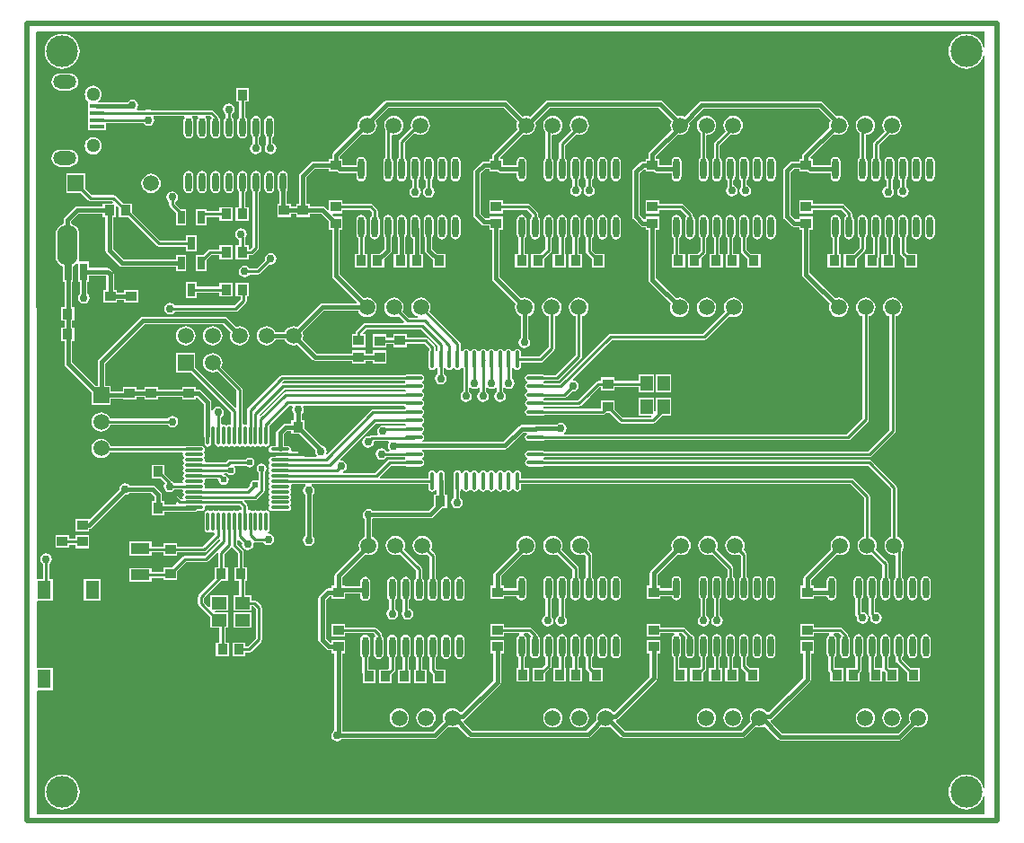
<source format=gtl>
G04*
G04 #@! TF.GenerationSoftware,Altium Limited,Altium Designer,18.1.9 (240)*
G04*
G04 Layer_Physical_Order=1*
G04 Layer_Color=255*
%FSLAX24Y24*%
%MOIN*%
G70*
G01*
G75*
%ADD13C,0.0100*%
%ADD20C,0.0200*%
%ADD22R,0.0386X0.0366*%
%ADD23R,0.0453X0.0551*%
%ADD24R,0.0366X0.0386*%
%ADD25R,0.0265X0.0620*%
G04:AMPARAMS|DCode=26|XSize=150mil|YSize=75mil|CornerRadius=33.8mil|HoleSize=0mil|Usage=FLASHONLY|Rotation=270.000|XOffset=0mil|YOffset=0mil|HoleType=Round|Shape=RoundedRectangle|*
%AMROUNDEDRECTD26*
21,1,0.1500,0.0075,0,0,270.0*
21,1,0.0825,0.0750,0,0,270.0*
1,1,0.0675,-0.0038,-0.0413*
1,1,0.0675,-0.0038,0.0413*
1,1,0.0675,0.0038,0.0413*
1,1,0.0675,0.0038,-0.0413*
%
%ADD26ROUNDEDRECTD26*%
%ADD27R,0.0551X0.0157*%
%ADD28O,0.0236X0.0709*%
%ADD29R,0.0709X0.0394*%
%ADD30R,0.0551X0.0453*%
%ADD31R,0.0512X0.0709*%
%ADD32O,0.0237X0.0776*%
%ADD33O,0.0657X0.0165*%
%ADD34O,0.0165X0.0657*%
%ADD35O,0.0118X0.0709*%
%ADD36O,0.0709X0.0118*%
%ADD37R,0.0276X0.0492*%
%ADD61C,0.0150*%
%ADD62C,0.0591*%
%ADD63R,0.0591X0.0591*%
%ADD64R,0.0591X0.0591*%
%ADD65C,0.1181*%
%ADD66C,0.0512*%
%ADD67O,0.0866X0.0512*%
%ADD68C,0.0300*%
%ADD69C,0.0240*%
G36*
X35537Y28699D02*
X35487Y28692D01*
X35454Y28800D01*
X35394Y28913D01*
X35312Y29012D01*
X35213Y29094D01*
X35100Y29154D01*
X34978Y29191D01*
X34850Y29204D01*
X34722Y29191D01*
X34600Y29154D01*
X34487Y29094D01*
X34388Y29012D01*
X34306Y28913D01*
X34246Y28800D01*
X34209Y28678D01*
X34196Y28550D01*
X34209Y28422D01*
X34246Y28300D01*
X34306Y28187D01*
X34388Y28088D01*
X34487Y28006D01*
X34600Y27946D01*
X34722Y27909D01*
X34850Y27896D01*
X34978Y27909D01*
X35100Y27946D01*
X35213Y28006D01*
X35312Y28088D01*
X35394Y28187D01*
X35454Y28300D01*
X35487Y28408D01*
X35537Y28401D01*
X35537Y1199D01*
X35487Y1192D01*
X35454Y1300D01*
X35394Y1413D01*
X35312Y1512D01*
X35213Y1594D01*
X35100Y1654D01*
X34978Y1691D01*
X34850Y1704D01*
X34722Y1691D01*
X34600Y1654D01*
X34487Y1594D01*
X34388Y1512D01*
X34306Y1413D01*
X34246Y1300D01*
X34209Y1178D01*
X34196Y1050D01*
X34209Y922D01*
X34246Y800D01*
X34306Y687D01*
X34388Y588D01*
X34487Y506D01*
X34600Y446D01*
X34722Y409D01*
X34850Y396D01*
X34978Y409D01*
X35100Y446D01*
X35213Y506D01*
X35312Y588D01*
X35394Y687D01*
X35454Y800D01*
X35487Y908D01*
X35537Y901D01*
Y213D01*
X363D01*
X360Y4797D01*
X395Y4832D01*
X958D01*
Y5661D01*
X359D01*
X357Y8104D01*
X393Y8139D01*
X958D01*
Y8968D01*
X815D01*
Y9516D01*
X855Y9542D01*
X901Y9612D01*
X917Y9694D01*
X901Y9776D01*
X855Y9845D01*
X785Y9892D01*
X703Y9908D01*
X621Y9892D01*
X552Y9845D01*
X505Y9776D01*
X489Y9694D01*
X505Y9612D01*
X552Y9542D01*
X591Y9516D01*
Y8968D01*
X357D01*
X343Y29251D01*
X378Y29287D01*
X35537D01*
Y28699D01*
D02*
G37*
%LPC*%
G36*
X1300Y29204D02*
X1172Y29191D01*
X1050Y29154D01*
X937Y29094D01*
X838Y29012D01*
X756Y28913D01*
X696Y28800D01*
X659Y28678D01*
X646Y28550D01*
X659Y28422D01*
X696Y28300D01*
X756Y28187D01*
X838Y28088D01*
X937Y28006D01*
X1050Y27946D01*
X1172Y27909D01*
X1300Y27896D01*
X1428Y27909D01*
X1550Y27946D01*
X1663Y28006D01*
X1762Y28088D01*
X1844Y28187D01*
X1904Y28300D01*
X1941Y28422D01*
X1954Y28550D01*
X1941Y28678D01*
X1904Y28800D01*
X1844Y28913D01*
X1762Y29012D01*
X1663Y29094D01*
X1550Y29154D01*
X1428Y29191D01*
X1300Y29204D01*
D02*
G37*
G36*
X1578Y27736D02*
X1224D01*
X1141Y27725D01*
X1065Y27693D01*
X999Y27643D01*
X948Y27577D01*
X916Y27500D01*
X905Y27417D01*
X916Y27335D01*
X948Y27258D01*
X999Y27192D01*
X1065Y27141D01*
X1141Y27110D01*
X1224Y27099D01*
X1578D01*
X1661Y27110D01*
X1738Y27141D01*
X1804Y27192D01*
X1854Y27258D01*
X1886Y27335D01*
X1897Y27417D01*
X1886Y27500D01*
X1854Y27577D01*
X1804Y27643D01*
X1738Y27693D01*
X1661Y27725D01*
X1578Y27736D01*
D02*
G37*
G36*
X23484Y26738D02*
X19337D01*
X19284Y26727D01*
X19240Y26697D01*
X18667Y26124D01*
X18616Y26145D01*
X18524Y26157D01*
X18431Y26145D01*
X18398Y26131D01*
X17832Y26697D01*
X17787Y26727D01*
X17735Y26738D01*
X13350D01*
X13297Y26727D01*
X13253Y26697D01*
X12702Y26147D01*
X12624Y26157D01*
X12531Y26145D01*
X12444Y26109D01*
X12370Y26052D01*
X12313Y25978D01*
X12277Y25892D01*
X12265Y25799D01*
X12276Y25720D01*
X11353Y24797D01*
X11323Y24753D01*
X11312Y24700D01*
Y24570D01*
X11197D01*
Y24465D01*
X10627D01*
X10627Y24465D01*
X10574Y24454D01*
X10530Y24424D01*
X10530Y24424D01*
X10137Y24032D01*
X10108Y23987D01*
X10097Y23935D01*
Y22890D01*
X9982D01*
Y22785D01*
X9788D01*
Y22890D01*
X9625D01*
Y23340D01*
X9655Y23385D01*
X9669Y23454D01*
Y23927D01*
X9655Y23996D01*
X9616Y24055D01*
X9557Y24095D01*
X9487Y24108D01*
X9418Y24095D01*
X9359Y24055D01*
X9319Y23996D01*
X9306Y23927D01*
Y23454D01*
X9319Y23385D01*
X9350Y23340D01*
Y22890D01*
X9282D01*
Y22404D01*
X9788D01*
Y22509D01*
X9982D01*
Y22404D01*
X10488D01*
Y22509D01*
X10917D01*
X11197Y22229D01*
Y21928D01*
X11312D01*
Y20218D01*
X11323Y20166D01*
X11353Y20121D01*
X12241Y19233D01*
X12222Y19186D01*
X10945D01*
X10945Y19186D01*
X10893Y19176D01*
X10848Y19146D01*
X10021Y18319D01*
X9980Y18337D01*
X9887Y18349D01*
X9794Y18337D01*
X9708Y18301D01*
X9634Y18244D01*
X9577Y18170D01*
X9560Y18128D01*
X9215D01*
X9197Y18170D01*
X9141Y18244D01*
X9066Y18301D01*
X8980Y18337D01*
X8887Y18349D01*
X8794Y18337D01*
X8708Y18301D01*
X8634Y18244D01*
X8577Y18170D01*
X8541Y18083D01*
X8529Y17991D01*
X8541Y17898D01*
X8577Y17811D01*
X8634Y17737D01*
X8708Y17680D01*
X8794Y17644D01*
X8887Y17632D01*
X8980Y17644D01*
X9066Y17680D01*
X9141Y17737D01*
X9197Y17811D01*
X9215Y17853D01*
X9560D01*
X9577Y17811D01*
X9634Y17737D01*
X9708Y17680D01*
X9794Y17644D01*
X9887Y17632D01*
X9980Y17644D01*
X10021Y17662D01*
X10582Y17101D01*
X10626Y17072D01*
X10679Y17061D01*
X12047D01*
Y16956D01*
X12553D01*
Y17061D01*
X12832D01*
Y16955D01*
X13338D01*
Y17441D01*
X12832D01*
Y17336D01*
X12553D01*
Y17442D01*
X12047D01*
Y17336D01*
X10736D01*
X10216Y17856D01*
X10233Y17898D01*
X10245Y17991D01*
X10233Y18083D01*
X10216Y18125D01*
X11002Y18911D01*
X12292D01*
X12309Y18870D01*
X12366Y18795D01*
X12440Y18738D01*
X12527Y18703D01*
X12619Y18690D01*
X12712Y18703D01*
X12799Y18738D01*
X12873Y18795D01*
X12930Y18870D01*
X12966Y18956D01*
X12978Y19049D01*
X12966Y19142D01*
X12930Y19228D01*
X12873Y19302D01*
X12799Y19359D01*
X12712Y19395D01*
X12619Y19407D01*
X12527Y19395D01*
X12485Y19378D01*
X11588Y20275D01*
Y21928D01*
X11703D01*
Y22414D01*
X11402D01*
X11328Y22488D01*
X11347Y22534D01*
X11703D01*
Y22665D01*
X12700D01*
X12788Y22577D01*
Y22431D01*
X12771Y22420D01*
X12732Y22361D01*
X12718Y22291D01*
Y21752D01*
X12732Y21683D01*
X12771Y21624D01*
X12830Y21584D01*
X12900Y21570D01*
X12970Y21584D01*
X13029Y21624D01*
X13068Y21683D01*
X13082Y21752D01*
Y22291D01*
X13068Y22361D01*
X13029Y22420D01*
X13012Y22431D01*
Y22624D01*
X13012Y22624D01*
X13004Y22667D01*
X12979Y22703D01*
X12826Y22856D01*
X12790Y22881D01*
X12747Y22889D01*
X12747Y22889D01*
X11703D01*
Y23020D01*
X11197D01*
Y22684D01*
X11151Y22664D01*
X11071Y22744D01*
X11027Y22774D01*
X10974Y22785D01*
X10488D01*
Y22890D01*
X10372D01*
Y23878D01*
X10684Y24189D01*
X11197D01*
Y24084D01*
X11498D01*
X11504Y24078D01*
X11549Y24049D01*
X11601Y24038D01*
X11601Y24038D01*
X12218D01*
Y23906D01*
X12232Y23837D01*
X12271Y23778D01*
X12330Y23738D01*
X12400Y23724D01*
X12470Y23738D01*
X12529Y23778D01*
X12568Y23837D01*
X12582Y23906D01*
Y24445D01*
X12568Y24515D01*
X12529Y24574D01*
X12470Y24613D01*
X12400Y24627D01*
X12330Y24613D01*
X12271Y24574D01*
X12232Y24515D01*
X12218Y24445D01*
Y24313D01*
X11703D01*
Y24570D01*
X11588D01*
Y24643D01*
X12438Y25493D01*
X12444Y25488D01*
X12531Y25453D01*
X12624Y25440D01*
X12716Y25453D01*
X12803Y25488D01*
X12877Y25545D01*
X12934Y25620D01*
X12970Y25706D01*
X12982Y25799D01*
X12970Y25892D01*
X12934Y25978D01*
X12929Y25984D01*
X13407Y26462D01*
X17678D01*
X18198Y25942D01*
X18177Y25892D01*
X18165Y25799D01*
X18177Y25706D01*
X18198Y25656D01*
X17303Y24760D01*
X17273Y24716D01*
X17262Y24663D01*
Y24570D01*
X17147D01*
Y24465D01*
X16953D01*
X16900Y24454D01*
X16856Y24424D01*
X16603Y24171D01*
X16573Y24127D01*
X16562Y24074D01*
Y22474D01*
X16573Y22421D01*
X16603Y22376D01*
X16853Y22127D01*
X16853Y22126D01*
X16897Y22097D01*
X16950Y22086D01*
X17147D01*
Y21928D01*
X17262D01*
Y20118D01*
X17273Y20065D01*
X17303Y20021D01*
X18140Y19183D01*
X18123Y19142D01*
X18111Y19049D01*
X18123Y18956D01*
X18159Y18870D01*
X18216Y18795D01*
X18290Y18738D01*
X18312Y18729D01*
Y17911D01*
X18299Y17901D01*
X18252Y17832D01*
X18236Y17750D01*
X18252Y17668D01*
X18299Y17599D01*
X18368Y17552D01*
X18450Y17536D01*
X18532Y17552D01*
X18601Y17599D01*
X18648Y17668D01*
X18664Y17750D01*
X18648Y17832D01*
X18601Y17901D01*
X18588Y17911D01*
Y18713D01*
X18648Y18738D01*
X18723Y18795D01*
X18780Y18870D01*
X18815Y18956D01*
X18828Y19049D01*
X18815Y19142D01*
X18780Y19228D01*
X18723Y19302D01*
X18648Y19359D01*
X18562Y19395D01*
X18469Y19407D01*
X18377Y19395D01*
X18335Y19378D01*
X17538Y20175D01*
Y21928D01*
X17653D01*
Y22414D01*
X17147D01*
Y22361D01*
X17007D01*
X16838Y22531D01*
Y24017D01*
X17010Y24189D01*
X17147D01*
Y24084D01*
X17448D01*
X17454Y24078D01*
X17499Y24049D01*
X17551Y24038D01*
X17551Y24038D01*
X18166D01*
Y23906D01*
X18180Y23837D01*
X18219Y23778D01*
X18278Y23738D01*
X18348Y23724D01*
X18418Y23738D01*
X18477Y23778D01*
X18516Y23837D01*
X18530Y23906D01*
Y24445D01*
X18516Y24515D01*
X18477Y24574D01*
X18418Y24613D01*
X18348Y24627D01*
X18278Y24613D01*
X18219Y24574D01*
X18180Y24515D01*
X18166Y24445D01*
Y24313D01*
X17653D01*
Y24570D01*
X17572D01*
X17552Y24620D01*
X18398Y25466D01*
X18431Y25453D01*
X18524Y25440D01*
X18616Y25453D01*
X18703Y25488D01*
X18777Y25545D01*
X18834Y25620D01*
X18870Y25706D01*
X18882Y25799D01*
X18870Y25892D01*
X18856Y25924D01*
X19394Y26462D01*
X23427D01*
X23918Y25971D01*
X23885Y25892D01*
X23873Y25799D01*
X23885Y25706D01*
X23918Y25627D01*
X23103Y24811D01*
X23073Y24766D01*
X23062Y24714D01*
Y24570D01*
X22947D01*
Y24465D01*
X22850D01*
X22797Y24454D01*
X22753Y24424D01*
X22753Y24424D01*
X22503Y24174D01*
X22473Y24130D01*
X22462Y24077D01*
Y22414D01*
X22473Y22362D01*
X22503Y22317D01*
X22746Y22073D01*
X22791Y22044D01*
X22844Y22033D01*
X22844Y22033D01*
X22947D01*
Y21928D01*
X23062D01*
Y20067D01*
X23073Y20015D01*
X23103Y19970D01*
X23890Y19183D01*
X23872Y19142D01*
X23860Y19049D01*
X23872Y18956D01*
X23908Y18870D01*
X23965Y18795D01*
X24039Y18738D01*
X24126Y18703D01*
X24219Y18690D01*
X24311Y18703D01*
X24398Y18738D01*
X24472Y18795D01*
X24529Y18870D01*
X24565Y18956D01*
X24577Y19049D01*
X24565Y19142D01*
X24529Y19228D01*
X24472Y19302D01*
X24398Y19359D01*
X24311Y19395D01*
X24219Y19407D01*
X24126Y19395D01*
X24084Y19378D01*
X23338Y20124D01*
Y21928D01*
X23453D01*
Y22414D01*
X22947D01*
Y22317D01*
X22897Y22312D01*
X22738Y22471D01*
Y24020D01*
X22897Y24179D01*
X22947Y24165D01*
Y24084D01*
X23248D01*
X23254Y24078D01*
X23299Y24049D01*
X23351Y24038D01*
X23351Y24038D01*
X23915D01*
Y23906D01*
X23929Y23837D01*
X23969Y23778D01*
X24028Y23738D01*
X24097Y23724D01*
X24167Y23738D01*
X24226Y23778D01*
X24265Y23837D01*
X24279Y23906D01*
Y24445D01*
X24265Y24515D01*
X24226Y24574D01*
X24167Y24613D01*
X24097Y24627D01*
X24028Y24613D01*
X23969Y24574D01*
X23929Y24515D01*
X23915Y24445D01*
Y24313D01*
X23453D01*
Y24570D01*
X23338D01*
Y24657D01*
X24135Y25454D01*
X24139Y25453D01*
X24232Y25440D01*
X24324Y25453D01*
X24411Y25488D01*
X24485Y25545D01*
X24542Y25620D01*
X24578Y25706D01*
X24590Y25799D01*
X24578Y25892D01*
X24576Y25895D01*
X25093Y26412D01*
X29381D01*
X29814Y25979D01*
X29813Y25978D01*
X29777Y25892D01*
X29765Y25799D01*
X29776Y25720D01*
X28803Y24747D01*
X28773Y24703D01*
X28762Y24650D01*
Y24570D01*
X28647D01*
Y24465D01*
X28403D01*
X28350Y24454D01*
X28306Y24424D01*
X28306Y24424D01*
X28103Y24221D01*
X28073Y24176D01*
X28062Y24124D01*
Y22424D01*
X28073Y22371D01*
X28103Y22326D01*
X28356Y22073D01*
X28400Y22044D01*
X28453Y22033D01*
X28647D01*
Y21928D01*
X28762D01*
Y20271D01*
X28773Y20219D01*
X28803Y20174D01*
X29794Y19183D01*
X29776Y19142D01*
X29764Y19049D01*
X29776Y18956D01*
X29812Y18870D01*
X29869Y18795D01*
X29943Y18738D01*
X30030Y18703D01*
X30122Y18690D01*
X30215Y18703D01*
X30302Y18738D01*
X30376Y18795D01*
X30433Y18870D01*
X30469Y18956D01*
X30481Y19049D01*
X30469Y19142D01*
X30433Y19228D01*
X30376Y19302D01*
X30302Y19359D01*
X30215Y19395D01*
X30122Y19407D01*
X30030Y19395D01*
X29988Y19378D01*
X29038Y20328D01*
Y21928D01*
X29153D01*
Y22414D01*
X28647D01*
Y22308D01*
X28510D01*
X28338Y22481D01*
Y24067D01*
X28460Y24189D01*
X28647D01*
Y24084D01*
X28948D01*
X28954Y24078D01*
X28999Y24049D01*
X29051Y24038D01*
X29051Y24038D01*
X29819D01*
Y23906D01*
X29833Y23837D01*
X29873Y23778D01*
X29932Y23738D01*
X30001Y23724D01*
X30071Y23738D01*
X30130Y23778D01*
X30169Y23837D01*
X30183Y23906D01*
Y24445D01*
X30169Y24515D01*
X30130Y24574D01*
X30071Y24613D01*
X30001Y24627D01*
X29932Y24613D01*
X29873Y24574D01*
X29833Y24515D01*
X29819Y24445D01*
Y24313D01*
X29153D01*
Y24570D01*
X29085D01*
X29065Y24620D01*
X29938Y25493D01*
X29944Y25488D01*
X30031Y25453D01*
X30124Y25440D01*
X30216Y25453D01*
X30303Y25488D01*
X30377Y25545D01*
X30434Y25620D01*
X30470Y25706D01*
X30482Y25799D01*
X30470Y25892D01*
X30434Y25978D01*
X30377Y26052D01*
X30303Y26109D01*
X30216Y26145D01*
X30124Y26157D01*
X30037Y26146D01*
X29535Y26647D01*
X29491Y26677D01*
X29438Y26688D01*
X25036D01*
X24984Y26677D01*
X24939Y26647D01*
X24939Y26647D01*
X24404Y26112D01*
X24324Y26145D01*
X24232Y26157D01*
X24139Y26145D01*
X24135Y26143D01*
X23581Y26697D01*
X23537Y26727D01*
X23484Y26738D01*
D02*
G37*
G36*
X32092Y26157D02*
X31999Y26145D01*
X31913Y26109D01*
X31839Y26052D01*
X31782Y25978D01*
X31746Y25892D01*
X31734Y25799D01*
X31746Y25706D01*
X31782Y25620D01*
X31812Y25580D01*
X31422Y25190D01*
X31398Y25154D01*
X31389Y25111D01*
X31389Y25111D01*
Y24585D01*
X31373Y24574D01*
X31333Y24515D01*
X31319Y24445D01*
Y23906D01*
X31333Y23837D01*
X31373Y23778D01*
X31432Y23738D01*
X31501Y23724D01*
X31571Y23738D01*
X31630Y23778D01*
X31669Y23837D01*
X31683Y23906D01*
Y24445D01*
X31669Y24515D01*
X31630Y24574D01*
X31613Y24585D01*
Y25065D01*
X32001Y25452D01*
X32092Y25440D01*
X32185Y25453D01*
X32271Y25488D01*
X32346Y25545D01*
X32402Y25620D01*
X32438Y25706D01*
X32450Y25799D01*
X32438Y25892D01*
X32402Y25978D01*
X32346Y26052D01*
X32271Y26109D01*
X32185Y26145D01*
X32092Y26157D01*
D02*
G37*
G36*
X26200D02*
X26107Y26145D01*
X26021Y26109D01*
X25947Y26052D01*
X25890Y25978D01*
X25854Y25892D01*
X25842Y25799D01*
X25854Y25706D01*
X25890Y25620D01*
X25915Y25587D01*
X25518Y25190D01*
X25494Y25154D01*
X25485Y25111D01*
X25485Y25111D01*
Y24585D01*
X25469Y24574D01*
X25429Y24515D01*
X25415Y24445D01*
Y23906D01*
X25429Y23837D01*
X25469Y23778D01*
X25528Y23738D01*
X25597Y23724D01*
X25667Y23738D01*
X25726Y23778D01*
X25765Y23837D01*
X25779Y23906D01*
Y24445D01*
X25765Y24515D01*
X25726Y24574D01*
X25709Y24585D01*
Y25065D01*
X26100Y25456D01*
X26107Y25453D01*
X26200Y25440D01*
X26293Y25453D01*
X26379Y25488D01*
X26453Y25545D01*
X26510Y25620D01*
X26546Y25706D01*
X26558Y25799D01*
X26546Y25892D01*
X26510Y25978D01*
X26453Y26052D01*
X26379Y26109D01*
X26293Y26145D01*
X26200Y26157D01*
D02*
G37*
G36*
X20492D02*
X20399Y26145D01*
X20313Y26109D01*
X20239Y26052D01*
X20182Y25978D01*
X20146Y25892D01*
X20134Y25799D01*
X20146Y25706D01*
X20182Y25620D01*
X20189Y25610D01*
X19769Y25190D01*
X19744Y25154D01*
X19736Y25111D01*
X19736Y25111D01*
Y24585D01*
X19719Y24574D01*
X19680Y24515D01*
X19666Y24445D01*
Y23906D01*
X19680Y23837D01*
X19719Y23778D01*
X19778Y23738D01*
X19848Y23724D01*
X19918Y23738D01*
X19977Y23778D01*
X20016Y23837D01*
X20030Y23906D01*
Y24445D01*
X20016Y24515D01*
X19977Y24574D01*
X19960Y24585D01*
Y25065D01*
X20363Y25468D01*
X20399Y25453D01*
X20492Y25440D01*
X20585Y25453D01*
X20671Y25488D01*
X20746Y25545D01*
X20802Y25620D01*
X20838Y25706D01*
X20850Y25799D01*
X20838Y25892D01*
X20802Y25978D01*
X20746Y26052D01*
X20671Y26109D01*
X20585Y26145D01*
X20492Y26157D01*
D02*
G37*
G36*
X19508D02*
X19415Y26145D01*
X19329Y26109D01*
X19254Y26052D01*
X19198Y25978D01*
X19162Y25892D01*
X19150Y25799D01*
X19162Y25706D01*
X19198Y25620D01*
X19236Y25570D01*
Y24585D01*
X19219Y24574D01*
X19180Y24515D01*
X19166Y24445D01*
Y23906D01*
X19180Y23837D01*
X19219Y23778D01*
X19278Y23738D01*
X19348Y23724D01*
X19418Y23738D01*
X19477Y23778D01*
X19516Y23837D01*
X19530Y23906D01*
Y24445D01*
X19516Y24515D01*
X19477Y24574D01*
X19460Y24585D01*
Y25409D01*
X19498Y25442D01*
X19508Y25440D01*
X19601Y25453D01*
X19687Y25488D01*
X19761Y25545D01*
X19818Y25620D01*
X19854Y25706D01*
X19866Y25799D01*
X19854Y25892D01*
X19818Y25978D01*
X19761Y26052D01*
X19687Y26109D01*
X19601Y26145D01*
X19508Y26157D01*
D02*
G37*
G36*
X14592D02*
X14499Y26145D01*
X14413Y26109D01*
X14339Y26052D01*
X14282Y25978D01*
X14246Y25892D01*
X14234Y25799D01*
X14246Y25706D01*
X14246Y25705D01*
X13821Y25279D01*
X13796Y25243D01*
X13788Y25200D01*
X13788Y25200D01*
Y24585D01*
X13771Y24574D01*
X13732Y24515D01*
X13718Y24445D01*
Y23906D01*
X13732Y23837D01*
X13771Y23778D01*
X13830Y23738D01*
X13900Y23724D01*
X13970Y23738D01*
X14029Y23778D01*
X14068Y23837D01*
X14082Y23906D01*
Y24445D01*
X14068Y24515D01*
X14029Y24574D01*
X14012Y24585D01*
Y25154D01*
X14376Y25517D01*
X14413Y25488D01*
X14499Y25453D01*
X14592Y25440D01*
X14685Y25453D01*
X14771Y25488D01*
X14846Y25545D01*
X14902Y25620D01*
X14938Y25706D01*
X14950Y25799D01*
X14938Y25892D01*
X14902Y25978D01*
X14846Y26052D01*
X14771Y26109D01*
X14685Y26145D01*
X14592Y26157D01*
D02*
G37*
G36*
X13608D02*
X13515Y26145D01*
X13429Y26109D01*
X13354Y26052D01*
X13298Y25978D01*
X13262Y25892D01*
X13250Y25799D01*
X13262Y25706D01*
X13288Y25643D01*
Y24585D01*
X13271Y24574D01*
X13232Y24515D01*
X13218Y24445D01*
Y23906D01*
X13232Y23837D01*
X13271Y23778D01*
X13330Y23738D01*
X13400Y23724D01*
X13470Y23738D01*
X13529Y23778D01*
X13568Y23837D01*
X13582Y23906D01*
Y24445D01*
X13568Y24515D01*
X13529Y24574D01*
X13512Y24585D01*
Y25403D01*
X13562Y25447D01*
X13608Y25440D01*
X13701Y25453D01*
X13787Y25488D01*
X13861Y25545D01*
X13918Y25620D01*
X13954Y25706D01*
X13966Y25799D01*
X13954Y25892D01*
X13918Y25978D01*
X13861Y26052D01*
X13787Y26109D01*
X13701Y26145D01*
X13608Y26157D01*
D02*
G37*
G36*
X8240Y27178D02*
X7754D01*
Y26672D01*
X7875D01*
Y26113D01*
X7859Y26102D01*
X7819Y26044D01*
X7806Y25974D01*
Y25502D01*
X7819Y25432D01*
X7859Y25373D01*
X7918Y25334D01*
X7987Y25320D01*
X8057Y25334D01*
X8116Y25373D01*
X8155Y25432D01*
X8169Y25502D01*
Y25974D01*
X8155Y26044D01*
X8116Y26102D01*
X8099Y26113D01*
Y26672D01*
X8240D01*
Y27178D01*
D02*
G37*
G36*
X7488Y26614D02*
X7406Y26598D01*
X7336Y26551D01*
X7290Y26482D01*
X7274Y26400D01*
X7290Y26318D01*
X7336Y26249D01*
X7375Y26223D01*
Y26113D01*
X7359Y26102D01*
X7319Y26044D01*
X7306Y25974D01*
Y25502D01*
X7319Y25432D01*
X7359Y25373D01*
X7418Y25334D01*
X7487Y25320D01*
X7557Y25334D01*
X7616Y25373D01*
X7655Y25432D01*
X7669Y25502D01*
Y25974D01*
X7655Y26044D01*
X7616Y26102D01*
X7599Y26113D01*
Y26222D01*
X7639Y26249D01*
X7686Y26318D01*
X7702Y26400D01*
X7686Y26482D01*
X7639Y26551D01*
X7570Y26598D01*
X7488Y26614D01*
D02*
G37*
G36*
X2452Y27273D02*
X2370Y27263D01*
X2293Y27231D01*
X2227Y27180D01*
X2176Y27114D01*
X2145Y27037D01*
X2134Y26955D01*
X2145Y26872D01*
X2176Y26795D01*
X2227Y26729D01*
X2265Y26701D01*
X2263Y26651D01*
X2263Y26651D01*
X2263Y26651D01*
Y26373D01*
Y26117D01*
Y25861D01*
Y25605D01*
X2935D01*
Y25888D01*
X4322D01*
X4349Y25849D01*
X4418Y25802D01*
X4500Y25786D01*
X4582Y25802D01*
X4651Y25849D01*
X4698Y25918D01*
X4714Y26000D01*
X4698Y26082D01*
X4686Y26100D01*
X4710Y26144D01*
X5831D01*
X5843Y26126D01*
X5853Y26094D01*
X5819Y26044D01*
X5806Y25974D01*
Y25502D01*
X5819Y25432D01*
X5859Y25373D01*
X5918Y25334D01*
X5987Y25320D01*
X6057Y25334D01*
X6116Y25373D01*
X6155Y25432D01*
X6169Y25502D01*
Y25974D01*
X6155Y26044D01*
X6121Y26094D01*
X6131Y26126D01*
X6143Y26144D01*
X6331D01*
X6343Y26126D01*
X6353Y26094D01*
X6319Y26044D01*
X6306Y25974D01*
Y25502D01*
X6319Y25432D01*
X6359Y25373D01*
X6418Y25334D01*
X6487Y25320D01*
X6557Y25334D01*
X6616Y25373D01*
X6655Y25432D01*
X6669Y25502D01*
Y25974D01*
X6655Y26044D01*
X6621Y26094D01*
X6631Y26126D01*
X6643Y26144D01*
X6798D01*
X6851Y26091D01*
X6819Y26044D01*
X6806Y25974D01*
Y25502D01*
X6819Y25432D01*
X6859Y25373D01*
X6918Y25334D01*
X6987Y25320D01*
X7057Y25334D01*
X7116Y25373D01*
X7155Y25432D01*
X7169Y25502D01*
Y25974D01*
X7155Y26044D01*
X7116Y26102D01*
X7099Y26113D01*
X7091Y26156D01*
X7066Y26192D01*
X7066Y26192D01*
X6923Y26335D01*
X6887Y26360D01*
X6844Y26368D01*
X6844Y26368D01*
X4628D01*
X4608Y26372D01*
X4608Y26372D01*
X4392D01*
X4392Y26372D01*
X4372Y26368D01*
X4089D01*
X4064Y26418D01*
X4098Y26468D01*
X4114Y26550D01*
X4098Y26632D01*
X4051Y26701D01*
X3982Y26748D01*
X3900Y26764D01*
X3818Y26748D01*
X3749Y26701D01*
X3714Y26649D01*
X2935D01*
Y26651D01*
X2657D01*
X2640Y26701D01*
X2678Y26729D01*
X2728Y26795D01*
X2760Y26872D01*
X2771Y26955D01*
X2760Y27037D01*
X2728Y27114D01*
X2678Y27180D01*
X2612Y27231D01*
X2535Y27263D01*
X2452Y27273D01*
D02*
G37*
G36*
Y25364D02*
X2370Y25353D01*
X2293Y25321D01*
X2227Y25271D01*
X2176Y25205D01*
X2145Y25128D01*
X2134Y25045D01*
X2145Y24963D01*
X2176Y24886D01*
X2227Y24820D01*
X2293Y24769D01*
X2370Y24738D01*
X2452Y24727D01*
X2535Y24738D01*
X2612Y24769D01*
X2678Y24820D01*
X2728Y24886D01*
X2760Y24963D01*
X2771Y25045D01*
X2760Y25128D01*
X2728Y25205D01*
X2678Y25271D01*
X2612Y25321D01*
X2535Y25353D01*
X2452Y25364D01*
D02*
G37*
G36*
X8987Y26156D02*
X8918Y26142D01*
X8859Y26102D01*
X8819Y26044D01*
X8806Y25974D01*
Y25502D01*
X8819Y25432D01*
X8859Y25373D01*
X8875Y25362D01*
Y25076D01*
X8839Y25022D01*
X8823Y24941D01*
X8839Y24859D01*
X8886Y24789D01*
X8955Y24743D01*
X9037Y24726D01*
X9119Y24743D01*
X9189Y24789D01*
X9235Y24859D01*
X9251Y24941D01*
X9235Y25022D01*
X9189Y25092D01*
X9119Y25138D01*
X9099Y25142D01*
Y25362D01*
X9116Y25373D01*
X9155Y25432D01*
X9169Y25502D01*
Y25974D01*
X9155Y26044D01*
X9116Y26102D01*
X9057Y26142D01*
X8987Y26156D01*
D02*
G37*
G36*
X8487D02*
X8418Y26142D01*
X8359Y26102D01*
X8319Y26044D01*
X8306Y25974D01*
Y25502D01*
X8319Y25432D01*
X8359Y25373D01*
X8375Y25362D01*
Y25118D01*
X8336Y25092D01*
X8289Y25022D01*
X8273Y24941D01*
X8289Y24859D01*
X8336Y24789D01*
X8405Y24743D01*
X8487Y24726D01*
X8569Y24743D01*
X8639Y24789D01*
X8685Y24859D01*
X8701Y24941D01*
X8685Y25022D01*
X8639Y25092D01*
X8599Y25118D01*
Y25362D01*
X8616Y25373D01*
X8655Y25432D01*
X8669Y25502D01*
Y25974D01*
X8655Y26044D01*
X8616Y26102D01*
X8557Y26142D01*
X8487Y26156D01*
D02*
G37*
G36*
X1578Y24901D02*
X1224D01*
X1141Y24890D01*
X1065Y24859D01*
X999Y24808D01*
X948Y24742D01*
X916Y24665D01*
X905Y24583D01*
X916Y24500D01*
X948Y24423D01*
X999Y24357D01*
X1065Y24307D01*
X1141Y24275D01*
X1224Y24264D01*
X1578D01*
X1661Y24275D01*
X1738Y24307D01*
X1804Y24357D01*
X1854Y24423D01*
X1886Y24500D01*
X1897Y24583D01*
X1886Y24665D01*
X1854Y24742D01*
X1804Y24808D01*
X1738Y24859D01*
X1661Y24890D01*
X1578Y24901D01*
D02*
G37*
G36*
X33501Y24627D02*
X33432Y24613D01*
X33373Y24574D01*
X33333Y24515D01*
X33319Y24445D01*
Y23906D01*
X33333Y23837D01*
X33373Y23778D01*
X33432Y23738D01*
X33501Y23724D01*
X33571Y23738D01*
X33630Y23778D01*
X33669Y23837D01*
X33683Y23906D01*
Y24445D01*
X33669Y24515D01*
X33630Y24574D01*
X33571Y24613D01*
X33501Y24627D01*
D02*
G37*
G36*
X33001D02*
X32932Y24613D01*
X32873Y24574D01*
X32833Y24515D01*
X32819Y24445D01*
Y23906D01*
X32833Y23837D01*
X32873Y23778D01*
X32932Y23738D01*
X33001Y23724D01*
X33071Y23738D01*
X33130Y23778D01*
X33169Y23837D01*
X33183Y23906D01*
Y24445D01*
X33169Y24515D01*
X33130Y24574D01*
X33071Y24613D01*
X33001Y24627D01*
D02*
G37*
G36*
X31108Y26157D02*
X31015Y26145D01*
X30929Y26109D01*
X30854Y26052D01*
X30798Y25978D01*
X30762Y25892D01*
X30750Y25799D01*
X30762Y25706D01*
X30798Y25620D01*
X30854Y25545D01*
X30889Y25519D01*
Y24585D01*
X30873Y24574D01*
X30833Y24515D01*
X30819Y24445D01*
Y23906D01*
X30833Y23837D01*
X30873Y23778D01*
X30932Y23738D01*
X31001Y23724D01*
X31071Y23738D01*
X31130Y23778D01*
X31169Y23837D01*
X31183Y23906D01*
Y24445D01*
X31169Y24515D01*
X31130Y24574D01*
X31113Y24585D01*
Y25441D01*
X31201Y25453D01*
X31287Y25488D01*
X31361Y25545D01*
X31418Y25620D01*
X31454Y25706D01*
X31466Y25799D01*
X31454Y25892D01*
X31418Y25978D01*
X31361Y26052D01*
X31287Y26109D01*
X31201Y26145D01*
X31108Y26157D01*
D02*
G37*
G36*
X27597Y24627D02*
X27528Y24613D01*
X27469Y24574D01*
X27429Y24515D01*
X27415Y24445D01*
Y23906D01*
X27429Y23837D01*
X27469Y23778D01*
X27528Y23738D01*
X27597Y23724D01*
X27667Y23738D01*
X27726Y23778D01*
X27765Y23837D01*
X27779Y23906D01*
Y24445D01*
X27765Y24515D01*
X27726Y24574D01*
X27667Y24613D01*
X27597Y24627D01*
D02*
G37*
G36*
X27097D02*
X27028Y24613D01*
X26969Y24574D01*
X26929Y24515D01*
X26915Y24445D01*
Y23906D01*
X26929Y23837D01*
X26969Y23778D01*
X27028Y23738D01*
X27097Y23724D01*
X27167Y23738D01*
X27226Y23778D01*
X27265Y23837D01*
X27279Y23906D01*
Y24445D01*
X27265Y24515D01*
X27226Y24574D01*
X27167Y24613D01*
X27097Y24627D01*
D02*
G37*
G36*
X25216Y26157D02*
X25123Y26145D01*
X25037Y26109D01*
X24962Y26052D01*
X24905Y25978D01*
X24870Y25892D01*
X24857Y25799D01*
X24870Y25706D01*
X24905Y25620D01*
X24962Y25545D01*
X24985Y25528D01*
Y24585D01*
X24969Y24574D01*
X24929Y24515D01*
X24915Y24445D01*
Y23906D01*
X24929Y23837D01*
X24969Y23778D01*
X25028Y23738D01*
X25097Y23724D01*
X25167Y23738D01*
X25226Y23778D01*
X25265Y23837D01*
X25279Y23906D01*
Y24445D01*
X25265Y24515D01*
X25226Y24574D01*
X25209Y24585D01*
Y25435D01*
X25216Y25440D01*
X25308Y25453D01*
X25395Y25488D01*
X25469Y25545D01*
X25526Y25620D01*
X25562Y25706D01*
X25574Y25799D01*
X25562Y25892D01*
X25526Y25978D01*
X25469Y26052D01*
X25395Y26109D01*
X25308Y26145D01*
X25216Y26157D01*
D02*
G37*
G36*
X21848Y24627D02*
X21778Y24613D01*
X21719Y24574D01*
X21680Y24515D01*
X21666Y24445D01*
Y23906D01*
X21680Y23837D01*
X21719Y23778D01*
X21778Y23738D01*
X21848Y23724D01*
X21918Y23738D01*
X21977Y23778D01*
X22016Y23837D01*
X22030Y23906D01*
Y24445D01*
X22016Y24515D01*
X21977Y24574D01*
X21918Y24613D01*
X21848Y24627D01*
D02*
G37*
G36*
X21348D02*
X21278Y24613D01*
X21219Y24574D01*
X21180Y24515D01*
X21166Y24445D01*
Y23906D01*
X21180Y23837D01*
X21219Y23778D01*
X21278Y23738D01*
X21348Y23724D01*
X21418Y23738D01*
X21477Y23778D01*
X21516Y23837D01*
X21530Y23906D01*
Y24445D01*
X21516Y24515D01*
X21477Y24574D01*
X21418Y24613D01*
X21348Y24627D01*
D02*
G37*
G36*
X15900D02*
X15830Y24613D01*
X15771Y24574D01*
X15732Y24515D01*
X15718Y24445D01*
Y23906D01*
X15732Y23837D01*
X15771Y23778D01*
X15830Y23738D01*
X15900Y23724D01*
X15970Y23738D01*
X16029Y23778D01*
X16068Y23837D01*
X16082Y23906D01*
Y24445D01*
X16068Y24515D01*
X16029Y24574D01*
X15970Y24613D01*
X15900Y24627D01*
D02*
G37*
G36*
X15400D02*
X15330Y24613D01*
X15271Y24574D01*
X15232Y24515D01*
X15218Y24445D01*
Y23906D01*
X15232Y23837D01*
X15271Y23778D01*
X15330Y23738D01*
X15400Y23724D01*
X15470Y23738D01*
X15529Y23778D01*
X15568Y23837D01*
X15582Y23906D01*
Y24445D01*
X15568Y24515D01*
X15529Y24574D01*
X15470Y24613D01*
X15400Y24627D01*
D02*
G37*
G36*
X4601Y24008D02*
X4508Y23996D01*
X4422Y23960D01*
X4347Y23903D01*
X4290Y23829D01*
X4255Y23743D01*
X4242Y23650D01*
X4255Y23557D01*
X4290Y23471D01*
X4347Y23397D01*
X4422Y23340D01*
X4508Y23304D01*
X4601Y23292D01*
X4694Y23304D01*
X4780Y23340D01*
X4854Y23397D01*
X4911Y23471D01*
X4947Y23557D01*
X4959Y23650D01*
X4947Y23743D01*
X4911Y23829D01*
X4854Y23903D01*
X4780Y23960D01*
X4694Y23996D01*
X4601Y24008D01*
D02*
G37*
G36*
X8987Y24108D02*
X8918Y24095D01*
X8859Y24055D01*
X8819Y23996D01*
X8806Y23927D01*
Y23454D01*
X8819Y23385D01*
X8859Y23326D01*
X8918Y23287D01*
X8987Y23273D01*
X9057Y23287D01*
X9116Y23326D01*
X9155Y23385D01*
X9169Y23454D01*
Y23927D01*
X9155Y23996D01*
X9116Y24055D01*
X9057Y24095D01*
X8987Y24108D01*
D02*
G37*
G36*
X7487D02*
X7418Y24095D01*
X7359Y24055D01*
X7319Y23996D01*
X7306Y23927D01*
Y23454D01*
X7319Y23385D01*
X7359Y23326D01*
X7418Y23287D01*
X7487Y23273D01*
X7557Y23287D01*
X7616Y23326D01*
X7655Y23385D01*
X7669Y23454D01*
Y23927D01*
X7655Y23996D01*
X7616Y24055D01*
X7557Y24095D01*
X7487Y24108D01*
D02*
G37*
G36*
X6987D02*
X6918Y24095D01*
X6859Y24055D01*
X6819Y23996D01*
X6806Y23927D01*
Y23454D01*
X6819Y23385D01*
X6859Y23326D01*
X6918Y23287D01*
X6987Y23273D01*
X7057Y23287D01*
X7116Y23326D01*
X7155Y23385D01*
X7169Y23454D01*
Y23927D01*
X7155Y23996D01*
X7116Y24055D01*
X7057Y24095D01*
X6987Y24108D01*
D02*
G37*
G36*
X6487D02*
X6418Y24095D01*
X6359Y24055D01*
X6319Y23996D01*
X6306Y23927D01*
Y23454D01*
X6319Y23385D01*
X6359Y23326D01*
X6418Y23287D01*
X6487Y23273D01*
X6557Y23287D01*
X6616Y23326D01*
X6655Y23385D01*
X6669Y23454D01*
Y23927D01*
X6655Y23996D01*
X6616Y24055D01*
X6557Y24095D01*
X6487Y24108D01*
D02*
G37*
G36*
X5987D02*
X5918Y24095D01*
X5859Y24055D01*
X5819Y23996D01*
X5806Y23927D01*
Y23454D01*
X5819Y23385D01*
X5859Y23326D01*
X5918Y23287D01*
X5987Y23273D01*
X6057Y23287D01*
X6116Y23326D01*
X6155Y23385D01*
X6169Y23454D01*
Y23927D01*
X6155Y23996D01*
X6116Y24055D01*
X6057Y24095D01*
X5987Y24108D01*
D02*
G37*
G36*
X26597Y24627D02*
X26528Y24613D01*
X26469Y24574D01*
X26429Y24515D01*
X26415Y24445D01*
Y23906D01*
X26429Y23837D01*
X26469Y23778D01*
X26485Y23767D01*
Y23505D01*
X26452Y23456D01*
X26436Y23374D01*
X26452Y23292D01*
X26499Y23222D01*
X26568Y23176D01*
X26650Y23160D01*
X26732Y23176D01*
X26801Y23222D01*
X26848Y23292D01*
X26864Y23374D01*
X26848Y23456D01*
X26801Y23525D01*
X26732Y23572D01*
X26709Y23576D01*
Y23767D01*
X26726Y23778D01*
X26765Y23837D01*
X26779Y23906D01*
Y24445D01*
X26765Y24515D01*
X26726Y24574D01*
X26667Y24613D01*
X26597Y24627D01*
D02*
G37*
G36*
X26097D02*
X26028Y24613D01*
X25969Y24574D01*
X25929Y24515D01*
X25915Y24445D01*
Y23906D01*
X25929Y23837D01*
X25969Y23778D01*
X25985Y23767D01*
Y23505D01*
X25952Y23456D01*
X25936Y23374D01*
X25952Y23292D01*
X25999Y23222D01*
X26068Y23176D01*
X26150Y23160D01*
X26232Y23176D01*
X26301Y23222D01*
X26348Y23292D01*
X26364Y23374D01*
X26348Y23456D01*
X26301Y23525D01*
X26232Y23572D01*
X26209Y23576D01*
Y23767D01*
X26226Y23778D01*
X26265Y23837D01*
X26279Y23906D01*
Y24445D01*
X26265Y24515D01*
X26226Y24574D01*
X26167Y24613D01*
X26097Y24627D01*
D02*
G37*
G36*
X20848D02*
X20778Y24613D01*
X20719Y24574D01*
X20680Y24515D01*
X20666Y24445D01*
Y23906D01*
X20680Y23837D01*
X20719Y23778D01*
X20736Y23767D01*
Y23544D01*
X20708Y23525D01*
X20661Y23456D01*
X20645Y23374D01*
X20661Y23292D01*
X20708Y23222D01*
X20777Y23176D01*
X20859Y23160D01*
X20941Y23176D01*
X21010Y23222D01*
X21057Y23292D01*
X21073Y23374D01*
X21057Y23456D01*
X21010Y23525D01*
X20960Y23559D01*
Y23767D01*
X20977Y23778D01*
X21016Y23837D01*
X21030Y23906D01*
Y24445D01*
X21016Y24515D01*
X20977Y24574D01*
X20918Y24613D01*
X20848Y24627D01*
D02*
G37*
G36*
X20348D02*
X20278Y24613D01*
X20219Y24574D01*
X20180Y24515D01*
X20166Y24445D01*
Y23906D01*
X20180Y23837D01*
X20219Y23778D01*
X20236Y23767D01*
Y23534D01*
X20223Y23525D01*
X20177Y23456D01*
X20161Y23374D01*
X20177Y23292D01*
X20223Y23222D01*
X20293Y23176D01*
X20375Y23160D01*
X20457Y23176D01*
X20526Y23222D01*
X20573Y23292D01*
X20589Y23374D01*
X20573Y23456D01*
X20526Y23525D01*
X20460Y23569D01*
Y23767D01*
X20477Y23778D01*
X20516Y23837D01*
X20530Y23906D01*
Y24445D01*
X20516Y24515D01*
X20477Y24574D01*
X20418Y24613D01*
X20348Y24627D01*
D02*
G37*
G36*
X32501D02*
X32432Y24613D01*
X32373Y24574D01*
X32333Y24515D01*
X32319Y24445D01*
Y23906D01*
X32333Y23837D01*
X32373Y23778D01*
X32389Y23767D01*
Y23526D01*
X32350Y23500D01*
X32303Y23431D01*
X32287Y23349D01*
X32303Y23267D01*
X32350Y23197D01*
X32419Y23151D01*
X32501Y23135D01*
X32583Y23151D01*
X32653Y23197D01*
X32699Y23267D01*
X32715Y23349D01*
X32699Y23431D01*
X32653Y23500D01*
X32613Y23526D01*
Y23767D01*
X32630Y23778D01*
X32669Y23837D01*
X32683Y23906D01*
Y24445D01*
X32669Y24515D01*
X32630Y24574D01*
X32571Y24613D01*
X32501Y24627D01*
D02*
G37*
G36*
X32001D02*
X31932Y24613D01*
X31873Y24574D01*
X31833Y24515D01*
X31819Y24445D01*
Y23906D01*
X31833Y23837D01*
X31873Y23778D01*
X31889Y23767D01*
Y23526D01*
X31868Y23522D01*
X31799Y23475D01*
X31752Y23406D01*
X31736Y23324D01*
X31752Y23242D01*
X31799Y23172D01*
X31868Y23126D01*
X31950Y23110D01*
X32032Y23126D01*
X32101Y23172D01*
X32148Y23242D01*
X32164Y23324D01*
X32148Y23406D01*
X32113Y23457D01*
Y23767D01*
X32130Y23778D01*
X32169Y23837D01*
X32183Y23906D01*
Y24445D01*
X32169Y24515D01*
X32130Y24574D01*
X32071Y24613D01*
X32001Y24627D01*
D02*
G37*
G36*
X14900D02*
X14830Y24613D01*
X14771Y24574D01*
X14732Y24515D01*
X14718Y24445D01*
Y23906D01*
X14732Y23837D01*
X14771Y23778D01*
X14788Y23767D01*
Y23501D01*
X14749Y23475D01*
X14702Y23406D01*
X14686Y23324D01*
X14702Y23242D01*
X14749Y23172D01*
X14818Y23126D01*
X14900Y23110D01*
X14982Y23126D01*
X15051Y23172D01*
X15098Y23242D01*
X15114Y23324D01*
X15098Y23406D01*
X15051Y23475D01*
X15012Y23501D01*
Y23767D01*
X15029Y23778D01*
X15068Y23837D01*
X15082Y23906D01*
Y24445D01*
X15068Y24515D01*
X15029Y24574D01*
X14970Y24613D01*
X14900Y24627D01*
D02*
G37*
G36*
X14400D02*
X14330Y24613D01*
X14271Y24574D01*
X14232Y24515D01*
X14218Y24445D01*
Y23906D01*
X14232Y23837D01*
X14271Y23778D01*
X14288Y23767D01*
Y23501D01*
X14249Y23475D01*
X14202Y23406D01*
X14186Y23324D01*
X14202Y23242D01*
X14249Y23172D01*
X14318Y23126D01*
X14400Y23110D01*
X14482Y23126D01*
X14551Y23172D01*
X14598Y23242D01*
X14614Y23324D01*
X14598Y23406D01*
X14551Y23475D01*
X14512Y23501D01*
Y23767D01*
X14529Y23778D01*
X14568Y23837D01*
X14582Y23906D01*
Y24445D01*
X14568Y24515D01*
X14529Y24574D01*
X14470Y24613D01*
X14400Y24627D01*
D02*
G37*
G36*
X7624Y22767D02*
X7138D01*
Y22626D01*
X6659D01*
Y22703D01*
X6263D01*
Y22091D01*
X6659D01*
Y22402D01*
X7138D01*
Y22261D01*
X7624D01*
Y22767D01*
D02*
G37*
G36*
X7987Y24108D02*
X7918Y24095D01*
X7859Y24055D01*
X7819Y23996D01*
X7806Y23927D01*
Y23454D01*
X7819Y23385D01*
X7859Y23326D01*
X7875Y23315D01*
Y22767D01*
X7744D01*
Y22261D01*
X8230D01*
Y22767D01*
X8099D01*
Y23315D01*
X8116Y23326D01*
X8155Y23385D01*
X8169Y23454D01*
Y23927D01*
X8155Y23996D01*
X8116Y24055D01*
X8057Y24095D01*
X7987Y24108D01*
D02*
G37*
G36*
X5387Y23355D02*
X5305Y23338D01*
X5236Y23292D01*
X5189Y23222D01*
X5173Y23141D01*
X5189Y23059D01*
X5236Y22989D01*
X5275Y22963D01*
Y22840D01*
X5275Y22840D01*
X5284Y22797D01*
X5308Y22761D01*
X5515Y22553D01*
Y22091D01*
X5911D01*
Y22703D01*
X5682D01*
X5499Y22886D01*
Y22963D01*
X5539Y22989D01*
X5585Y23059D01*
X5601Y23141D01*
X5585Y23222D01*
X5539Y23292D01*
X5469Y23338D01*
X5387Y23355D01*
D02*
G37*
G36*
X33501Y22473D02*
X33432Y22459D01*
X33373Y22420D01*
X33333Y22361D01*
X33319Y22291D01*
Y21752D01*
X33333Y21683D01*
X33373Y21624D01*
X33432Y21584D01*
X33501Y21570D01*
X33571Y21584D01*
X33630Y21624D01*
X33669Y21683D01*
X33683Y21752D01*
Y22291D01*
X33669Y22361D01*
X33630Y22420D01*
X33571Y22459D01*
X33501Y22473D01*
D02*
G37*
G36*
X33001D02*
X32932Y22459D01*
X32873Y22420D01*
X32833Y22361D01*
X32819Y22291D01*
Y21752D01*
X32833Y21683D01*
X32873Y21624D01*
X32932Y21584D01*
X33001Y21570D01*
X33071Y21584D01*
X33130Y21624D01*
X33169Y21683D01*
X33183Y21752D01*
Y22291D01*
X33169Y22361D01*
X33130Y22420D01*
X33071Y22459D01*
X33001Y22473D01*
D02*
G37*
G36*
X29153Y23020D02*
X28647D01*
Y22534D01*
X29153D01*
Y22665D01*
X30200D01*
X30387Y22478D01*
X30385Y22428D01*
X30373Y22420D01*
X30333Y22361D01*
X30319Y22291D01*
Y21752D01*
X30333Y21683D01*
X30373Y21624D01*
X30432Y21584D01*
X30501Y21570D01*
X30571Y21584D01*
X30630Y21624D01*
X30669Y21683D01*
X30683Y21752D01*
Y22291D01*
X30669Y22361D01*
X30630Y22420D01*
X30613Y22431D01*
Y22523D01*
X30613Y22523D01*
X30605Y22566D01*
X30581Y22602D01*
X30326Y22856D01*
X30290Y22881D01*
X30247Y22889D01*
X30247Y22889D01*
X29153D01*
Y23020D01*
D02*
G37*
G36*
X27597Y22473D02*
X27528Y22459D01*
X27469Y22420D01*
X27429Y22361D01*
X27415Y22291D01*
Y21752D01*
X27429Y21683D01*
X27469Y21624D01*
X27528Y21584D01*
X27597Y21570D01*
X27667Y21584D01*
X27726Y21624D01*
X27765Y21683D01*
X27779Y21752D01*
Y22291D01*
X27765Y22361D01*
X27726Y22420D01*
X27667Y22459D01*
X27597Y22473D01*
D02*
G37*
G36*
X27097D02*
X27028Y22459D01*
X26969Y22420D01*
X26929Y22361D01*
X26915Y22291D01*
Y21752D01*
X26929Y21683D01*
X26969Y21624D01*
X27028Y21584D01*
X27097Y21570D01*
X27167Y21584D01*
X27226Y21624D01*
X27265Y21683D01*
X27279Y21752D01*
Y22291D01*
X27265Y22361D01*
X27226Y22420D01*
X27167Y22459D01*
X27097Y22473D01*
D02*
G37*
G36*
X23453Y23020D02*
X22947D01*
Y22534D01*
X23453D01*
Y22665D01*
X24250D01*
X24471Y22444D01*
X24469Y22420D01*
X24429Y22361D01*
X24415Y22291D01*
Y21752D01*
X24429Y21683D01*
X24469Y21624D01*
X24528Y21584D01*
X24597Y21570D01*
X24667Y21584D01*
X24726Y21624D01*
X24765Y21683D01*
X24779Y21752D01*
Y22291D01*
X24765Y22361D01*
X24726Y22420D01*
X24709Y22431D01*
Y22477D01*
X24709Y22477D01*
X24701Y22519D01*
X24677Y22556D01*
X24677Y22556D01*
X24376Y22856D01*
X24340Y22881D01*
X24297Y22889D01*
X24297Y22889D01*
X23453D01*
Y23020D01*
D02*
G37*
G36*
X21848Y22473D02*
X21778Y22459D01*
X21719Y22420D01*
X21680Y22361D01*
X21666Y22291D01*
Y21752D01*
X21680Y21683D01*
X21719Y21624D01*
X21778Y21584D01*
X21848Y21570D01*
X21918Y21584D01*
X21977Y21624D01*
X22016Y21683D01*
X22030Y21752D01*
Y22291D01*
X22016Y22361D01*
X21977Y22420D01*
X21918Y22459D01*
X21848Y22473D01*
D02*
G37*
G36*
X21348D02*
X21278Y22459D01*
X21219Y22420D01*
X21180Y22361D01*
X21166Y22291D01*
Y21752D01*
X21180Y21683D01*
X21219Y21624D01*
X21278Y21584D01*
X21348Y21570D01*
X21418Y21584D01*
X21477Y21624D01*
X21516Y21683D01*
X21530Y21752D01*
Y22291D01*
X21516Y22361D01*
X21477Y22420D01*
X21418Y22459D01*
X21348Y22473D01*
D02*
G37*
G36*
X17653Y23020D02*
X17147D01*
Y22534D01*
X17653D01*
Y22665D01*
X18548D01*
X18735Y22478D01*
X18732Y22429D01*
X18719Y22420D01*
X18680Y22361D01*
X18666Y22291D01*
Y21752D01*
X18680Y21683D01*
X18719Y21624D01*
X18778Y21584D01*
X18848Y21570D01*
X18918Y21584D01*
X18977Y21624D01*
X19016Y21683D01*
X19030Y21752D01*
Y22291D01*
X19016Y22361D01*
X18977Y22420D01*
X18960Y22431D01*
Y22524D01*
X18960Y22524D01*
X18952Y22567D01*
X18927Y22603D01*
X18927Y22603D01*
X18674Y22856D01*
X18638Y22881D01*
X18595Y22889D01*
X18595Y22889D01*
X17653D01*
Y23020D01*
D02*
G37*
G36*
X15900Y22473D02*
X15830Y22459D01*
X15771Y22420D01*
X15732Y22361D01*
X15718Y22291D01*
Y21752D01*
X15732Y21683D01*
X15771Y21624D01*
X15830Y21584D01*
X15900Y21570D01*
X15970Y21584D01*
X16029Y21624D01*
X16068Y21683D01*
X16082Y21752D01*
Y22291D01*
X16068Y22361D01*
X16029Y22420D01*
X15970Y22459D01*
X15900Y22473D01*
D02*
G37*
G36*
X15400D02*
X15330Y22459D01*
X15271Y22420D01*
X15232Y22361D01*
X15218Y22291D01*
Y21752D01*
X15232Y21683D01*
X15271Y21624D01*
X15330Y21584D01*
X15400Y21570D01*
X15470Y21584D01*
X15529Y21624D01*
X15568Y21683D01*
X15582Y21752D01*
Y22291D01*
X15568Y22361D01*
X15529Y22420D01*
X15470Y22459D01*
X15400Y22473D01*
D02*
G37*
G36*
X8487Y24108D02*
X8418Y24095D01*
X8359Y24055D01*
X8319Y23996D01*
X8306Y23927D01*
Y23454D01*
X8319Y23385D01*
X8359Y23326D01*
X8375Y23315D01*
Y21298D01*
X8280Y21203D01*
X8230Y21203D01*
Y21344D01*
X8099D01*
Y21627D01*
X8138Y21685D01*
X8154Y21767D01*
X8138Y21849D01*
X8092Y21918D01*
X8022Y21964D01*
X7940Y21981D01*
X7858Y21964D01*
X7789Y21918D01*
X7742Y21849D01*
X7726Y21767D01*
X7742Y21685D01*
X7789Y21615D01*
X7858Y21569D01*
X7875Y21566D01*
Y21344D01*
X7744D01*
Y20838D01*
X8230D01*
Y20979D01*
X8327D01*
X8327Y20979D01*
X8369Y20987D01*
X8406Y21012D01*
X8566Y21172D01*
X8566Y21172D01*
X8591Y21209D01*
X8599Y21252D01*
X8599Y21252D01*
Y23315D01*
X8616Y23326D01*
X8655Y23385D01*
X8669Y23454D01*
Y23927D01*
X8655Y23996D01*
X8616Y24055D01*
X8557Y24095D01*
X8487Y24108D01*
D02*
G37*
G36*
X2161Y24005D02*
X1450D01*
Y23295D01*
X2002D01*
X2276Y23021D01*
X2276Y23021D01*
X2313Y22996D01*
X2356Y22988D01*
X3157D01*
X3195Y22949D01*
X3176Y22903D01*
X2804D01*
Y22788D01*
X1850D01*
X1850Y22788D01*
X1797Y22777D01*
X1753Y22747D01*
X1406Y22400D01*
X1376Y22356D01*
X1366Y22303D01*
Y22144D01*
X1362Y22143D01*
X1265Y22103D01*
X1182Y22040D01*
X1118Y21957D01*
X1078Y21860D01*
X1065Y21756D01*
Y20931D01*
X1078Y20827D01*
X1118Y20731D01*
X1182Y20648D01*
X1265Y20584D01*
X1324Y20559D01*
Y20000D01*
X1390D01*
Y19053D01*
X1260D01*
Y18547D01*
X1390D01*
Y18303D01*
X1260D01*
Y17797D01*
X1390D01*
Y16952D01*
X1400Y16900D01*
X1430Y16855D01*
X2395Y15891D01*
Y15421D01*
X3105D01*
Y15656D01*
X3547D01*
Y15610D01*
X4053D01*
Y15716D01*
X4347D01*
Y15610D01*
X4853D01*
Y15716D01*
X5747D01*
Y15610D01*
X6253D01*
Y15716D01*
X6307D01*
X6567Y15455D01*
Y14285D01*
X6577Y14232D01*
X6583Y14224D01*
Y13990D01*
X6592Y13943D01*
X6619Y13904D01*
X6658Y13878D01*
X6704Y13868D01*
X6751Y13878D01*
X6790Y13904D01*
X6817Y13943D01*
X6826Y13990D01*
Y14140D01*
X6842Y14153D01*
X6876Y14172D01*
X6909Y14165D01*
X6927Y14169D01*
X6977Y14135D01*
Y13990D01*
X6986Y13943D01*
X7012Y13904D01*
X7052Y13878D01*
X7098Y13868D01*
X7145Y13878D01*
X7184Y13904D01*
X7209D01*
X7249Y13878D01*
X7295Y13868D01*
X7341Y13878D01*
X7381Y13904D01*
X7406D01*
X7445Y13878D01*
X7492Y13868D01*
X7538Y13878D01*
X7578Y13904D01*
X7603D01*
X7642Y13878D01*
X7689Y13868D01*
X7735Y13878D01*
X7775Y13904D01*
X7800D01*
X7839Y13878D01*
X7886Y13868D01*
X7932Y13878D01*
X7971Y13904D01*
X7997D01*
X8036Y13878D01*
X8082Y13868D01*
X8129Y13878D01*
X8168Y13904D01*
X8193D01*
X8233Y13878D01*
X8279Y13868D01*
X8326Y13878D01*
X8365Y13904D01*
X8390D01*
X8430Y13878D01*
X8476Y13868D01*
X8523Y13878D01*
X8562Y13904D01*
X8587D01*
X8627Y13878D01*
X8673Y13868D01*
X8719Y13878D01*
X8759Y13904D01*
X8784D01*
X8823Y13878D01*
X8870Y13868D01*
X8916Y13878D01*
X8956Y13904D01*
X8982Y13943D01*
X8991Y13990D01*
Y14580D01*
X8982Y14627D01*
Y14664D01*
X9719Y15401D01*
X9840D01*
X9864Y15357D01*
X9849Y15335D01*
X9833Y15253D01*
X9849Y15171D01*
X9895Y15102D01*
X9909Y15093D01*
Y14853D01*
X9804D01*
Y14738D01*
X9582D01*
X9582Y14738D01*
X9529Y14727D01*
X9484Y14697D01*
X9284Y14497D01*
X9254Y14453D01*
X9244Y14400D01*
Y13895D01*
X9086D01*
X9040Y13885D01*
X9001Y13859D01*
X8974Y13820D01*
X8965Y13773D01*
X8974Y13727D01*
X9001Y13687D01*
X9040Y13661D01*
X9086Y13652D01*
X9244D01*
X9275Y13602D01*
X9269Y13576D01*
X9275Y13551D01*
X9244Y13501D01*
X9086D01*
X9040Y13492D01*
X9001Y13465D01*
X8974Y13426D01*
X8965Y13380D01*
X8974Y13333D01*
X8984Y13318D01*
X8996Y13281D01*
X8984Y13244D01*
X8974Y13229D01*
X8965Y13183D01*
X8974Y13136D01*
X9001Y13097D01*
Y13072D01*
X8974Y13032D01*
X8965Y12986D01*
X8974Y12939D01*
X9001Y12900D01*
Y12875D01*
X8974Y12835D01*
X8965Y12789D01*
X8974Y12743D01*
X9001Y12703D01*
Y12678D01*
X8974Y12639D01*
X8965Y12592D01*
X8974Y12546D01*
X9001Y12506D01*
Y12481D01*
X8974Y12442D01*
X8965Y12395D01*
X8974Y12349D01*
X8984Y12334D01*
X8996Y12297D01*
X8984Y12260D01*
X8974Y12245D01*
X8965Y12198D01*
X8974Y12152D01*
X9001Y12113D01*
Y12087D01*
X8974Y12048D01*
X8965Y12002D01*
X8974Y11955D01*
X9001Y11916D01*
Y11891D01*
X8974Y11851D01*
X8965Y11805D01*
X8974Y11758D01*
X9001Y11719D01*
Y11694D01*
X8974Y11654D01*
X8965Y11608D01*
X8974Y11561D01*
X9001Y11522D01*
X9040Y11496D01*
X9086Y11486D01*
X9677D01*
X9723Y11496D01*
X9763Y11522D01*
X9789Y11561D01*
X9798Y11608D01*
X9789Y11654D01*
X9763Y11694D01*
Y11719D01*
X9789Y11758D01*
X9798Y11805D01*
X9789Y11851D01*
X9779Y11866D01*
X9767Y11903D01*
X9779Y11940D01*
X9789Y11955D01*
X9798Y12002D01*
X9789Y12048D01*
X9763Y12087D01*
Y12113D01*
X9789Y12152D01*
X9798Y12198D01*
X9789Y12245D01*
X9779Y12260D01*
X9767Y12297D01*
X9779Y12334D01*
X9789Y12349D01*
X9798Y12395D01*
X9791Y12430D01*
X9819Y12480D01*
X10326D01*
X10341Y12430D01*
X10299Y12401D01*
X10252Y12332D01*
X10236Y12250D01*
X10252Y12168D01*
X10299Y12099D01*
X10312Y12089D01*
Y10561D01*
X10299Y10551D01*
X10252Y10482D01*
X10236Y10400D01*
X10252Y10318D01*
X10299Y10249D01*
X10368Y10202D01*
X10450Y10186D01*
X10532Y10202D01*
X10601Y10249D01*
X10648Y10318D01*
X10664Y10400D01*
X10648Y10482D01*
X10601Y10551D01*
X10588Y10561D01*
Y12089D01*
X10601Y12099D01*
X10648Y12168D01*
X10664Y12250D01*
X10648Y12332D01*
X10601Y12401D01*
X10559Y12430D01*
X10574Y12480D01*
X14888D01*
Y12346D01*
X14899Y12290D01*
X14930Y12243D01*
X14977Y12212D01*
X15033Y12201D01*
X15089Y12212D01*
X15136Y12243D01*
X15160Y12280D01*
X15210Y12269D01*
Y12103D01*
X15093D01*
Y11676D01*
X14905Y11488D01*
X12830D01*
X12821Y11501D01*
X12751Y11548D01*
X12669Y11564D01*
X12587Y11548D01*
X12518Y11501D01*
X12471Y11432D01*
X12455Y11350D01*
X12471Y11268D01*
X12518Y11199D01*
X12532Y11189D01*
Y10528D01*
X12490Y10510D01*
X12416Y10453D01*
X12359Y10379D01*
X12323Y10293D01*
X12311Y10200D01*
X12323Y10107D01*
X12340Y10066D01*
X11451Y9176D01*
X11421Y9131D01*
X11410Y9079D01*
Y8714D01*
X11295D01*
Y8608D01*
X11169D01*
X11169Y8608D01*
X11116Y8598D01*
X11071Y8568D01*
X11071Y8568D01*
X10851Y8347D01*
X10821Y8303D01*
X10810Y8250D01*
Y6702D01*
X10821Y6649D01*
X10851Y6605D01*
X11106Y6350D01*
X11150Y6320D01*
X11203Y6309D01*
X11295D01*
Y6204D01*
X11410D01*
Y3344D01*
X11347Y3301D01*
X11300Y3232D01*
X11284Y3150D01*
X11300Y3068D01*
X11347Y2999D01*
X11416Y2952D01*
X11498Y2936D01*
X11580Y2952D01*
X11649Y2999D01*
X11659Y3012D01*
X15118D01*
X15170Y3023D01*
X15215Y3053D01*
X15638Y3476D01*
X15692Y3454D01*
X15784Y3442D01*
X15877Y3454D01*
X15963Y3490D01*
X15975Y3498D01*
X16370Y3103D01*
X16415Y3073D01*
X16468Y3062D01*
X20817D01*
X20870Y3073D01*
X20915Y3103D01*
X21300Y3488D01*
X21384Y3454D01*
X21476Y3442D01*
X21569Y3454D01*
X21640Y3483D01*
X22020Y3103D01*
X22065Y3073D01*
X22117Y3062D01*
X26567D01*
X26619Y3073D01*
X26664Y3103D01*
X27035Y3474D01*
X27084Y3454D01*
X27176Y3442D01*
X27269Y3454D01*
X27356Y3490D01*
X27371Y3501D01*
X27869Y3003D01*
X27869Y3003D01*
X27914Y2973D01*
X27967Y2962D01*
X32371D01*
X32423Y2973D01*
X32468Y3003D01*
X32938Y3473D01*
X32984Y3454D01*
X33076Y3442D01*
X33169Y3454D01*
X33256Y3490D01*
X33330Y3547D01*
X33387Y3621D01*
X33423Y3707D01*
X33435Y3800D01*
X33423Y3893D01*
X33387Y3979D01*
X33330Y4053D01*
X33256Y4110D01*
X33169Y4146D01*
X33076Y4158D01*
X32984Y4146D01*
X32897Y4110D01*
X32823Y4053D01*
X32766Y3979D01*
X32730Y3893D01*
X32718Y3800D01*
X32730Y3707D01*
X32746Y3670D01*
X32314Y3238D01*
X28024D01*
X27594Y3667D01*
X27611Y3721D01*
X27619Y3723D01*
X27664Y3753D01*
X29045Y5134D01*
X29045Y5134D01*
X29075Y5179D01*
X29086Y5232D01*
Y6204D01*
X29201D01*
Y6690D01*
X28695D01*
Y6204D01*
X28810D01*
Y5289D01*
X27524Y4002D01*
X27467Y4005D01*
X27430Y4053D01*
X27356Y4110D01*
X27269Y4146D01*
X27176Y4158D01*
X27084Y4146D01*
X26997Y4110D01*
X26923Y4053D01*
X26866Y3979D01*
X26830Y3893D01*
X26818Y3800D01*
X26830Y3707D01*
X26845Y3673D01*
X26510Y3338D01*
X22174D01*
X21845Y3667D01*
X21862Y3721D01*
X21870Y3723D01*
X21915Y3753D01*
X23345Y5183D01*
X23375Y5228D01*
X23386Y5281D01*
Y6204D01*
X23501D01*
Y6690D01*
X22995D01*
Y6204D01*
X23110D01*
Y5338D01*
X21798Y4026D01*
X21749Y4029D01*
X21730Y4053D01*
X21656Y4110D01*
X21569Y4146D01*
X21476Y4158D01*
X21384Y4146D01*
X21297Y4110D01*
X21223Y4053D01*
X21166Y3979D01*
X21130Y3893D01*
X21118Y3800D01*
X21130Y3708D01*
X20760Y3338D01*
X16525D01*
X16195Y3667D01*
X16212Y3721D01*
X16220Y3723D01*
X16265Y3753D01*
X17545Y5033D01*
X17575Y5078D01*
X17586Y5131D01*
Y6204D01*
X17701D01*
Y6690D01*
X17195D01*
Y6204D01*
X17310D01*
Y5188D01*
X16131Y4008D01*
X16070Y4011D01*
X16038Y4053D01*
X15963Y4110D01*
X15877Y4146D01*
X15784Y4158D01*
X15692Y4146D01*
X15605Y4110D01*
X15531Y4053D01*
X15474Y3979D01*
X15438Y3893D01*
X15426Y3800D01*
X15438Y3707D01*
X15450Y3678D01*
X15061Y3288D01*
X11686D01*
Y6204D01*
X11801D01*
Y6690D01*
X11295D01*
Y6620D01*
X11245Y6599D01*
X11086Y6759D01*
Y8193D01*
X11226Y8333D01*
X11295D01*
Y8228D01*
X11801D01*
Y8412D01*
X12363D01*
Y8322D01*
X12377Y8253D01*
X12417Y8194D01*
X12476Y8154D01*
X12545Y8140D01*
X12615Y8154D01*
X12674Y8194D01*
X12714Y8253D01*
X12727Y8322D01*
Y8861D01*
X12714Y8931D01*
X12674Y8990D01*
X12615Y9029D01*
X12545Y9043D01*
X12476Y9029D01*
X12417Y8990D01*
X12377Y8931D01*
X12363Y8861D01*
Y8688D01*
X11801D01*
Y8714D01*
X11686D01*
Y9022D01*
X12535Y9871D01*
X12577Y9854D01*
X12669Y9842D01*
X12762Y9854D01*
X12848Y9890D01*
X12923Y9947D01*
X12980Y10021D01*
X13015Y10107D01*
X13028Y10200D01*
X13015Y10293D01*
X12980Y10379D01*
X12923Y10453D01*
X12848Y10510D01*
X12807Y10528D01*
Y11189D01*
X12821Y11199D01*
X12830Y11212D01*
X14962D01*
X15015Y11223D01*
X15060Y11253D01*
X15404Y11597D01*
X15579D01*
Y12103D01*
X15486D01*
Y12307D01*
X15494Y12346D01*
Y12838D01*
X15482Y12894D01*
X15451Y12941D01*
X15404Y12973D01*
X15348Y12984D01*
X15292Y12973D01*
X15245Y12941D01*
X15217Y12899D01*
X15191Y12896D01*
X15164Y12899D01*
X15136Y12941D01*
X15089Y12973D01*
X15033Y12984D01*
X14977Y12973D01*
X14930Y12941D01*
X14899Y12894D01*
X14888Y12838D01*
Y12704D01*
X13108D01*
X13088Y12754D01*
X13496Y13163D01*
X14015D01*
X14048Y13141D01*
X14104Y13130D01*
X14596D01*
X14652Y13141D01*
X14699Y13172D01*
X14730Y13220D01*
X14742Y13275D01*
X14730Y13331D01*
X14699Y13378D01*
X14657Y13406D01*
X14654Y13433D01*
X14657Y13459D01*
X14699Y13487D01*
X14730Y13534D01*
X14742Y13590D01*
X14730Y13646D01*
X14699Y13693D01*
X14662Y13717D01*
X14673Y13767D01*
X17720D01*
X17773Y13778D01*
X17817Y13808D01*
X18407Y14397D01*
X18543D01*
X18553Y14347D01*
X18517Y14323D01*
X18485Y14276D01*
X18474Y14220D01*
X18485Y14164D01*
X18517Y14117D01*
X18564Y14086D01*
X18620Y14075D01*
X19112D01*
X19167Y14086D01*
X19201Y14108D01*
X30470D01*
X30470Y14108D01*
X30513Y14116D01*
X30549Y14141D01*
X31202Y14793D01*
X31202Y14793D01*
X31226Y14830D01*
X31235Y14872D01*
X31235Y14872D01*
Y18711D01*
X31302Y18738D01*
X31376Y18795D01*
X31433Y18870D01*
X31469Y18956D01*
X31481Y19049D01*
X31469Y19142D01*
X31433Y19228D01*
X31376Y19302D01*
X31302Y19359D01*
X31215Y19395D01*
X31122Y19407D01*
X31030Y19395D01*
X30943Y19359D01*
X30869Y19302D01*
X30812Y19228D01*
X30776Y19142D01*
X30764Y19049D01*
X30776Y18956D01*
X30812Y18870D01*
X30869Y18795D01*
X30943Y18738D01*
X31010Y18711D01*
Y14919D01*
X30424Y14332D01*
X19942D01*
X19927Y14382D01*
X19951Y14399D01*
X19998Y14468D01*
X20014Y14550D01*
X19998Y14632D01*
X19951Y14701D01*
X19882Y14748D01*
X19800Y14764D01*
X19718Y14748D01*
X19649Y14701D01*
X19639Y14688D01*
X18881D01*
X18881Y14688D01*
X18845Y14681D01*
X18620D01*
X18580Y14673D01*
X18350D01*
X18297Y14662D01*
X18253Y14632D01*
X18253Y14632D01*
X17663Y14043D01*
X14673D01*
X14662Y14093D01*
X14699Y14117D01*
X14730Y14164D01*
X14742Y14220D01*
X14730Y14276D01*
X14699Y14323D01*
X14657Y14351D01*
X14654Y14378D01*
X14657Y14404D01*
X14699Y14432D01*
X14730Y14479D01*
X14742Y14535D01*
X14730Y14591D01*
X14699Y14638D01*
X14657Y14666D01*
X14654Y14693D01*
X14657Y14719D01*
X14699Y14747D01*
X14730Y14794D01*
X14742Y14850D01*
X14730Y14906D01*
X14699Y14953D01*
X14657Y14981D01*
X14654Y15007D01*
X14657Y15034D01*
X14699Y15062D01*
X14730Y15109D01*
X14742Y15165D01*
X14730Y15221D01*
X14699Y15268D01*
X14657Y15296D01*
X14654Y15322D01*
X14657Y15349D01*
X14699Y15377D01*
X14730Y15424D01*
X14742Y15480D01*
X14730Y15536D01*
X14699Y15583D01*
X14657Y15611D01*
X14654Y15637D01*
X14657Y15664D01*
X14699Y15692D01*
X14730Y15739D01*
X14742Y15795D01*
X14730Y15851D01*
X14699Y15898D01*
X14657Y15926D01*
X14654Y15952D01*
X14657Y15979D01*
X14699Y16007D01*
X14730Y16054D01*
X14742Y16110D01*
X14730Y16166D01*
X14699Y16213D01*
X14657Y16241D01*
X14654Y16267D01*
X14657Y16294D01*
X14699Y16322D01*
X14730Y16369D01*
X14742Y16425D01*
X14730Y16480D01*
X14699Y16528D01*
X14652Y16559D01*
X14596Y16570D01*
X14104D01*
X14048Y16559D01*
X14015Y16537D01*
X9471D01*
X9471Y16537D01*
X9428Y16528D01*
X9392Y16504D01*
X9392Y16504D01*
X8200Y15312D01*
X8176Y15276D01*
X8167Y15233D01*
X8167Y15233D01*
Y14722D01*
X8117Y14695D01*
X8082Y14702D01*
X8048Y14695D01*
X7998Y14722D01*
Y15992D01*
X7989Y16035D01*
X7965Y16071D01*
X7965Y16071D01*
X7206Y16831D01*
X7233Y16898D01*
X7245Y16991D01*
X7233Y17083D01*
X7197Y17170D01*
X7141Y17244D01*
X7066Y17301D01*
X6980Y17337D01*
X6887Y17349D01*
X6794Y17337D01*
X6708Y17301D01*
X6634Y17244D01*
X6577Y17170D01*
X6541Y17083D01*
X6529Y16991D01*
X6541Y16898D01*
X6577Y16811D01*
X6634Y16737D01*
X6708Y16680D01*
X6794Y16644D01*
X6887Y16632D01*
X6980Y16644D01*
X7047Y16672D01*
X7773Y15946D01*
Y15334D01*
X7723Y15313D01*
X6242Y16794D01*
Y17346D01*
X5532D01*
Y16635D01*
X6084D01*
X7577Y15143D01*
Y14722D01*
X7527Y14695D01*
X7492Y14702D01*
X7445Y14692D01*
X7406Y14666D01*
X7381D01*
X7341Y14692D01*
X7295Y14702D01*
X7260Y14695D01*
X7210Y14722D01*
Y14791D01*
X7212Y14800D01*
X7210Y14809D01*
Y14971D01*
X7242Y14992D01*
X7288Y15062D01*
X7304Y15144D01*
X7288Y15226D01*
X7242Y15295D01*
X7172Y15341D01*
X7090Y15358D01*
X7008Y15341D01*
X6939Y15295D01*
X6893Y15226D01*
X6892Y15223D01*
X6842Y15228D01*
Y15512D01*
X6832Y15565D01*
X6802Y15610D01*
X6802Y15610D01*
X6461Y15950D01*
X6416Y15980D01*
X6364Y15991D01*
X6253D01*
Y16096D01*
X5747D01*
Y15991D01*
X4853D01*
Y16096D01*
X4347D01*
Y15991D01*
X4053D01*
Y16096D01*
X3547D01*
Y15931D01*
X3105D01*
Y16132D01*
X2900D01*
Y16956D01*
X4357Y18412D01*
X7271D01*
X7558Y18125D01*
X7541Y18083D01*
X7529Y17991D01*
X7541Y17898D01*
X7577Y17811D01*
X7634Y17737D01*
X7708Y17680D01*
X7794Y17644D01*
X7887Y17632D01*
X7980Y17644D01*
X8066Y17680D01*
X8141Y17737D01*
X8197Y17811D01*
X8233Y17898D01*
X8245Y17991D01*
X8233Y18083D01*
X8197Y18170D01*
X8141Y18244D01*
X8066Y18301D01*
X7980Y18337D01*
X7887Y18349D01*
X7794Y18337D01*
X7753Y18319D01*
X7425Y18647D01*
X7380Y18677D01*
X7328Y18688D01*
X4300D01*
X4300Y18688D01*
X4247Y18677D01*
X4203Y18647D01*
X4203Y18647D01*
X2665Y17110D01*
X2636Y17065D01*
X2625Y17013D01*
Y16132D01*
X2543D01*
X1665Y17009D01*
Y17797D01*
X1746D01*
Y18303D01*
X1665D01*
Y18547D01*
X1746D01*
Y19053D01*
X1665D01*
Y20000D01*
X1709D01*
Y20571D01*
X1741Y20584D01*
X1824Y20648D01*
X1861Y20696D01*
X1911Y20679D01*
Y20000D01*
X1966D01*
Y19555D01*
X1952Y19545D01*
X1905Y19476D01*
X1889Y19394D01*
X1905Y19312D01*
X1952Y19242D01*
X2021Y19196D01*
X2103Y19180D01*
X2185Y19196D01*
X2255Y19242D01*
X2301Y19312D01*
X2317Y19394D01*
X2301Y19476D01*
X2255Y19545D01*
X2241Y19554D01*
Y20000D01*
X2296D01*
Y20232D01*
X2925D01*
X2942Y20216D01*
Y19696D01*
X2826D01*
Y19210D01*
X3332D01*
Y19316D01*
X3609D01*
Y19210D01*
X4115D01*
Y19696D01*
X3609D01*
Y19591D01*
X3332D01*
Y19696D01*
X3217D01*
Y20273D01*
X3217Y20273D01*
X3206Y20325D01*
X3177Y20370D01*
X3080Y20467D01*
X3035Y20497D01*
X2982Y20507D01*
X2296D01*
Y20740D01*
X1946D01*
X1912Y20790D01*
X1928Y20827D01*
X1942Y20931D01*
Y21756D01*
X1928Y21860D01*
X1888Y21957D01*
X1824Y22040D01*
X1741Y22103D01*
X1644Y22143D01*
X1641Y22144D01*
Y22246D01*
X1907Y22512D01*
X2804D01*
Y22397D01*
X2909D01*
Y21153D01*
X2920Y21100D01*
X2950Y21056D01*
X3420Y20585D01*
X3465Y20556D01*
X3517Y20545D01*
X5515D01*
Y20377D01*
X5911D01*
Y20989D01*
X5515D01*
Y20820D01*
X3574D01*
X3185Y21210D01*
Y22397D01*
X3290D01*
Y22789D01*
X3336Y22808D01*
X3410Y22734D01*
Y22397D01*
X3747D01*
X4811Y21334D01*
X4811Y21334D01*
X4847Y21309D01*
X4890Y21301D01*
X4890Y21301D01*
X5889D01*
Y21107D01*
X6285D01*
Y21719D01*
X5889D01*
Y21525D01*
X4937D01*
X3896Y22566D01*
Y22903D01*
X3559D01*
X3282Y23179D01*
X3246Y23204D01*
X3203Y23212D01*
X3203Y23212D01*
X2402D01*
X2161Y23453D01*
Y24005D01*
D02*
G37*
G36*
X7624Y21344D02*
X7138D01*
Y21203D01*
X6788D01*
X6745Y21195D01*
X6708Y21170D01*
X6708Y21170D01*
X6527Y20989D01*
X6263D01*
Y20377D01*
X6659D01*
Y20804D01*
X6834Y20979D01*
X7138D01*
Y20838D01*
X7624D01*
Y21344D01*
D02*
G37*
G36*
X9037Y21064D02*
X8955Y21048D01*
X8886Y21001D01*
X8839Y20932D01*
X8823Y20850D01*
X8832Y20804D01*
X8517Y20489D01*
X8252D01*
X8226Y20528D01*
X8157Y20574D01*
X8075Y20591D01*
X7993Y20574D01*
X7923Y20528D01*
X7877Y20459D01*
X7861Y20377D01*
X7877Y20295D01*
X7923Y20225D01*
X7993Y20179D01*
X8075Y20162D01*
X8157Y20179D01*
X8226Y20225D01*
X8252Y20264D01*
X8564D01*
X8564Y20264D01*
X8607Y20273D01*
X8643Y20297D01*
X8991Y20645D01*
X9037Y20636D01*
X9119Y20652D01*
X9189Y20699D01*
X9235Y20768D01*
X9251Y20850D01*
X9235Y20932D01*
X9189Y21001D01*
X9119Y21048D01*
X9037Y21064D01*
D02*
G37*
G36*
X32501Y22473D02*
X32432Y22459D01*
X32373Y22420D01*
X32333Y22361D01*
X32319Y22291D01*
Y21752D01*
X32333Y21683D01*
X32373Y21624D01*
X32389Y21613D01*
Y21069D01*
X32389Y21069D01*
X32398Y21027D01*
X32422Y20990D01*
X32554Y20858D01*
Y20521D01*
X33040D01*
Y21027D01*
X32703D01*
X32613Y21116D01*
Y21613D01*
X32630Y21624D01*
X32669Y21683D01*
X32683Y21752D01*
Y22291D01*
X32669Y22361D01*
X32630Y22420D01*
X32571Y22459D01*
X32501Y22473D01*
D02*
G37*
G36*
X32001D02*
X31932Y22459D01*
X31873Y22420D01*
X31833Y22361D01*
X31819Y22291D01*
Y21752D01*
X31833Y21683D01*
X31873Y21624D01*
X31889Y21613D01*
Y21027D01*
X31710D01*
Y20521D01*
X32196D01*
Y21027D01*
X32113D01*
Y21613D01*
X32130Y21624D01*
X32169Y21683D01*
X32183Y21752D01*
Y22291D01*
X32169Y22361D01*
X32130Y22420D01*
X32071Y22459D01*
X32001Y22473D01*
D02*
G37*
G36*
X31501D02*
X31432Y22459D01*
X31373Y22420D01*
X31333Y22361D01*
X31319Y22291D01*
Y21752D01*
X31333Y21683D01*
X31373Y21624D01*
X31389Y21613D01*
Y21027D01*
X31104D01*
Y20521D01*
X31590D01*
Y20863D01*
X31605Y20885D01*
X31613Y20928D01*
X31613Y20928D01*
Y21613D01*
X31630Y21624D01*
X31669Y21683D01*
X31683Y21752D01*
Y22291D01*
X31669Y22361D01*
X31630Y22420D01*
X31571Y22459D01*
X31501Y22473D01*
D02*
G37*
G36*
X31001D02*
X30932Y22459D01*
X30873Y22420D01*
X30833Y22361D01*
X30819Y22291D01*
Y21752D01*
X30833Y21683D01*
X30873Y21624D01*
X30889Y21613D01*
Y21268D01*
X30647Y21027D01*
X30310D01*
Y20521D01*
X30796D01*
Y20858D01*
X31081Y21143D01*
X31081Y21143D01*
X31105Y21179D01*
X31113Y21222D01*
X31113Y21222D01*
Y21613D01*
X31130Y21624D01*
X31169Y21683D01*
X31183Y21752D01*
Y22291D01*
X31169Y22361D01*
X31130Y22420D01*
X31071Y22459D01*
X31001Y22473D01*
D02*
G37*
G36*
X30001D02*
X29932Y22459D01*
X29873Y22420D01*
X29833Y22361D01*
X29819Y22291D01*
Y21752D01*
X29833Y21683D01*
X29873Y21624D01*
X29889Y21613D01*
Y21027D01*
X29704D01*
Y20521D01*
X30190D01*
Y21027D01*
X30113D01*
Y21613D01*
X30130Y21624D01*
X30169Y21683D01*
X30183Y21752D01*
Y22291D01*
X30169Y22361D01*
X30130Y22420D01*
X30071Y22459D01*
X30001Y22473D01*
D02*
G37*
G36*
X26597D02*
X26528Y22459D01*
X26469Y22420D01*
X26429Y22361D01*
X26415Y22291D01*
Y21752D01*
X26429Y21683D01*
X26469Y21624D01*
X26485Y21613D01*
Y21145D01*
X26485Y21145D01*
X26494Y21102D01*
X26518Y21066D01*
X26725Y20858D01*
Y20521D01*
X27212D01*
Y21027D01*
X26874D01*
X26709Y21191D01*
Y21613D01*
X26726Y21624D01*
X26765Y21683D01*
X26779Y21752D01*
Y22291D01*
X26765Y22361D01*
X26726Y22420D01*
X26667Y22459D01*
X26597Y22473D01*
D02*
G37*
G36*
X26097D02*
X26028Y22459D01*
X25969Y22420D01*
X25929Y22361D01*
X25915Y22291D01*
Y21752D01*
X25929Y21683D01*
X25969Y21624D01*
X25985Y21613D01*
Y21027D01*
X25932D01*
Y20521D01*
X26418D01*
Y21027D01*
X26209D01*
Y21613D01*
X26226Y21624D01*
X26265Y21683D01*
X26279Y21752D01*
Y22291D01*
X26265Y22361D01*
X26226Y22420D01*
X26167Y22459D01*
X26097Y22473D01*
D02*
G37*
G36*
X25597D02*
X25528Y22459D01*
X25469Y22420D01*
X25429Y22361D01*
X25415Y22291D01*
Y21752D01*
X25429Y21683D01*
X25469Y21624D01*
X25485Y21613D01*
Y21027D01*
X25325D01*
Y20521D01*
X25812D01*
Y21027D01*
X25709D01*
Y21613D01*
X25726Y21624D01*
X25765Y21683D01*
X25779Y21752D01*
Y22291D01*
X25765Y22361D01*
X25726Y22420D01*
X25667Y22459D01*
X25597Y22473D01*
D02*
G37*
G36*
X25097D02*
X25028Y22459D01*
X24969Y22420D01*
X24929Y22361D01*
X24915Y22291D01*
Y21752D01*
X24929Y21683D01*
X24969Y21624D01*
X24985Y21613D01*
Y21143D01*
X24869Y21027D01*
X24532D01*
Y20521D01*
X25018D01*
Y20858D01*
X25177Y21017D01*
X25177Y21017D01*
X25201Y21053D01*
X25209Y21096D01*
X25209Y21096D01*
Y21613D01*
X25226Y21624D01*
X25265Y21683D01*
X25279Y21752D01*
Y22291D01*
X25265Y22361D01*
X25226Y22420D01*
X25167Y22459D01*
X25097Y22473D01*
D02*
G37*
G36*
X24097D02*
X24028Y22459D01*
X23969Y22420D01*
X23929Y22361D01*
X23915Y22291D01*
Y21752D01*
X23929Y21683D01*
X23969Y21624D01*
X23985Y21613D01*
Y21027D01*
X23925D01*
Y20521D01*
X24412D01*
Y21027D01*
X24209D01*
Y21613D01*
X24226Y21624D01*
X24265Y21683D01*
X24279Y21752D01*
Y22291D01*
X24265Y22361D01*
X24226Y22420D01*
X24167Y22459D01*
X24097Y22473D01*
D02*
G37*
G36*
X20848D02*
X20778Y22459D01*
X20719Y22420D01*
X20680Y22361D01*
X20666Y22291D01*
Y21752D01*
X20680Y21683D01*
X20719Y21624D01*
X20736Y21613D01*
Y21117D01*
X20736Y21117D01*
X20744Y21074D01*
X20769Y21037D01*
X20948Y20858D01*
Y20521D01*
X21434D01*
Y21027D01*
X21097D01*
X20960Y21163D01*
Y21613D01*
X20977Y21624D01*
X21016Y21683D01*
X21030Y21752D01*
Y22291D01*
X21016Y22361D01*
X20977Y22420D01*
X20918Y22459D01*
X20848Y22473D01*
D02*
G37*
G36*
X20348D02*
X20278Y22459D01*
X20219Y22420D01*
X20180Y22361D01*
X20166Y22291D01*
Y21752D01*
X20180Y21683D01*
X20219Y21624D01*
X20236Y21613D01*
Y21027D01*
X20110D01*
Y20521D01*
X20596D01*
Y21027D01*
X20460D01*
Y21613D01*
X20477Y21624D01*
X20516Y21683D01*
X20530Y21752D01*
Y22291D01*
X20516Y22361D01*
X20477Y22420D01*
X20418Y22459D01*
X20348Y22473D01*
D02*
G37*
G36*
X19848D02*
X19778Y22459D01*
X19719Y22420D01*
X19680Y22361D01*
X19666Y22291D01*
Y21752D01*
X19680Y21683D01*
X19719Y21624D01*
X19736Y21613D01*
Y21027D01*
X19504D01*
Y20521D01*
X19990D01*
Y21027D01*
X19960D01*
Y21613D01*
X19977Y21624D01*
X20016Y21683D01*
X20030Y21752D01*
Y22291D01*
X20016Y22361D01*
X19977Y22420D01*
X19918Y22459D01*
X19848Y22473D01*
D02*
G37*
G36*
X19348D02*
X19278Y22459D01*
X19219Y22420D01*
X19180Y22361D01*
X19166Y22291D01*
Y21752D01*
X19180Y21683D01*
X19219Y21624D01*
X19236Y21613D01*
Y21215D01*
X19047Y21027D01*
X18710D01*
Y20521D01*
X19196D01*
Y20858D01*
X19427Y21089D01*
X19427Y21089D01*
X19452Y21126D01*
X19460Y21169D01*
X19460Y21169D01*
Y21613D01*
X19477Y21624D01*
X19516Y21683D01*
X19530Y21752D01*
Y22291D01*
X19516Y22361D01*
X19477Y22420D01*
X19418Y22459D01*
X19348Y22473D01*
D02*
G37*
G36*
X18348D02*
X18278Y22459D01*
X18219Y22420D01*
X18180Y22361D01*
X18166Y22291D01*
Y21752D01*
X18180Y21683D01*
X18219Y21624D01*
X18235Y21613D01*
Y21027D01*
X18104D01*
Y20521D01*
X18590D01*
Y21027D01*
X18459D01*
Y21612D01*
X18477Y21624D01*
X18516Y21683D01*
X18530Y21752D01*
Y22291D01*
X18516Y22361D01*
X18477Y22420D01*
X18418Y22459D01*
X18348Y22473D01*
D02*
G37*
G36*
X14900D02*
X14830Y22459D01*
X14771Y22420D01*
X14732Y22361D01*
X14718Y22291D01*
Y21752D01*
X14732Y21683D01*
X14762Y21637D01*
Y21171D01*
X14773Y21118D01*
X14803Y21073D01*
X15054Y20822D01*
Y20521D01*
X15540D01*
Y21027D01*
X15239D01*
X15038Y21228D01*
Y21637D01*
X15068Y21683D01*
X15082Y21752D01*
Y22291D01*
X15068Y22361D01*
X15029Y22420D01*
X14970Y22459D01*
X14900Y22473D01*
D02*
G37*
G36*
X14400D02*
X14330Y22459D01*
X14271Y22420D01*
X14232Y22361D01*
X14218Y22291D01*
Y21752D01*
X14232Y21683D01*
X14271Y21624D01*
X14316Y21594D01*
Y21027D01*
X14210D01*
Y20521D01*
X14696D01*
Y21027D01*
X14591D01*
Y21969D01*
X14582Y22013D01*
Y22291D01*
X14568Y22361D01*
X14529Y22420D01*
X14470Y22459D01*
X14400Y22473D01*
D02*
G37*
G36*
X13900D02*
X13830Y22459D01*
X13771Y22420D01*
X13732Y22361D01*
X13718Y22291D01*
Y21752D01*
X13732Y21683D01*
X13762Y21637D01*
Y21027D01*
X13604D01*
Y20521D01*
X14090D01*
Y21027D01*
X14038D01*
Y21637D01*
X14068Y21683D01*
X14082Y21752D01*
Y22291D01*
X14068Y22361D01*
X14029Y22420D01*
X13970Y22459D01*
X13900Y22473D01*
D02*
G37*
G36*
X13400D02*
X13330Y22459D01*
X13271Y22420D01*
X13232Y22361D01*
X13218Y22291D01*
Y21752D01*
X13232Y21683D01*
X13262Y21637D01*
Y21228D01*
X13061Y21027D01*
X12760D01*
Y20521D01*
X13246D01*
Y20822D01*
X13497Y21073D01*
X13527Y21118D01*
X13538Y21171D01*
X13538Y21171D01*
Y21637D01*
X13568Y21683D01*
X13582Y21752D01*
Y22291D01*
X13568Y22361D01*
X13529Y22420D01*
X13470Y22459D01*
X13400Y22473D01*
D02*
G37*
G36*
X12400D02*
X12330Y22459D01*
X12271Y22420D01*
X12232Y22361D01*
X12218Y22291D01*
Y21752D01*
X12232Y21683D01*
X12271Y21624D01*
X12288Y21613D01*
Y21027D01*
X12154D01*
Y20521D01*
X12640D01*
Y21027D01*
X12512D01*
Y21613D01*
X12529Y21624D01*
X12568Y21683D01*
X12582Y21752D01*
Y22291D01*
X12568Y22361D01*
X12529Y22420D01*
X12470Y22459D01*
X12400Y22473D01*
D02*
G37*
G36*
X6285Y20004D02*
X5889D01*
Y19392D01*
X6285D01*
Y19586D01*
X7138D01*
Y19446D01*
X7624D01*
Y19951D01*
X7138D01*
Y19811D01*
X6285D01*
Y20004D01*
D02*
G37*
G36*
X8230Y19951D02*
X7744D01*
Y19446D01*
X7928D01*
Y19340D01*
X7694Y19106D01*
X5481D01*
X5455Y19145D01*
X5385Y19192D01*
X5303Y19208D01*
X5221Y19192D01*
X5152Y19145D01*
X5105Y19076D01*
X5089Y18994D01*
X5105Y18912D01*
X5152Y18842D01*
X5221Y18796D01*
X5303Y18780D01*
X5385Y18796D01*
X5455Y18842D01*
X5481Y18882D01*
X7740D01*
X7740Y18882D01*
X7783Y18890D01*
X7820Y18914D01*
X8120Y19214D01*
X8120Y19214D01*
X8144Y19251D01*
X8152Y19294D01*
X8152Y19294D01*
Y19446D01*
X8230D01*
Y19951D01*
D02*
G37*
G36*
X25219Y19407D02*
X25126Y19395D01*
X25039Y19359D01*
X24965Y19302D01*
X24908Y19228D01*
X24872Y19142D01*
X24860Y19049D01*
X24872Y18956D01*
X24908Y18870D01*
X24965Y18795D01*
X25039Y18738D01*
X25126Y18703D01*
X25219Y18690D01*
X25311Y18703D01*
X25398Y18738D01*
X25472Y18795D01*
X25529Y18870D01*
X25565Y18956D01*
X25577Y19049D01*
X25565Y19142D01*
X25529Y19228D01*
X25472Y19302D01*
X25398Y19359D01*
X25311Y19395D01*
X25219Y19407D01*
D02*
G37*
G36*
X26219D02*
X26126Y19395D01*
X26039Y19359D01*
X25965Y19302D01*
X25908Y19228D01*
X25872Y19142D01*
X25860Y19049D01*
X25872Y18956D01*
X25900Y18889D01*
X25073Y18062D01*
X21650D01*
X21650Y18062D01*
X21607Y18054D01*
X21571Y18029D01*
X19763Y16222D01*
X19201D01*
X19173Y16241D01*
X19170Y16267D01*
X19173Y16294D01*
X19201Y16313D01*
X19672D01*
X19672Y16313D01*
X19715Y16321D01*
X19751Y16345D01*
X20556Y17150D01*
X20556Y17150D01*
X20580Y17187D01*
X20589Y17230D01*
X20589Y17230D01*
Y18714D01*
X20648Y18738D01*
X20723Y18795D01*
X20780Y18870D01*
X20815Y18956D01*
X20828Y19049D01*
X20815Y19142D01*
X20780Y19228D01*
X20723Y19302D01*
X20648Y19359D01*
X20562Y19395D01*
X20469Y19407D01*
X20377Y19395D01*
X20290Y19359D01*
X20216Y19302D01*
X20159Y19228D01*
X20123Y19142D01*
X20111Y19049D01*
X20123Y18956D01*
X20159Y18870D01*
X20216Y18795D01*
X20290Y18738D01*
X20365Y18708D01*
Y17276D01*
X19626Y16537D01*
X19201D01*
X19167Y16559D01*
X19112Y16570D01*
X18620D01*
X18564Y16559D01*
X18517Y16528D01*
X18485Y16480D01*
X18474Y16425D01*
X18485Y16369D01*
X18517Y16322D01*
X18558Y16294D01*
X18561Y16267D01*
X18558Y16241D01*
X18517Y16213D01*
X18485Y16166D01*
X18474Y16110D01*
X18485Y16054D01*
X18517Y16007D01*
X18558Y15979D01*
X18561Y15952D01*
X18558Y15926D01*
X18517Y15898D01*
X18485Y15851D01*
X18474Y15795D01*
X18485Y15739D01*
X18517Y15692D01*
X18558Y15664D01*
X18561Y15637D01*
X18558Y15611D01*
X18517Y15583D01*
X18485Y15536D01*
X18474Y15480D01*
X18485Y15424D01*
X18517Y15377D01*
X18558Y15349D01*
X18561Y15322D01*
X18558Y15296D01*
X18517Y15268D01*
X18485Y15221D01*
X18474Y15165D01*
X18485Y15109D01*
X18517Y15062D01*
X18564Y15031D01*
X18620Y15019D01*
X19112D01*
X19167Y15031D01*
X19201Y15053D01*
X21362D01*
X21362Y15053D01*
X21405Y15061D01*
X21441Y15086D01*
X21466Y15110D01*
X21634D01*
X21974Y14771D01*
X22010Y14746D01*
X22053Y14738D01*
X22053Y14738D01*
X23221D01*
X23221Y14738D01*
X23264Y14746D01*
X23301Y14771D01*
X23561Y15031D01*
X23901D01*
Y15703D01*
X23329D01*
Y15154D01*
X23321Y15150D01*
X23271Y15176D01*
Y15703D01*
X22699D01*
Y15031D01*
X23145D01*
X23170Y14981D01*
X23156Y14962D01*
X22100D01*
X21803Y15259D01*
Y15596D01*
X21297D01*
Y15277D01*
X19201D01*
X19173Y15296D01*
X19170Y15322D01*
X19173Y15349D01*
X19201Y15368D01*
X20477D01*
X20477Y15368D01*
X20520Y15376D01*
X20556Y15401D01*
X20879Y15724D01*
X21240Y16085D01*
X21297D01*
Y15954D01*
X21803D01*
Y16085D01*
X22699D01*
Y15897D01*
X23271D01*
Y16569D01*
X22699D01*
Y16309D01*
X21803D01*
Y16440D01*
X21297D01*
Y16309D01*
X21194D01*
X21151Y16300D01*
X21114Y16276D01*
X21114Y16276D01*
X20721Y15882D01*
X20430Y15592D01*
X19201D01*
X19173Y15611D01*
X19170Y15637D01*
X19173Y15664D01*
X19199Y15682D01*
X19934D01*
X19934Y15682D01*
X19977Y15690D01*
X20013Y15714D01*
X20218Y15919D01*
X20250Y15913D01*
X20332Y15929D01*
X20401Y15975D01*
X20448Y16045D01*
X20464Y16127D01*
X20448Y16209D01*
X20401Y16278D01*
X20332Y16325D01*
X20267Y16338D01*
X20246Y16387D01*
X21696Y17838D01*
X25120D01*
X25120Y17838D01*
X25163Y17846D01*
X25199Y17871D01*
X26059Y18730D01*
X26126Y18703D01*
X26219Y18690D01*
X26311Y18703D01*
X26398Y18738D01*
X26472Y18795D01*
X26529Y18870D01*
X26565Y18956D01*
X26577Y19049D01*
X26565Y19142D01*
X26529Y19228D01*
X26472Y19302D01*
X26398Y19359D01*
X26311Y19395D01*
X26219Y19407D01*
D02*
G37*
G36*
X6887Y18349D02*
X6794Y18337D01*
X6708Y18301D01*
X6634Y18244D01*
X6577Y18170D01*
X6541Y18083D01*
X6529Y17991D01*
X6541Y17898D01*
X6577Y17811D01*
X6634Y17737D01*
X6708Y17680D01*
X6794Y17644D01*
X6887Y17632D01*
X6980Y17644D01*
X7066Y17680D01*
X7141Y17737D01*
X7197Y17811D01*
X7233Y17898D01*
X7245Y17991D01*
X7233Y18083D01*
X7197Y18170D01*
X7141Y18244D01*
X7066Y18301D01*
X6980Y18337D01*
X6887Y18349D01*
D02*
G37*
G36*
X5887D02*
X5794Y18337D01*
X5708Y18301D01*
X5634Y18244D01*
X5577Y18170D01*
X5541Y18083D01*
X5529Y17991D01*
X5541Y17898D01*
X5577Y17811D01*
X5634Y17737D01*
X5708Y17680D01*
X5794Y17644D01*
X5887Y17632D01*
X5980Y17644D01*
X6066Y17680D01*
X6141Y17737D01*
X6197Y17811D01*
X6233Y17898D01*
X6245Y17991D01*
X6233Y18083D01*
X6197Y18170D01*
X6141Y18244D01*
X6066Y18301D01*
X5980Y18337D01*
X5887Y18349D01*
D02*
G37*
G36*
X19469Y19407D02*
X19377Y19395D01*
X19290Y19359D01*
X19216Y19302D01*
X19159Y19228D01*
X19123Y19142D01*
X19111Y19049D01*
X19123Y18956D01*
X19159Y18870D01*
X19216Y18795D01*
X19290Y18738D01*
X19357Y18711D01*
Y17566D01*
X19011Y17220D01*
X18328D01*
Y17354D01*
X18317Y17410D01*
X18286Y17457D01*
X18238Y17488D01*
X18183Y17499D01*
X18127Y17488D01*
X18080Y17457D01*
X18052Y17415D01*
X18025Y17412D01*
X17998Y17415D01*
X17971Y17457D01*
X17923Y17488D01*
X17868Y17499D01*
X17812Y17488D01*
X17765Y17457D01*
X17737Y17415D01*
X17710Y17412D01*
X17683Y17415D01*
X17656Y17457D01*
X17608Y17488D01*
X17553Y17499D01*
X17497Y17488D01*
X17450Y17457D01*
X17422Y17415D01*
X17395Y17412D01*
X17368Y17415D01*
X17341Y17457D01*
X17293Y17488D01*
X17238Y17499D01*
X17182Y17488D01*
X17135Y17457D01*
X17107Y17415D01*
X17080Y17412D01*
X17054Y17415D01*
X17026Y17457D01*
X16978Y17488D01*
X16923Y17499D01*
X16867Y17488D01*
X16820Y17457D01*
X16792Y17415D01*
X16765Y17412D01*
X16739Y17415D01*
X16711Y17457D01*
X16664Y17488D01*
X16608Y17499D01*
X16552Y17488D01*
X16505Y17457D01*
X16477Y17415D01*
X16450Y17412D01*
X16424Y17415D01*
X16396Y17457D01*
X16349Y17488D01*
X16293Y17499D01*
X16237Y17488D01*
X16190Y17457D01*
X16162Y17415D01*
X16135Y17412D01*
X16109Y17415D01*
X16090Y17443D01*
Y17690D01*
X16090Y17690D01*
X16082Y17733D01*
X16057Y17770D01*
X16057Y17770D01*
X14938Y18889D01*
X14966Y18956D01*
X14978Y19049D01*
X14966Y19142D01*
X14930Y19228D01*
X14873Y19302D01*
X14799Y19359D01*
X14712Y19395D01*
X14619Y19407D01*
X14527Y19395D01*
X14440Y19359D01*
X14366Y19302D01*
X14309Y19228D01*
X14273Y19142D01*
X14261Y19049D01*
X14273Y18956D01*
X14309Y18870D01*
X14366Y18795D01*
X14440Y18738D01*
X14504Y18712D01*
X14494Y18662D01*
X14165D01*
X13938Y18889D01*
X13966Y18956D01*
X13978Y19049D01*
X13966Y19142D01*
X13930Y19228D01*
X13873Y19302D01*
X13799Y19359D01*
X13712Y19395D01*
X13619Y19407D01*
X13527Y19395D01*
X13440Y19359D01*
X13366Y19302D01*
X13309Y19228D01*
X13273Y19142D01*
X13261Y19049D01*
X13273Y18956D01*
X13309Y18870D01*
X13366Y18795D01*
X13440Y18738D01*
X13527Y18703D01*
X13619Y18690D01*
X13712Y18703D01*
X13779Y18730D01*
X13998Y18512D01*
X13977Y18462D01*
X12545D01*
X12502Y18454D01*
X12466Y18429D01*
X12466Y18429D01*
X12221Y18184D01*
X12196Y18148D01*
X12188Y18105D01*
X12188Y18105D01*
Y18048D01*
X12047D01*
Y17562D01*
X12553D01*
Y18048D01*
X12473D01*
X12452Y18098D01*
X12592Y18238D01*
X14604D01*
X15236Y17606D01*
Y17443D01*
X15217Y17415D01*
X15191Y17412D01*
X15164Y17415D01*
X15145Y17443D01*
Y17567D01*
X15145Y17567D01*
X15137Y17610D01*
X15112Y17646D01*
X15112Y17646D01*
X14874Y17884D01*
X14838Y17909D01*
X14795Y17917D01*
X14795Y17917D01*
X14088D01*
Y18048D01*
X13582D01*
Y17917D01*
X13338D01*
Y18047D01*
X12832D01*
Y17561D01*
X13338D01*
Y17692D01*
X13582D01*
Y17562D01*
X14088D01*
Y17693D01*
X14748D01*
X14921Y17520D01*
Y17443D01*
X14899Y17410D01*
X14888Y17354D01*
Y16862D01*
X14899Y16806D01*
X14930Y16759D01*
X14977Y16727D01*
X15033Y16716D01*
X15089Y16727D01*
X15136Y16759D01*
X15164Y16801D01*
X15191Y16804D01*
X15217Y16801D01*
X15236Y16773D01*
Y16578D01*
X15197Y16551D01*
X15150Y16482D01*
X15134Y16400D01*
X15150Y16318D01*
X15197Y16249D01*
X15266Y16202D01*
X15348Y16186D01*
X15430Y16202D01*
X15499Y16249D01*
X15546Y16318D01*
X15562Y16400D01*
X15546Y16482D01*
X15499Y16551D01*
X15460Y16578D01*
Y16773D01*
X15479Y16801D01*
X15506Y16804D01*
X15532Y16801D01*
X15560Y16759D01*
X15607Y16727D01*
X15663Y16716D01*
X15719Y16727D01*
X15766Y16759D01*
X15794Y16801D01*
X15820Y16804D01*
X15847Y16801D01*
X15875Y16759D01*
X15922Y16727D01*
X15978Y16716D01*
X16034Y16727D01*
X16081Y16759D01*
X16109Y16801D01*
X16135Y16804D01*
X16162Y16801D01*
X16181Y16773D01*
Y15928D01*
X16142Y15901D01*
X16095Y15832D01*
X16079Y15750D01*
X16095Y15668D01*
X16142Y15599D01*
X16211Y15552D01*
X16293Y15536D01*
X16375Y15552D01*
X16444Y15599D01*
X16491Y15668D01*
X16507Y15750D01*
X16491Y15832D01*
X16444Y15901D01*
X16405Y15928D01*
Y16065D01*
X16455Y16081D01*
X16456Y16079D01*
X16526Y16032D01*
X16608Y16016D01*
X16690Y16032D01*
X16759Y16079D01*
X16761Y16081D01*
X16811Y16065D01*
Y15928D01*
X16771Y15901D01*
X16725Y15832D01*
X16709Y15750D01*
X16725Y15668D01*
X16771Y15599D01*
X16841Y15552D01*
X16923Y15536D01*
X17005Y15552D01*
X17074Y15599D01*
X17121Y15668D01*
X17137Y15750D01*
X17121Y15832D01*
X17074Y15901D01*
X17035Y15928D01*
Y16065D01*
X17085Y16081D01*
X17086Y16079D01*
X17156Y16032D01*
X17238Y16016D01*
X17320Y16032D01*
X17389Y16079D01*
X17391Y16081D01*
X17441Y16065D01*
Y15928D01*
X17401Y15901D01*
X17355Y15832D01*
X17339Y15750D01*
X17355Y15668D01*
X17401Y15599D01*
X17471Y15552D01*
X17553Y15536D01*
X17635Y15552D01*
X17704Y15599D01*
X17751Y15668D01*
X17767Y15750D01*
X17751Y15832D01*
X17704Y15901D01*
X17665Y15928D01*
Y16065D01*
X17715Y16081D01*
X17716Y16079D01*
X17786Y16032D01*
X17868Y16016D01*
X17950Y16032D01*
X18019Y16079D01*
X18066Y16148D01*
X18082Y16230D01*
X18066Y16312D01*
X18019Y16381D01*
X17980Y16408D01*
Y16773D01*
X17998Y16801D01*
X18025Y16804D01*
X18052Y16801D01*
X18080Y16759D01*
X18127Y16727D01*
X18183Y16716D01*
X18238Y16727D01*
X18286Y16759D01*
X18317Y16806D01*
X18328Y16862D01*
Y16996D01*
X19058D01*
X19058Y16996D01*
X19101Y17004D01*
X19137Y17029D01*
X19549Y17440D01*
X19549Y17440D01*
X19573Y17476D01*
X19581Y17519D01*
Y18711D01*
X19648Y18738D01*
X19723Y18795D01*
X19780Y18870D01*
X19815Y18956D01*
X19828Y19049D01*
X19815Y19142D01*
X19780Y19228D01*
X19723Y19302D01*
X19648Y19359D01*
X19562Y19395D01*
X19469Y19407D01*
D02*
G37*
G36*
X23901Y16569D02*
X23329D01*
Y15897D01*
X23901D01*
Y16569D01*
D02*
G37*
G36*
X2750Y15150D02*
X2657Y15138D01*
X2571Y15102D01*
X2497Y15046D01*
X2440Y14971D01*
X2404Y14885D01*
X2392Y14792D01*
X2404Y14699D01*
X2440Y14613D01*
X2497Y14539D01*
X2571Y14482D01*
X2657Y14446D01*
X2750Y14434D01*
X2843Y14446D01*
X2929Y14482D01*
X3003Y14539D01*
X3060Y14613D01*
X3089Y14682D01*
X5216D01*
X5242Y14642D01*
X5312Y14596D01*
X5394Y14580D01*
X5476Y14596D01*
X5545Y14642D01*
X5592Y14712D01*
X5608Y14794D01*
X5592Y14876D01*
X5545Y14945D01*
X5476Y14992D01*
X5394Y15008D01*
X5312Y14992D01*
X5242Y14945D01*
X5216Y14906D01*
X3087D01*
X3060Y14971D01*
X3003Y15046D01*
X2929Y15102D01*
X2843Y15138D01*
X2750Y15150D01*
D02*
G37*
G36*
X32122Y19407D02*
X32030Y19395D01*
X31943Y19359D01*
X31869Y19302D01*
X31812Y19228D01*
X31776Y19142D01*
X31764Y19049D01*
X31776Y18956D01*
X31812Y18870D01*
X31869Y18795D01*
X31943Y18738D01*
X32010Y18711D01*
Y14504D01*
X31209Y13702D01*
X19201D01*
X19167Y13725D01*
X19112Y13736D01*
X18620D01*
X18564Y13725D01*
X18517Y13693D01*
X18485Y13646D01*
X18474Y13590D01*
X18485Y13534D01*
X18517Y13487D01*
X18558Y13459D01*
X18561Y13433D01*
X18558Y13406D01*
X18517Y13378D01*
X18485Y13331D01*
X18474Y13275D01*
X18485Y13220D01*
X18517Y13172D01*
X18564Y13141D01*
X18620Y13130D01*
X19112D01*
X19167Y13141D01*
X19201Y13163D01*
X31204D01*
X32058Y12308D01*
Y10538D01*
X31991Y10510D01*
X31917Y10453D01*
X31860Y10379D01*
X31824Y10293D01*
X31812Y10200D01*
X31824Y10107D01*
X31860Y10021D01*
X31917Y9947D01*
X31991Y9890D01*
X32078Y9854D01*
X32171Y9842D01*
X32198Y9845D01*
X32236Y9812D01*
Y9026D01*
X32219Y9015D01*
X32180Y8956D01*
X32166Y8886D01*
Y8347D01*
X32180Y8278D01*
X32219Y8219D01*
X32278Y8179D01*
X32348Y8165D01*
X32418Y8179D01*
X32477Y8219D01*
X32516Y8278D01*
X32530Y8347D01*
Y8886D01*
X32516Y8956D01*
X32477Y9015D01*
X32460Y9026D01*
Y9994D01*
X32481Y10021D01*
X32517Y10107D01*
X32529Y10200D01*
X32517Y10293D01*
X32481Y10379D01*
X32424Y10453D01*
X32350Y10510D01*
X32283Y10538D01*
Y12355D01*
X32283Y12355D01*
X32274Y12398D01*
X32250Y12434D01*
X32250Y12434D01*
X31329Y13355D01*
X31293Y13379D01*
X31250Y13387D01*
X31250Y13387D01*
X19201D01*
X19173Y13406D01*
X19170Y13433D01*
X19173Y13459D01*
X19201Y13478D01*
X31255D01*
X31255Y13478D01*
X31298Y13487D01*
X31334Y13511D01*
X32202Y14378D01*
X32202Y14378D01*
X32226Y14415D01*
X32235Y14457D01*
X32235Y14457D01*
Y18711D01*
X32302Y18738D01*
X32376Y18795D01*
X32433Y18870D01*
X32469Y18956D01*
X32481Y19049D01*
X32469Y19142D01*
X32433Y19228D01*
X32376Y19302D01*
X32302Y19359D01*
X32215Y19395D01*
X32122Y19407D01*
D02*
G37*
G36*
X18183Y12984D02*
X18127Y12973D01*
X18080Y12941D01*
X18052Y12899D01*
X18025Y12896D01*
X17998Y12899D01*
X17971Y12941D01*
X17923Y12973D01*
X17868Y12984D01*
X17812Y12973D01*
X17765Y12941D01*
X17737Y12899D01*
X17710Y12896D01*
X17683Y12899D01*
X17656Y12941D01*
X17608Y12973D01*
X17553Y12984D01*
X17497Y12973D01*
X17450Y12941D01*
X17422Y12899D01*
X17395Y12896D01*
X17368Y12899D01*
X17341Y12941D01*
X17293Y12973D01*
X17238Y12984D01*
X17182Y12973D01*
X17135Y12941D01*
X17107Y12899D01*
X17080Y12896D01*
X17054Y12899D01*
X17026Y12941D01*
X16978Y12973D01*
X16923Y12984D01*
X16867Y12973D01*
X16820Y12941D01*
X16792Y12899D01*
X16765Y12896D01*
X16739Y12899D01*
X16711Y12941D01*
X16664Y12973D01*
X16608Y12984D01*
X16552Y12973D01*
X16505Y12941D01*
X16477Y12899D01*
X16450Y12896D01*
X16424Y12899D01*
X16396Y12941D01*
X16349Y12973D01*
X16293Y12984D01*
X16237Y12973D01*
X16190Y12941D01*
X16162Y12899D01*
X16135Y12896D01*
X16109Y12899D01*
X16081Y12941D01*
X16034Y12973D01*
X15978Y12984D01*
X15922Y12973D01*
X15875Y12941D01*
X15844Y12894D01*
X15832Y12838D01*
Y12346D01*
X15838Y12319D01*
Y11978D01*
X15799Y11951D01*
X15752Y11882D01*
X15736Y11800D01*
X15752Y11718D01*
X15799Y11649D01*
X15868Y11602D01*
X15950Y11586D01*
X16032Y11602D01*
X16101Y11649D01*
X16148Y11718D01*
X16164Y11800D01*
X16148Y11882D01*
X16101Y11951D01*
X16062Y11978D01*
Y12231D01*
X16081Y12243D01*
X16109Y12285D01*
X16135Y12288D01*
X16162Y12285D01*
X16190Y12243D01*
X16237Y12212D01*
X16293Y12201D01*
X16349Y12212D01*
X16396Y12243D01*
X16424Y12285D01*
X16450Y12288D01*
X16477Y12285D01*
X16505Y12243D01*
X16552Y12212D01*
X16608Y12201D01*
X16664Y12212D01*
X16711Y12243D01*
X16739Y12285D01*
X16765Y12288D01*
X16792Y12285D01*
X16820Y12243D01*
X16867Y12212D01*
X16923Y12201D01*
X16978Y12212D01*
X17026Y12243D01*
X17054Y12285D01*
X17080Y12288D01*
X17107Y12285D01*
X17135Y12243D01*
X17182Y12212D01*
X17238Y12201D01*
X17293Y12212D01*
X17341Y12243D01*
X17368Y12285D01*
X17395Y12288D01*
X17422Y12285D01*
X17450Y12243D01*
X17497Y12212D01*
X17553Y12201D01*
X17608Y12212D01*
X17656Y12243D01*
X17683Y12285D01*
X17710Y12288D01*
X17737Y12285D01*
X17765Y12243D01*
X17812Y12212D01*
X17868Y12201D01*
X17923Y12212D01*
X17971Y12243D01*
X17998Y12285D01*
X18025Y12288D01*
X18052Y12285D01*
X18080Y12243D01*
X18127Y12212D01*
X18183Y12201D01*
X18238Y12212D01*
X18286Y12243D01*
X18317Y12290D01*
X18328Y12346D01*
Y12480D01*
X30554D01*
X31058Y11975D01*
Y10538D01*
X30991Y10510D01*
X30917Y10453D01*
X30860Y10379D01*
X30824Y10293D01*
X30812Y10200D01*
X30824Y10107D01*
X30860Y10021D01*
X30917Y9947D01*
X30991Y9890D01*
X31078Y9854D01*
X31171Y9842D01*
X31263Y9854D01*
X31330Y9882D01*
X31736Y9476D01*
Y9026D01*
X31719Y9015D01*
X31680Y8956D01*
X31666Y8886D01*
Y8347D01*
X31680Y8278D01*
X31719Y8219D01*
X31778Y8179D01*
X31848Y8165D01*
X31918Y8179D01*
X31977Y8219D01*
X32016Y8278D01*
X32030Y8347D01*
Y8886D01*
X32016Y8956D01*
X31977Y9015D01*
X31960Y9026D01*
Y9522D01*
X31960Y9522D01*
X31952Y9565D01*
X31927Y9602D01*
X31927Y9602D01*
X31489Y10040D01*
X31517Y10107D01*
X31529Y10200D01*
X31517Y10293D01*
X31481Y10379D01*
X31424Y10453D01*
X31350Y10510D01*
X31283Y10538D01*
Y12022D01*
X31283Y12022D01*
X31274Y12065D01*
X31250Y12101D01*
X30679Y12671D01*
X30643Y12696D01*
X30600Y12704D01*
X30600Y12704D01*
X18328D01*
Y12838D01*
X18317Y12894D01*
X18286Y12941D01*
X18238Y12973D01*
X18183Y12984D01*
D02*
G37*
G36*
X2750Y14166D02*
X2657Y14154D01*
X2571Y14118D01*
X2497Y14061D01*
X2440Y13987D01*
X2404Y13901D01*
X2392Y13808D01*
X2404Y13715D01*
X2440Y13629D01*
X2497Y13554D01*
X2571Y13498D01*
X2657Y13462D01*
X2750Y13450D01*
X2843Y13462D01*
X2929Y13498D01*
X3003Y13554D01*
X3060Y13629D01*
X3074Y13661D01*
X5755D01*
X5783Y13611D01*
X5776Y13576D01*
X5785Y13530D01*
X5812Y13491D01*
Y13465D01*
X5785Y13426D01*
X5776Y13380D01*
X5785Y13333D01*
X5812Y13294D01*
Y13269D01*
X5785Y13229D01*
X5776Y13183D01*
X5785Y13136D01*
X5812Y13097D01*
Y13072D01*
X5785Y13032D01*
X5776Y12986D01*
X5785Y12939D01*
X5812Y12900D01*
Y12875D01*
X5785Y12835D01*
X5776Y12789D01*
X5785Y12743D01*
X5812Y12703D01*
Y12678D01*
X5785Y12639D01*
X5776Y12592D01*
X5783Y12557D01*
X5755Y12507D01*
X5465D01*
X5439Y12547D01*
X5369Y12593D01*
X5365Y12594D01*
X5099Y12859D01*
Y13197D01*
X4613D01*
Y12691D01*
X4951D01*
X5119Y12522D01*
X5089Y12477D01*
X5073Y12395D01*
X5089Y12313D01*
X5136Y12244D01*
X5205Y12197D01*
X5287Y12181D01*
X5369Y12197D01*
X5439Y12244D01*
X5465Y12283D01*
X5755D01*
X5783Y12233D01*
X5776Y12198D01*
X5785Y12152D01*
X5812Y12113D01*
Y12087D01*
X5785Y12048D01*
X5776Y12002D01*
X5783Y11967D01*
X5755Y11917D01*
X5707D01*
X5625Y12000D01*
X5588Y12024D01*
X5545Y12033D01*
X5545Y12033D01*
X5466D01*
X5423Y12024D01*
X5387Y12000D01*
X5363Y11963D01*
X5354Y11920D01*
X5363Y11878D01*
X5387Y11841D01*
X5423Y11817D01*
X5466Y11808D01*
X5499D01*
X5533Y11775D01*
X5513Y11728D01*
X5099D01*
Y11844D01*
X4994D01*
Y12091D01*
X4983Y12143D01*
X4954Y12188D01*
X4954Y12188D01*
X4750Y12391D01*
X4706Y12421D01*
X4653Y12431D01*
X3798D01*
X3789Y12445D01*
X3719Y12492D01*
X3637Y12508D01*
X3555Y12492D01*
X3486Y12445D01*
X3439Y12376D01*
X3423Y12294D01*
X3426Y12277D01*
X2333Y11184D01*
X2303Y11196D01*
Y11196D01*
X1797D01*
Y10710D01*
X2303D01*
Y10817D01*
X2349Y10826D01*
X2394Y10856D01*
X3621Y12083D01*
X3637Y12080D01*
X3719Y12096D01*
X3789Y12142D01*
X3798Y12156D01*
X4596D01*
X4719Y12034D01*
Y11844D01*
X4613D01*
Y11338D01*
X5099D01*
Y11453D01*
X6193D01*
X6245Y11464D01*
X6280Y11486D01*
X6488D01*
X6534Y11496D01*
X6574Y11522D01*
X6600Y11561D01*
X6609Y11608D01*
X6602Y11643D01*
X6630Y11693D01*
X7875D01*
X7962Y11605D01*
Y11539D01*
X7912Y11507D01*
X7886Y11513D01*
X7839Y11503D01*
X7800Y11477D01*
X7775D01*
X7735Y11503D01*
X7689Y11513D01*
X7642Y11503D01*
X7603Y11477D01*
X7578D01*
X7538Y11503D01*
X7492Y11513D01*
X7445Y11503D01*
X7406Y11477D01*
X7381D01*
X7341Y11503D01*
X7295Y11513D01*
X7249Y11503D01*
X7209Y11477D01*
X7184D01*
X7145Y11503D01*
X7098Y11513D01*
X7052Y11503D01*
X7012Y11477D01*
X6987D01*
X6948Y11503D01*
X6901Y11513D01*
X6855Y11503D01*
X6815Y11477D01*
X6790D01*
X6751Y11503D01*
X6704Y11513D01*
X6658Y11503D01*
X6619Y11477D01*
X6592Y11438D01*
X6583Y11391D01*
Y10801D01*
X6592Y10754D01*
X6619Y10715D01*
X6658Y10689D01*
X6704Y10679D01*
X6751Y10689D01*
X6790Y10715D01*
X6815D01*
X6855Y10689D01*
X6901Y10679D01*
X6926Y10684D01*
X6967Y10655D01*
X6970Y10608D01*
X6529Y10166D01*
X5572D01*
Y10297D01*
X5066D01*
Y10166D01*
X4614D01*
Y10349D01*
X3786D01*
Y9835D01*
X4614D01*
Y9942D01*
X5066D01*
Y9811D01*
X5572D01*
Y9942D01*
X6575D01*
X6575Y9942D01*
X6618Y9950D01*
X6655Y9975D01*
X7103Y10424D01*
X7156Y10406D01*
X7160Y10378D01*
X6588Y9806D01*
X5852D01*
X5852Y9806D01*
X5810Y9797D01*
X5773Y9773D01*
X5773Y9773D01*
X5404Y9403D01*
X5066D01*
Y9220D01*
X4614D01*
Y9365D01*
X3786D01*
Y8851D01*
X4614D01*
Y8996D01*
X5066D01*
Y8917D01*
X5572D01*
Y9255D01*
X5899Y9582D01*
X6634D01*
X6634Y9582D01*
X6677Y9590D01*
X6713Y9614D01*
X7046Y9947D01*
X7092Y9923D01*
X7091Y9916D01*
X7091Y9916D01*
Y9393D01*
X6960D01*
Y8959D01*
X6374Y8373D01*
X6350Y8337D01*
X6341Y8294D01*
X6341Y8294D01*
Y8040D01*
X6341Y8040D01*
X6350Y7997D01*
X6374Y7960D01*
X6784Y7550D01*
Y7142D01*
X7138D01*
Y6593D01*
X7007D01*
Y6088D01*
X7493D01*
Y6593D01*
X7362D01*
Y7142D01*
X7456D01*
Y7715D01*
X6975D01*
X6970Y7722D01*
X6997Y7772D01*
X7456D01*
Y8345D01*
X6784D01*
Y7932D01*
X6738Y7913D01*
X6565Y8086D01*
Y8247D01*
X7206Y8888D01*
X7446D01*
Y9393D01*
X7315D01*
Y9870D01*
X7559Y10114D01*
X7587Y10122D01*
X7624Y10114D01*
X7819Y9920D01*
Y9393D01*
X7688D01*
Y8888D01*
X7874D01*
Y8345D01*
X7651D01*
Y7772D01*
X8322D01*
Y7947D01*
X8392D01*
X8491Y7847D01*
Y6755D01*
X8189Y6453D01*
X8099D01*
Y6593D01*
X7613D01*
Y6088D01*
X8099D01*
Y6228D01*
X8235D01*
X8235Y6228D01*
X8278Y6237D01*
X8314Y6261D01*
X8682Y6629D01*
X8682Y6629D01*
X8707Y6666D01*
X8715Y6709D01*
X8715Y6709D01*
Y7894D01*
X8715Y7894D01*
X8707Y7937D01*
X8682Y7973D01*
X8518Y8138D01*
X8481Y8162D01*
X8438Y8171D01*
X8438Y8171D01*
X8322D01*
Y8345D01*
X8098D01*
Y8888D01*
X8174D01*
Y9393D01*
X8043D01*
Y9966D01*
X8034Y10009D01*
X8010Y10045D01*
X8010Y10045D01*
X7801Y10255D01*
Y10397D01*
X7851Y10418D01*
X7982Y10287D01*
X7973Y10241D01*
X7989Y10159D01*
X8036Y10089D01*
X8105Y10043D01*
X8187Y10026D01*
X8269Y10043D01*
X8339Y10089D01*
X8385Y10159D01*
X8401Y10241D01*
X8394Y10279D01*
X8436Y10321D01*
X8447Y10319D01*
X8772D01*
X8799Y10280D01*
X8868Y10233D01*
X8950Y10217D01*
X9032Y10233D01*
X9101Y10280D01*
X9148Y10349D01*
X9164Y10431D01*
X9148Y10513D01*
X9101Y10583D01*
X9032Y10629D01*
X8968Y10642D01*
X8924Y10657D01*
X8924Y10657D01*
X8924D01*
X8916Y10689D01*
X8956Y10715D01*
X8982Y10754D01*
X8991Y10801D01*
Y11391D01*
X8982Y11438D01*
X8956Y11477D01*
X8916Y11503D01*
X8870Y11513D01*
X8823Y11503D01*
X8784Y11477D01*
X8759D01*
X8719Y11503D01*
X8673Y11513D01*
X8627Y11503D01*
X8587Y11477D01*
X8562D01*
X8523Y11503D01*
X8476Y11513D01*
X8430Y11503D01*
X8390Y11477D01*
X8365D01*
X8326Y11503D01*
X8279Y11513D01*
X8237Y11504D01*
X8231Y11505D01*
X8187Y11533D01*
Y11651D01*
X8178Y11694D01*
X8154Y11730D01*
X8154Y11730D01*
X8045Y11839D01*
X8066Y11889D01*
X8461D01*
X8461Y11889D01*
X8504Y11898D01*
X8540Y11922D01*
X8782Y12164D01*
X8782Y12164D01*
X8807Y12201D01*
X8815Y12244D01*
X8815Y12244D01*
Y12913D01*
X8833Y12925D01*
X8873Y12985D01*
X8887Y13055D01*
X8873Y13125D01*
X8833Y13185D01*
X8773Y13225D01*
X8703Y13239D01*
X8633Y13225D01*
X8573Y13185D01*
X8534Y13125D01*
X8520Y13055D01*
X8534Y12985D01*
X8573Y12925D01*
X8591Y12913D01*
Y12628D01*
X8541Y12601D01*
X8523Y12613D01*
X8453Y12627D01*
X8383Y12613D01*
X8323Y12573D01*
X8284Y12514D01*
X8270Y12444D01*
X8274Y12423D01*
X8161Y12311D01*
X6630D01*
X6602Y12361D01*
X6609Y12395D01*
X6600Y12442D01*
X6574Y12481D01*
Y12506D01*
X6600Y12546D01*
X6609Y12592D01*
X6602Y12627D01*
X6630Y12677D01*
X7070D01*
X7111Y12641D01*
X7125Y12570D01*
X7165Y12511D01*
X7225Y12471D01*
X7295Y12457D01*
X7365Y12471D01*
X7425Y12511D01*
X7465Y12570D01*
X7479Y12641D01*
X7465Y12711D01*
X7425Y12770D01*
X7365Y12810D01*
X7316Y12820D01*
X7310Y12828D01*
X7337Y12878D01*
X7412D01*
X7423Y12861D01*
X7483Y12821D01*
X7553Y12807D01*
X7623Y12821D01*
X7683Y12861D01*
X7723Y12920D01*
X7737Y12991D01*
X7723Y13061D01*
X7684Y13119D01*
X7685Y13127D01*
X7700Y13169D01*
X8112D01*
X8123Y13151D01*
X8183Y13112D01*
X8253Y13098D01*
X8323Y13112D01*
X8383Y13151D01*
X8423Y13211D01*
X8437Y13281D01*
X8423Y13351D01*
X8383Y13411D01*
X8323Y13451D01*
X8253Y13465D01*
X8183Y13451D01*
X8123Y13411D01*
X8112Y13393D01*
X7518D01*
X7476Y13385D01*
X7439Y13360D01*
X7439Y13360D01*
X7374Y13295D01*
X6630D01*
X6602Y13345D01*
X6609Y13380D01*
X6600Y13426D01*
X6574Y13465D01*
Y13491D01*
X6600Y13530D01*
X6609Y13576D01*
X6600Y13623D01*
X6574Y13662D01*
Y13687D01*
X6600Y13727D01*
X6609Y13773D01*
X6600Y13820D01*
X6574Y13859D01*
X6534Y13885D01*
X6488Y13895D01*
X5897D01*
X5851Y13885D01*
X3098D01*
X3096Y13901D01*
X3060Y13987D01*
X3003Y14061D01*
X2929Y14118D01*
X2843Y14154D01*
X2750Y14166D01*
D02*
G37*
G36*
X1553Y10600D02*
X1047D01*
Y10114D01*
X1553D01*
Y10235D01*
X1797D01*
Y10104D01*
X2303D01*
Y10590D01*
X1797D01*
Y10459D01*
X1553D01*
Y10600D01*
D02*
G37*
G36*
X30171Y10558D02*
X30078Y10546D01*
X29991Y10510D01*
X29917Y10453D01*
X29860Y10379D01*
X29824Y10293D01*
X29812Y10200D01*
X29824Y10107D01*
X29842Y10066D01*
X28851Y9075D01*
X28821Y9030D01*
X28810Y8978D01*
Y8714D01*
X28695D01*
Y8228D01*
X29201D01*
Y8333D01*
X29669D01*
X29680Y8278D01*
X29719Y8219D01*
X29778Y8179D01*
X29848Y8165D01*
X29918Y8179D01*
X29977Y8219D01*
X30016Y8278D01*
X30030Y8347D01*
Y8886D01*
X30016Y8956D01*
X29977Y9015D01*
X29918Y9054D01*
X29848Y9068D01*
X29778Y9054D01*
X29719Y9015D01*
X29680Y8956D01*
X29666Y8886D01*
Y8608D01*
X29201D01*
Y8714D01*
X29086D01*
Y8921D01*
X30036Y9871D01*
X30078Y9854D01*
X30171Y9842D01*
X30263Y9854D01*
X30350Y9890D01*
X30424Y9947D01*
X30481Y10021D01*
X30517Y10107D01*
X30529Y10200D01*
X30517Y10293D01*
X30481Y10379D01*
X30424Y10453D01*
X30350Y10510D01*
X30263Y10546D01*
X30171Y10558D01*
D02*
G37*
G36*
X24267D02*
X24174Y10546D01*
X24087Y10510D01*
X24013Y10453D01*
X23956Y10379D01*
X23920Y10293D01*
X23908Y10200D01*
X23920Y10107D01*
X23938Y10066D01*
X23151Y9279D01*
X23121Y9234D01*
X23110Y9182D01*
Y8714D01*
X22995D01*
Y8228D01*
X23501D01*
Y8333D01*
X23916D01*
X23927Y8278D01*
X23967Y8219D01*
X24026Y8179D01*
X24095Y8165D01*
X24165Y8179D01*
X24224Y8219D01*
X24264Y8278D01*
X24277Y8347D01*
Y8886D01*
X24264Y8956D01*
X24224Y9015D01*
X24165Y9054D01*
X24095Y9068D01*
X24026Y9054D01*
X23967Y9015D01*
X23927Y8956D01*
X23913Y8886D01*
Y8608D01*
X23501D01*
Y8714D01*
X23386D01*
Y9124D01*
X24132Y9871D01*
X24174Y9854D01*
X24267Y9842D01*
X24359Y9854D01*
X24446Y9890D01*
X24520Y9947D01*
X24577Y10021D01*
X24613Y10107D01*
X24625Y10200D01*
X24613Y10293D01*
X24577Y10379D01*
X24520Y10453D01*
X24446Y10510D01*
X24359Y10546D01*
X24267Y10558D01*
D02*
G37*
G36*
X18517D02*
X18425Y10546D01*
X18338Y10510D01*
X18264Y10453D01*
X18207Y10379D01*
X18171Y10293D01*
X18159Y10200D01*
X18171Y10107D01*
X18188Y10066D01*
X17351Y9228D01*
X17321Y9183D01*
X17310Y9131D01*
Y8714D01*
X17195D01*
Y8228D01*
X17701D01*
Y8333D01*
X18167D01*
X18178Y8278D01*
X18217Y8219D01*
X18277Y8179D01*
X18346Y8165D01*
X18416Y8179D01*
X18475Y8219D01*
X18514Y8278D01*
X18528Y8347D01*
Y8886D01*
X18514Y8956D01*
X18475Y9015D01*
X18416Y9054D01*
X18346Y9068D01*
X18277Y9054D01*
X18217Y9015D01*
X18178Y8956D01*
X18164Y8886D01*
Y8608D01*
X17701D01*
Y8714D01*
X17586D01*
Y9074D01*
X18383Y9871D01*
X18425Y9854D01*
X18517Y9842D01*
X18610Y9854D01*
X18697Y9890D01*
X18771Y9947D01*
X18828Y10021D01*
X18864Y10107D01*
X18876Y10200D01*
X18864Y10293D01*
X18828Y10379D01*
X18771Y10453D01*
X18697Y10510D01*
X18610Y10546D01*
X18517Y10558D01*
D02*
G37*
G36*
X33348Y9068D02*
X33278Y9054D01*
X33219Y9015D01*
X33180Y8956D01*
X33166Y8886D01*
Y8347D01*
X33180Y8278D01*
X33219Y8219D01*
X33278Y8179D01*
X33348Y8165D01*
X33418Y8179D01*
X33477Y8219D01*
X33516Y8278D01*
X33530Y8347D01*
Y8886D01*
X33516Y8956D01*
X33477Y9015D01*
X33418Y9054D01*
X33348Y9068D01*
D02*
G37*
G36*
X32848D02*
X32778Y9054D01*
X32719Y9015D01*
X32680Y8956D01*
X32666Y8886D01*
Y8347D01*
X32680Y8278D01*
X32719Y8219D01*
X32778Y8179D01*
X32848Y8165D01*
X32918Y8179D01*
X32977Y8219D01*
X33016Y8278D01*
X33030Y8347D01*
Y8886D01*
X33016Y8956D01*
X32977Y9015D01*
X32918Y9054D01*
X32848Y9068D01*
D02*
G37*
G36*
X27595D02*
X27526Y9054D01*
X27467Y9015D01*
X27427Y8956D01*
X27413Y8886D01*
Y8347D01*
X27427Y8278D01*
X27467Y8219D01*
X27526Y8179D01*
X27595Y8165D01*
X27665Y8179D01*
X27724Y8219D01*
X27764Y8278D01*
X27777Y8347D01*
Y8886D01*
X27764Y8956D01*
X27724Y9015D01*
X27665Y9054D01*
X27595Y9068D01*
D02*
G37*
G36*
X27095D02*
X27026Y9054D01*
X26967Y9015D01*
X26927Y8956D01*
X26913Y8886D01*
Y8347D01*
X26927Y8278D01*
X26967Y8219D01*
X27026Y8179D01*
X27095Y8165D01*
X27165Y8179D01*
X27224Y8219D01*
X27264Y8278D01*
X27277Y8347D01*
Y8886D01*
X27264Y8956D01*
X27224Y9015D01*
X27165Y9054D01*
X27095Y9068D01*
D02*
G37*
G36*
X26267Y10558D02*
X26174Y10546D01*
X26087Y10510D01*
X26013Y10453D01*
X25956Y10379D01*
X25920Y10293D01*
X25908Y10200D01*
X25920Y10107D01*
X25956Y10021D01*
X26013Y9947D01*
X26087Y9890D01*
X26174Y9854D01*
X26267Y9842D01*
X26359Y9854D01*
X26426Y9882D01*
X26483Y9825D01*
Y9026D01*
X26467Y9015D01*
X26427Y8956D01*
X26413Y8886D01*
Y8347D01*
X26427Y8278D01*
X26467Y8219D01*
X26526Y8179D01*
X26595Y8165D01*
X26665Y8179D01*
X26724Y8219D01*
X26764Y8278D01*
X26777Y8347D01*
Y8886D01*
X26764Y8956D01*
X26724Y9015D01*
X26708Y9026D01*
Y9871D01*
X26699Y9914D01*
X26675Y9951D01*
X26675Y9951D01*
X26585Y10040D01*
X26613Y10107D01*
X26625Y10200D01*
X26613Y10293D01*
X26577Y10379D01*
X26520Y10453D01*
X26446Y10510D01*
X26359Y10546D01*
X26267Y10558D01*
D02*
G37*
G36*
X25267D02*
X25174Y10546D01*
X25087Y10510D01*
X25013Y10453D01*
X24956Y10379D01*
X24920Y10293D01*
X24908Y10200D01*
X24920Y10107D01*
X24956Y10021D01*
X25013Y9947D01*
X25087Y9890D01*
X25174Y9854D01*
X25267Y9842D01*
X25359Y9854D01*
X25426Y9882D01*
X25983Y9325D01*
Y9026D01*
X25967Y9015D01*
X25927Y8956D01*
X25913Y8886D01*
Y8347D01*
X25927Y8278D01*
X25967Y8219D01*
X26026Y8179D01*
X26095Y8165D01*
X26165Y8179D01*
X26224Y8219D01*
X26264Y8278D01*
X26277Y8347D01*
Y8886D01*
X26264Y8956D01*
X26224Y9015D01*
X26208Y9026D01*
Y9371D01*
X26208Y9371D01*
X26199Y9414D01*
X26175Y9451D01*
X25585Y10040D01*
X25613Y10107D01*
X25625Y10200D01*
X25613Y10293D01*
X25577Y10379D01*
X25520Y10453D01*
X25446Y10510D01*
X25359Y10546D01*
X25267Y10558D01*
D02*
G37*
G36*
X21846Y9068D02*
X21777Y9054D01*
X21717Y9015D01*
X21678Y8956D01*
X21664Y8886D01*
Y8347D01*
X21678Y8278D01*
X21717Y8219D01*
X21777Y8179D01*
X21846Y8165D01*
X21916Y8179D01*
X21975Y8219D01*
X22014Y8278D01*
X22028Y8347D01*
Y8886D01*
X22014Y8956D01*
X21975Y9015D01*
X21916Y9054D01*
X21846Y9068D01*
D02*
G37*
G36*
X21346D02*
X21277Y9054D01*
X21217Y9015D01*
X21178Y8956D01*
X21164Y8886D01*
Y8347D01*
X21178Y8278D01*
X21217Y8219D01*
X21277Y8179D01*
X21346Y8165D01*
X21416Y8179D01*
X21475Y8219D01*
X21514Y8278D01*
X21528Y8347D01*
Y8886D01*
X21514Y8956D01*
X21475Y9015D01*
X21416Y9054D01*
X21346Y9068D01*
D02*
G37*
G36*
X20517Y10558D02*
X20425Y10546D01*
X20338Y10510D01*
X20264Y10453D01*
X20207Y10379D01*
X20171Y10293D01*
X20159Y10200D01*
X20171Y10107D01*
X20207Y10021D01*
X20264Y9947D01*
X20338Y9890D01*
X20425Y9854D01*
X20517Y9842D01*
X20610Y9854D01*
X20677Y9882D01*
X20734Y9825D01*
Y9026D01*
X20717Y9015D01*
X20678Y8956D01*
X20664Y8886D01*
Y8347D01*
X20678Y8278D01*
X20717Y8219D01*
X20777Y8179D01*
X20846Y8165D01*
X20916Y8179D01*
X20975Y8219D01*
X21014Y8278D01*
X21028Y8347D01*
Y8886D01*
X21014Y8956D01*
X20975Y9015D01*
X20958Y9026D01*
Y9871D01*
X20950Y9914D01*
X20925Y9951D01*
X20925Y9951D01*
X20836Y10040D01*
X20864Y10107D01*
X20876Y10200D01*
X20864Y10293D01*
X20828Y10379D01*
X20771Y10453D01*
X20697Y10510D01*
X20610Y10546D01*
X20517Y10558D01*
D02*
G37*
G36*
X19517D02*
X19425Y10546D01*
X19338Y10510D01*
X19264Y10453D01*
X19207Y10379D01*
X19171Y10293D01*
X19159Y10200D01*
X19171Y10107D01*
X19207Y10021D01*
X19264Y9947D01*
X19338Y9890D01*
X19425Y9854D01*
X19517Y9842D01*
X19610Y9854D01*
X19677Y9882D01*
X20234Y9325D01*
Y9026D01*
X20217Y9015D01*
X20178Y8956D01*
X20164Y8886D01*
Y8347D01*
X20178Y8278D01*
X20217Y8219D01*
X20277Y8179D01*
X20346Y8165D01*
X20416Y8179D01*
X20475Y8219D01*
X20514Y8278D01*
X20528Y8347D01*
Y8886D01*
X20514Y8956D01*
X20475Y9015D01*
X20458Y9026D01*
Y9371D01*
X20458Y9371D01*
X20450Y9414D01*
X20425Y9451D01*
X19836Y10040D01*
X19864Y10107D01*
X19876Y10200D01*
X19864Y10293D01*
X19828Y10379D01*
X19771Y10453D01*
X19697Y10510D01*
X19610Y10546D01*
X19517Y10558D01*
D02*
G37*
G36*
X16045Y9043D02*
X15976Y9029D01*
X15917Y8990D01*
X15877Y8931D01*
X15863Y8861D01*
Y8322D01*
X15877Y8253D01*
X15917Y8194D01*
X15976Y8154D01*
X16045Y8140D01*
X16115Y8154D01*
X16174Y8194D01*
X16214Y8253D01*
X16227Y8322D01*
Y8861D01*
X16214Y8931D01*
X16174Y8990D01*
X16115Y9029D01*
X16045Y9043D01*
D02*
G37*
G36*
X15545D02*
X15476Y9029D01*
X15417Y8990D01*
X15377Y8931D01*
X15363Y8861D01*
Y8322D01*
X15377Y8253D01*
X15417Y8194D01*
X15476Y8154D01*
X15545Y8140D01*
X15615Y8154D01*
X15674Y8194D01*
X15714Y8253D01*
X15727Y8322D01*
Y8861D01*
X15714Y8931D01*
X15674Y8990D01*
X15615Y9029D01*
X15545Y9043D01*
D02*
G37*
G36*
X14669Y10558D02*
X14577Y10546D01*
X14490Y10510D01*
X14416Y10453D01*
X14359Y10379D01*
X14323Y10293D01*
X14311Y10200D01*
X14323Y10107D01*
X14359Y10021D01*
X14416Y9947D01*
X14490Y9890D01*
X14577Y9854D01*
X14669Y9842D01*
X14762Y9854D01*
X14829Y9882D01*
X14933Y9777D01*
Y9001D01*
X14917Y8990D01*
X14877Y8931D01*
X14863Y8861D01*
Y8322D01*
X14877Y8253D01*
X14917Y8194D01*
X14976Y8154D01*
X15045Y8140D01*
X15115Y8154D01*
X15174Y8194D01*
X15214Y8253D01*
X15227Y8322D01*
Y8861D01*
X15214Y8931D01*
X15174Y8990D01*
X15158Y9001D01*
Y9824D01*
X15158Y9824D01*
X15149Y9867D01*
X15125Y9903D01*
X15125Y9903D01*
X14988Y10040D01*
X15015Y10107D01*
X15028Y10200D01*
X15015Y10293D01*
X14980Y10379D01*
X14923Y10453D01*
X14848Y10510D01*
X14762Y10546D01*
X14669Y10558D01*
D02*
G37*
G36*
X13669D02*
X13577Y10546D01*
X13490Y10510D01*
X13416Y10453D01*
X13359Y10379D01*
X13323Y10293D01*
X13311Y10200D01*
X13323Y10107D01*
X13359Y10021D01*
X13416Y9947D01*
X13490Y9890D01*
X13577Y9854D01*
X13669Y9842D01*
X13762Y9854D01*
X13829Y9882D01*
X14433Y9277D01*
Y9001D01*
X14417Y8990D01*
X14377Y8931D01*
X14363Y8861D01*
Y8322D01*
X14377Y8253D01*
X14417Y8194D01*
X14476Y8154D01*
X14545Y8140D01*
X14615Y8154D01*
X14674Y8194D01*
X14714Y8253D01*
X14727Y8322D01*
Y8861D01*
X14714Y8931D01*
X14674Y8990D01*
X14658Y9001D01*
Y9324D01*
X14649Y9367D01*
X14625Y9403D01*
X14625Y9403D01*
X13988Y10040D01*
X14015Y10107D01*
X14028Y10200D01*
X14015Y10293D01*
X13980Y10379D01*
X13923Y10453D01*
X13848Y10510D01*
X13762Y10546D01*
X13669Y10558D01*
D02*
G37*
G36*
X2729Y8968D02*
X2097D01*
Y8139D01*
X2729D01*
Y8968D01*
D02*
G37*
G36*
X14045Y9043D02*
X13976Y9029D01*
X13917Y8990D01*
X13877Y8931D01*
X13863Y8861D01*
Y8322D01*
X13877Y8253D01*
X13917Y8194D01*
X13936Y8181D01*
Y7773D01*
X13918Y7747D01*
X13902Y7665D01*
X13918Y7583D01*
X13965Y7513D01*
X14034Y7467D01*
X14116Y7451D01*
X14198Y7467D01*
X14268Y7513D01*
X14314Y7583D01*
X14330Y7665D01*
X14314Y7747D01*
X14268Y7816D01*
X14198Y7863D01*
X14160Y7870D01*
Y8184D01*
X14174Y8194D01*
X14214Y8253D01*
X14227Y8322D01*
Y8861D01*
X14214Y8931D01*
X14174Y8990D01*
X14115Y9029D01*
X14045Y9043D01*
D02*
G37*
G36*
X13545D02*
X13476Y9029D01*
X13417Y8990D01*
X13377Y8931D01*
X13363Y8861D01*
Y8322D01*
X13377Y8253D01*
X13417Y8194D01*
X13436Y8181D01*
Y7839D01*
X13402Y7816D01*
X13355Y7747D01*
X13339Y7665D01*
X13355Y7583D01*
X13402Y7513D01*
X13471Y7467D01*
X13553Y7451D01*
X13635Y7467D01*
X13705Y7513D01*
X13751Y7583D01*
X13767Y7665D01*
X13751Y7747D01*
X13705Y7816D01*
X13660Y7846D01*
Y8184D01*
X13674Y8194D01*
X13714Y8253D01*
X13727Y8322D01*
Y8861D01*
X13714Y8931D01*
X13674Y8990D01*
X13615Y9029D01*
X13545Y9043D01*
D02*
G37*
G36*
X31348Y9068D02*
X31278Y9054D01*
X31219Y9015D01*
X31180Y8956D01*
X31166Y8886D01*
Y8347D01*
X31180Y8278D01*
X31219Y8219D01*
X31236Y8207D01*
Y7665D01*
X31236Y7665D01*
X31244Y7622D01*
X31269Y7585D01*
X31293Y7561D01*
X31284Y7515D01*
X31300Y7433D01*
X31347Y7363D01*
X31416Y7317D01*
X31498Y7301D01*
X31580Y7317D01*
X31649Y7363D01*
X31696Y7433D01*
X31712Y7515D01*
X31696Y7597D01*
X31649Y7666D01*
X31580Y7713D01*
X31498Y7729D01*
X31460Y7760D01*
Y8207D01*
X31477Y8219D01*
X31516Y8278D01*
X31530Y8347D01*
Y8886D01*
X31516Y8956D01*
X31477Y9015D01*
X31418Y9054D01*
X31348Y9068D01*
D02*
G37*
G36*
X30848D02*
X30778Y9054D01*
X30719Y9015D01*
X30680Y8956D01*
X30666Y8886D01*
Y8347D01*
X30680Y8278D01*
X30719Y8219D01*
X30736Y8207D01*
Y7665D01*
X30736Y7665D01*
X30744Y7622D01*
X30769Y7585D01*
X30793Y7561D01*
X30784Y7515D01*
X30800Y7433D01*
X30847Y7363D01*
X30916Y7317D01*
X30998Y7301D01*
X31080Y7317D01*
X31149Y7363D01*
X31196Y7433D01*
X31212Y7515D01*
X31196Y7597D01*
X31149Y7666D01*
X31080Y7713D01*
X30998Y7729D01*
X30960Y7760D01*
Y8207D01*
X30977Y8219D01*
X31016Y8278D01*
X31030Y8347D01*
Y8886D01*
X31016Y8956D01*
X30977Y9015D01*
X30918Y9054D01*
X30848Y9068D01*
D02*
G37*
G36*
X25595D02*
X25526Y9054D01*
X25467Y9015D01*
X25427Y8956D01*
X25413Y8886D01*
Y8347D01*
X25427Y8278D01*
X25467Y8219D01*
X25483Y8207D01*
Y7594D01*
X25447Y7569D01*
X25400Y7500D01*
X25384Y7418D01*
X25400Y7336D01*
X25447Y7266D01*
X25516Y7220D01*
X25598Y7204D01*
X25680Y7220D01*
X25749Y7266D01*
X25796Y7336D01*
X25812Y7418D01*
X25796Y7500D01*
X25749Y7569D01*
X25708Y7597D01*
Y8207D01*
X25724Y8219D01*
X25764Y8278D01*
X25777Y8347D01*
Y8886D01*
X25764Y8956D01*
X25724Y9015D01*
X25665Y9054D01*
X25595Y9068D01*
D02*
G37*
G36*
X25095D02*
X25026Y9054D01*
X24967Y9015D01*
X24927Y8956D01*
X24913Y8886D01*
Y8347D01*
X24927Y8278D01*
X24967Y8219D01*
X24983Y8207D01*
Y7594D01*
X24947Y7569D01*
X24900Y7500D01*
X24884Y7418D01*
X24900Y7336D01*
X24947Y7266D01*
X25016Y7220D01*
X25098Y7204D01*
X25180Y7220D01*
X25249Y7266D01*
X25296Y7336D01*
X25312Y7418D01*
X25296Y7500D01*
X25249Y7569D01*
X25208Y7597D01*
Y8207D01*
X25224Y8219D01*
X25264Y8278D01*
X25277Y8347D01*
Y8886D01*
X25264Y8956D01*
X25224Y9015D01*
X25165Y9054D01*
X25095Y9068D01*
D02*
G37*
G36*
X19846D02*
X19777Y9054D01*
X19717Y9015D01*
X19678Y8956D01*
X19664Y8886D01*
Y8347D01*
X19678Y8278D01*
X19717Y8219D01*
X19734Y8207D01*
Y7611D01*
X19671Y7569D01*
X19625Y7500D01*
X19609Y7418D01*
X19625Y7336D01*
X19671Y7266D01*
X19741Y7220D01*
X19823Y7204D01*
X19905Y7220D01*
X19974Y7266D01*
X20021Y7336D01*
X20037Y7418D01*
X20021Y7500D01*
X19974Y7569D01*
X19958Y7580D01*
Y8207D01*
X19975Y8219D01*
X20014Y8278D01*
X20028Y8347D01*
Y8886D01*
X20014Y8956D01*
X19975Y9015D01*
X19916Y9054D01*
X19846Y9068D01*
D02*
G37*
G36*
X19346D02*
X19277Y9054D01*
X19217Y9015D01*
X19178Y8956D01*
X19164Y8886D01*
Y8347D01*
X19178Y8278D01*
X19217Y8219D01*
X19234Y8207D01*
Y7611D01*
X19171Y7569D01*
X19125Y7500D01*
X19109Y7418D01*
X19125Y7336D01*
X19171Y7266D01*
X19241Y7220D01*
X19323Y7204D01*
X19405Y7220D01*
X19474Y7266D01*
X19521Y7336D01*
X19537Y7418D01*
X19521Y7500D01*
X19474Y7569D01*
X19458Y7580D01*
Y8207D01*
X19475Y8219D01*
X19514Y8278D01*
X19528Y8347D01*
Y8886D01*
X19514Y8956D01*
X19475Y9015D01*
X19416Y9054D01*
X19346Y9068D01*
D02*
G37*
G36*
X8322Y7715D02*
X7651D01*
Y7142D01*
X8322D01*
Y7715D01*
D02*
G37*
G36*
X33348Y6914D02*
X33278Y6900D01*
X33219Y6861D01*
X33180Y6802D01*
X33166Y6732D01*
Y6193D01*
X33180Y6124D01*
X33219Y6065D01*
X33278Y6025D01*
X33348Y6011D01*
X33418Y6025D01*
X33477Y6065D01*
X33516Y6124D01*
X33530Y6193D01*
Y6732D01*
X33516Y6802D01*
X33477Y6861D01*
X33418Y6900D01*
X33348Y6914D01*
D02*
G37*
G36*
X32848D02*
X32778Y6900D01*
X32719Y6861D01*
X32680Y6802D01*
X32666Y6732D01*
Y6193D01*
X32680Y6124D01*
X32719Y6065D01*
X32778Y6025D01*
X32848Y6011D01*
X32918Y6025D01*
X32977Y6065D01*
X33016Y6124D01*
X33030Y6193D01*
Y6732D01*
X33016Y6802D01*
X32977Y6861D01*
X32918Y6900D01*
X32848Y6914D01*
D02*
G37*
G36*
X29201Y7296D02*
X28695D01*
Y6810D01*
X29201D01*
Y6941D01*
X29749D01*
X29764Y6891D01*
X29719Y6861D01*
X29680Y6802D01*
X29666Y6732D01*
Y6193D01*
X29680Y6124D01*
X29719Y6065D01*
X29736Y6054D01*
Y5590D01*
X29736Y5590D01*
X29744Y5547D01*
X29769Y5510D01*
X29802Y5477D01*
Y5140D01*
X30288D01*
Y5646D01*
X29960D01*
Y6054D01*
X29977Y6065D01*
X30016Y6124D01*
X30030Y6193D01*
Y6732D01*
X30016Y6802D01*
X29977Y6861D01*
X29932Y6891D01*
X29947Y6941D01*
X30121D01*
X30212Y6850D01*
X30180Y6802D01*
X30166Y6732D01*
Y6193D01*
X30180Y6124D01*
X30219Y6065D01*
X30278Y6025D01*
X30348Y6011D01*
X30418Y6025D01*
X30477Y6065D01*
X30516Y6124D01*
X30530Y6193D01*
Y6732D01*
X30516Y6802D01*
X30477Y6861D01*
X30460Y6872D01*
Y6872D01*
X30460Y6872D01*
X30452Y6915D01*
X30427Y6952D01*
X30427Y6952D01*
X30247Y7132D01*
X30210Y7157D01*
X30167Y7165D01*
X30167Y7165D01*
X29201D01*
Y7296D01*
D02*
G37*
G36*
X27595Y6914D02*
X27526Y6900D01*
X27467Y6861D01*
X27427Y6802D01*
X27413Y6732D01*
Y6193D01*
X27427Y6124D01*
X27467Y6065D01*
X27526Y6025D01*
X27595Y6011D01*
X27665Y6025D01*
X27724Y6065D01*
X27764Y6124D01*
X27777Y6193D01*
Y6732D01*
X27764Y6802D01*
X27724Y6861D01*
X27665Y6900D01*
X27595Y6914D01*
D02*
G37*
G36*
X27095D02*
X27026Y6900D01*
X26967Y6861D01*
X26927Y6802D01*
X26913Y6732D01*
Y6193D01*
X26927Y6124D01*
X26967Y6065D01*
X27026Y6025D01*
X27095Y6011D01*
X27165Y6025D01*
X27224Y6065D01*
X27264Y6124D01*
X27277Y6193D01*
Y6732D01*
X27264Y6802D01*
X27224Y6861D01*
X27165Y6900D01*
X27095Y6914D01*
D02*
G37*
G36*
X23501Y7296D02*
X22995D01*
Y6810D01*
X23501D01*
Y6941D01*
X23996D01*
X24012Y6891D01*
X23967Y6861D01*
X23927Y6802D01*
X23913Y6732D01*
Y6193D01*
X23927Y6124D01*
X23967Y6065D01*
X23983Y6054D01*
Y5539D01*
X23983Y5539D01*
X23992Y5496D01*
X23999Y5486D01*
Y5140D01*
X24485D01*
Y5646D01*
X24208D01*
Y6054D01*
X24224Y6065D01*
X24264Y6124D01*
X24277Y6193D01*
Y6732D01*
X24264Y6802D01*
X24224Y6861D01*
X24179Y6891D01*
X24194Y6941D01*
X24298D01*
X24431Y6808D01*
X24427Y6802D01*
X24413Y6732D01*
Y6193D01*
X24427Y6124D01*
X24467Y6065D01*
X24526Y6025D01*
X24595Y6011D01*
X24665Y6025D01*
X24724Y6065D01*
X24764Y6124D01*
X24777Y6193D01*
Y6732D01*
X24764Y6802D01*
X24724Y6861D01*
X24665Y6900D01*
X24654Y6903D01*
X24424Y7132D01*
X24388Y7157D01*
X24345Y7165D01*
X24345Y7165D01*
X23501D01*
Y7296D01*
D02*
G37*
G36*
X21846Y6914D02*
X21777Y6900D01*
X21717Y6861D01*
X21678Y6802D01*
X21664Y6732D01*
Y6193D01*
X21678Y6124D01*
X21717Y6065D01*
X21777Y6025D01*
X21846Y6011D01*
X21916Y6025D01*
X21975Y6065D01*
X22014Y6124D01*
X22028Y6193D01*
Y6732D01*
X22014Y6802D01*
X21975Y6861D01*
X21916Y6900D01*
X21846Y6914D01*
D02*
G37*
G36*
X21346D02*
X21277Y6900D01*
X21217Y6861D01*
X21178Y6802D01*
X21164Y6732D01*
Y6193D01*
X21178Y6124D01*
X21217Y6065D01*
X21277Y6025D01*
X21346Y6011D01*
X21416Y6025D01*
X21475Y6065D01*
X21514Y6124D01*
X21528Y6193D01*
Y6732D01*
X21514Y6802D01*
X21475Y6861D01*
X21416Y6900D01*
X21346Y6914D01*
D02*
G37*
G36*
X17701Y7296D02*
X17195D01*
Y6810D01*
X17701D01*
Y6941D01*
X18247D01*
X18262Y6891D01*
X18217Y6861D01*
X18178Y6802D01*
X18164Y6732D01*
Y6193D01*
X18178Y6124D01*
X18217Y6065D01*
X18234Y6054D01*
Y5646D01*
X18152D01*
Y5140D01*
X18638D01*
Y5646D01*
X18458D01*
Y6054D01*
X18475Y6065D01*
X18514Y6124D01*
X18528Y6193D01*
Y6732D01*
X18514Y6802D01*
X18475Y6861D01*
X18430Y6891D01*
X18445Y6941D01*
X18598D01*
X18702Y6838D01*
X18678Y6802D01*
X18664Y6732D01*
Y6193D01*
X18678Y6124D01*
X18717Y6065D01*
X18777Y6025D01*
X18846Y6011D01*
X18916Y6025D01*
X18975Y6065D01*
X19014Y6124D01*
X19028Y6193D01*
Y6732D01*
X19014Y6802D01*
X18975Y6861D01*
X18954Y6875D01*
X18950Y6895D01*
X18925Y6931D01*
X18925Y6931D01*
X18724Y7132D01*
X18688Y7157D01*
X18645Y7165D01*
X18645Y7165D01*
X17701D01*
Y7296D01*
D02*
G37*
G36*
X16045Y6889D02*
X15976Y6875D01*
X15917Y6836D01*
X15877Y6777D01*
X15863Y6707D01*
Y6168D01*
X15877Y6099D01*
X15917Y6040D01*
X15976Y6000D01*
X16045Y5986D01*
X16115Y6000D01*
X16174Y6040D01*
X16214Y6099D01*
X16227Y6168D01*
Y6707D01*
X16214Y6777D01*
X16174Y6836D01*
X16115Y6875D01*
X16045Y6889D01*
D02*
G37*
G36*
X15545D02*
X15476Y6875D01*
X15417Y6836D01*
X15377Y6777D01*
X15363Y6707D01*
Y6168D01*
X15377Y6099D01*
X15417Y6040D01*
X15476Y6000D01*
X15545Y5986D01*
X15615Y6000D01*
X15674Y6040D01*
X15714Y6099D01*
X15727Y6168D01*
Y6707D01*
X15714Y6777D01*
X15674Y6836D01*
X15615Y6875D01*
X15545Y6889D01*
D02*
G37*
G36*
X11801Y7296D02*
X11295D01*
Y6810D01*
X11801D01*
Y6941D01*
X12846D01*
X12901Y6886D01*
X12917Y6836D01*
X12877Y6777D01*
X12863Y6707D01*
Y6168D01*
X12877Y6099D01*
X12917Y6040D01*
X12976Y6000D01*
X13045Y5986D01*
X13115Y6000D01*
X13174Y6040D01*
X13214Y6099D01*
X13227Y6168D01*
Y6707D01*
X13214Y6777D01*
X13174Y6836D01*
X13158Y6847D01*
Y6900D01*
X13158Y6900D01*
X13149Y6943D01*
X13125Y6979D01*
X13125Y6979D01*
X12972Y7132D01*
X12935Y7157D01*
X12892Y7165D01*
X12892Y7165D01*
X11801D01*
Y7296D01*
D02*
G37*
G36*
X31848Y6914D02*
X31778Y6900D01*
X31719Y6861D01*
X31680Y6802D01*
X31666Y6732D01*
Y6193D01*
X31680Y6124D01*
X31719Y6065D01*
X31736Y6054D01*
Y5685D01*
X31736Y5646D01*
X31736Y5646D01*
X31736Y5646D01*
X31693Y5646D01*
X31460D01*
Y6054D01*
X31477Y6065D01*
X31516Y6124D01*
X31530Y6193D01*
Y6732D01*
X31516Y6802D01*
X31477Y6861D01*
X31418Y6900D01*
X31348Y6914D01*
X31278Y6900D01*
X31219Y6861D01*
X31180Y6802D01*
X31166Y6732D01*
Y6193D01*
X31180Y6124D01*
X31219Y6065D01*
X31236Y6054D01*
Y5540D01*
X31236Y5540D01*
X31244Y5497D01*
X31252Y5486D01*
Y5140D01*
X31738D01*
Y5527D01*
X31788Y5548D01*
X31858Y5477D01*
Y5140D01*
X32344D01*
Y5646D01*
X32007D01*
X31960Y5693D01*
Y6054D01*
X31977Y6065D01*
X32016Y6124D01*
X32030Y6193D01*
Y6732D01*
X32016Y6802D01*
X31977Y6861D01*
X31918Y6900D01*
X31848Y6914D01*
D02*
G37*
G36*
X32348D02*
X32278Y6900D01*
X32219Y6861D01*
X32180Y6802D01*
X32166Y6732D01*
Y6193D01*
X32180Y6124D01*
X32219Y6065D01*
X32236Y6054D01*
Y5940D01*
X32236Y5940D01*
X32244Y5897D01*
X32269Y5860D01*
X32652Y5477D01*
Y5140D01*
X33138D01*
Y5646D01*
X32801D01*
X32460Y5986D01*
Y6054D01*
X32477Y6065D01*
X32516Y6124D01*
X32530Y6193D01*
Y6732D01*
X32516Y6802D01*
X32477Y6861D01*
X32418Y6900D01*
X32348Y6914D01*
D02*
G37*
G36*
X30848D02*
X30778Y6900D01*
X30719Y6861D01*
X30680Y6802D01*
X30666Y6732D01*
Y6193D01*
X30680Y6124D01*
X30719Y6065D01*
X30736Y6054D01*
Y5646D01*
X30408D01*
Y5140D01*
X30894D01*
Y5477D01*
X30927Y5510D01*
X30952Y5547D01*
X30960Y5590D01*
X30960Y5590D01*
Y6054D01*
X30977Y6065D01*
X31016Y6124D01*
X31030Y6193D01*
Y6732D01*
X31016Y6802D01*
X30977Y6861D01*
X30918Y6900D01*
X30848Y6914D01*
D02*
G37*
G36*
X26595D02*
X26526Y6900D01*
X26467Y6861D01*
X26427Y6802D01*
X26413Y6732D01*
Y6193D01*
X26427Y6124D01*
X26467Y6065D01*
X26483Y6054D01*
Y5711D01*
X26483Y5711D01*
X26492Y5668D01*
X26516Y5632D01*
X26670Y5477D01*
Y5140D01*
X27157D01*
Y5646D01*
X26819D01*
X26708Y5757D01*
Y6054D01*
X26724Y6065D01*
X26764Y6124D01*
X26777Y6193D01*
Y6732D01*
X26764Y6802D01*
X26724Y6861D01*
X26665Y6900D01*
X26595Y6914D01*
D02*
G37*
G36*
X26095D02*
X26026Y6900D01*
X25967Y6861D01*
X25927Y6802D01*
X25913Y6732D01*
Y6193D01*
X25927Y6124D01*
X25967Y6065D01*
X25983Y6054D01*
Y5646D01*
X25908D01*
Y5140D01*
X26394D01*
Y5646D01*
X26208D01*
Y6054D01*
X26224Y6065D01*
X26264Y6124D01*
X26277Y6193D01*
Y6732D01*
X26264Y6802D01*
X26224Y6861D01*
X26165Y6900D01*
X26095Y6914D01*
D02*
G37*
G36*
X25595D02*
X25526Y6900D01*
X25467Y6861D01*
X25427Y6802D01*
X25413Y6732D01*
Y6193D01*
X25427Y6124D01*
X25467Y6065D01*
X25483Y6054D01*
Y5646D01*
X25302D01*
Y5140D01*
X25788D01*
Y5646D01*
X25708D01*
Y6054D01*
X25724Y6065D01*
X25764Y6124D01*
X25777Y6193D01*
Y6732D01*
X25764Y6802D01*
X25724Y6861D01*
X25665Y6900D01*
X25595Y6914D01*
D02*
G37*
G36*
X25095D02*
X25026Y6900D01*
X24967Y6861D01*
X24927Y6802D01*
X24913Y6732D01*
Y6193D01*
X24927Y6124D01*
X24967Y6065D01*
X24983Y6054D01*
Y5687D01*
X24942Y5646D01*
X24605D01*
Y5140D01*
X25091D01*
Y5477D01*
X25175Y5561D01*
X25175Y5561D01*
X25199Y5597D01*
X25208Y5640D01*
Y6054D01*
X25224Y6065D01*
X25264Y6124D01*
X25277Y6193D01*
Y6732D01*
X25264Y6802D01*
X25224Y6861D01*
X25165Y6900D01*
X25095Y6914D01*
D02*
G37*
G36*
X20846D02*
X20777Y6900D01*
X20717Y6861D01*
X20678Y6802D01*
X20664Y6732D01*
Y6193D01*
X20678Y6124D01*
X20717Y6065D01*
X20734Y6054D01*
Y5661D01*
X20734Y5661D01*
X20743Y5618D01*
X20767Y5582D01*
X20871Y5477D01*
Y5140D01*
X21357D01*
Y5646D01*
X21020D01*
X20958Y5707D01*
Y6054D01*
X20975Y6065D01*
X21014Y6124D01*
X21028Y6193D01*
Y6732D01*
X21014Y6802D01*
X20975Y6861D01*
X20916Y6900D01*
X20846Y6914D01*
D02*
G37*
G36*
X20346D02*
X20277Y6900D01*
X20217Y6861D01*
X20178Y6802D01*
X20164Y6732D01*
Y6193D01*
X20178Y6124D01*
X20217Y6065D01*
X20234Y6054D01*
Y5646D01*
X20121D01*
Y5140D01*
X20607D01*
Y5646D01*
X20458D01*
Y6054D01*
X20475Y6065D01*
X20514Y6124D01*
X20528Y6193D01*
Y6732D01*
X20514Y6802D01*
X20475Y6861D01*
X20416Y6900D01*
X20346Y6914D01*
D02*
G37*
G36*
X19846D02*
X19777Y6900D01*
X19717Y6861D01*
X19678Y6802D01*
X19664Y6732D01*
Y6193D01*
X19678Y6124D01*
X19717Y6065D01*
X19734Y6054D01*
Y5646D01*
X19514D01*
Y5140D01*
X20001D01*
Y5646D01*
X19958D01*
Y6054D01*
X19975Y6065D01*
X20014Y6124D01*
X20028Y6193D01*
Y6732D01*
X20014Y6802D01*
X19975Y6861D01*
X19916Y6900D01*
X19846Y6914D01*
D02*
G37*
G36*
X19346D02*
X19277Y6900D01*
X19217Y6861D01*
X19178Y6802D01*
X19164Y6732D01*
Y6193D01*
X19178Y6124D01*
X19217Y6065D01*
X19234Y6054D01*
Y5784D01*
X19096Y5646D01*
X18758D01*
Y5140D01*
X19244D01*
Y5477D01*
X19425Y5659D01*
X19450Y5695D01*
X19458Y5738D01*
X19458Y5738D01*
Y6054D01*
X19475Y6065D01*
X19514Y6124D01*
X19528Y6193D01*
Y6732D01*
X19514Y6802D01*
X19475Y6861D01*
X19416Y6900D01*
X19346Y6914D01*
D02*
G37*
G36*
X15045Y6889D02*
X14976Y6875D01*
X14917Y6836D01*
X14877Y6777D01*
X14863Y6707D01*
Y6168D01*
X14877Y6099D01*
X14917Y6040D01*
X14933Y6029D01*
Y5600D01*
X14933Y5600D01*
X14942Y5557D01*
X14966Y5520D01*
X15052Y5434D01*
Y5097D01*
X15538D01*
Y5603D01*
X15201D01*
X15158Y5646D01*
Y6029D01*
X15174Y6040D01*
X15214Y6099D01*
X15227Y6168D01*
Y6707D01*
X15214Y6777D01*
X15174Y6836D01*
X15115Y6875D01*
X15045Y6889D01*
D02*
G37*
G36*
X14545D02*
X14476Y6875D01*
X14417Y6836D01*
X14377Y6777D01*
X14363Y6707D01*
Y6168D01*
X14377Y6099D01*
X14417Y6040D01*
X14433Y6029D01*
Y5603D01*
X14358D01*
Y5097D01*
X14844D01*
Y5603D01*
X14658D01*
Y6029D01*
X14674Y6040D01*
X14714Y6099D01*
X14727Y6168D01*
Y6707D01*
X14714Y6777D01*
X14674Y6836D01*
X14615Y6875D01*
X14545Y6889D01*
D02*
G37*
G36*
X14045D02*
X13976Y6875D01*
X13917Y6836D01*
X13877Y6777D01*
X13863Y6707D01*
Y6168D01*
X13877Y6099D01*
X13917Y6040D01*
X13933Y6029D01*
Y5603D01*
X13752D01*
Y5097D01*
X14238D01*
Y5603D01*
X14158D01*
Y6029D01*
X14174Y6040D01*
X14214Y6099D01*
X14227Y6168D01*
Y6707D01*
X14214Y6777D01*
X14174Y6836D01*
X14115Y6875D01*
X14045Y6889D01*
D02*
G37*
G36*
X13545D02*
X13476Y6875D01*
X13417Y6836D01*
X13377Y6777D01*
X13363Y6707D01*
Y6168D01*
X13377Y6099D01*
X13417Y6040D01*
X13433Y6029D01*
Y5641D01*
X13396Y5603D01*
X13058D01*
Y5097D01*
X13544D01*
Y5434D01*
X13625Y5515D01*
X13625Y5515D01*
X13649Y5551D01*
X13658Y5594D01*
X13658Y5594D01*
Y6029D01*
X13674Y6040D01*
X13714Y6099D01*
X13727Y6168D01*
Y6707D01*
X13714Y6777D01*
X13674Y6836D01*
X13615Y6875D01*
X13545Y6889D01*
D02*
G37*
G36*
X12545D02*
X12476Y6875D01*
X12417Y6836D01*
X12377Y6777D01*
X12363Y6707D01*
Y6168D01*
X12377Y6099D01*
X12417Y6040D01*
X12433Y6029D01*
Y5500D01*
X12433Y5500D01*
X12442Y5457D01*
X12452Y5442D01*
Y5097D01*
X12938D01*
Y5603D01*
X12658D01*
Y6029D01*
X12674Y6040D01*
X12714Y6099D01*
X12727Y6168D01*
Y6707D01*
X12714Y6777D01*
X12674Y6836D01*
X12615Y6875D01*
X12545Y6889D01*
D02*
G37*
G36*
X32092Y4158D02*
X31999Y4146D01*
X31913Y4110D01*
X31839Y4053D01*
X31782Y3979D01*
X31746Y3893D01*
X31734Y3800D01*
X31746Y3707D01*
X31782Y3621D01*
X31839Y3547D01*
X31913Y3490D01*
X31999Y3454D01*
X32092Y3442D01*
X32185Y3454D01*
X32271Y3490D01*
X32346Y3547D01*
X32402Y3621D01*
X32438Y3707D01*
X32450Y3800D01*
X32438Y3893D01*
X32402Y3979D01*
X32346Y4053D01*
X32271Y4110D01*
X32185Y4146D01*
X32092Y4158D01*
D02*
G37*
G36*
X31108D02*
X31015Y4146D01*
X30929Y4110D01*
X30854Y4053D01*
X30798Y3979D01*
X30762Y3893D01*
X30750Y3800D01*
X30762Y3707D01*
X30798Y3621D01*
X30854Y3547D01*
X30929Y3490D01*
X31015Y3454D01*
X31108Y3442D01*
X31201Y3454D01*
X31287Y3490D01*
X31361Y3547D01*
X31418Y3621D01*
X31454Y3707D01*
X31466Y3800D01*
X31454Y3893D01*
X31418Y3979D01*
X31361Y4053D01*
X31287Y4110D01*
X31201Y4146D01*
X31108Y4158D01*
D02*
G37*
G36*
X26192D02*
X26099Y4146D01*
X26013Y4110D01*
X25939Y4053D01*
X25882Y3979D01*
X25846Y3893D01*
X25834Y3800D01*
X25846Y3707D01*
X25882Y3621D01*
X25939Y3547D01*
X26013Y3490D01*
X26099Y3454D01*
X26192Y3442D01*
X26285Y3454D01*
X26371Y3490D01*
X26446Y3547D01*
X26502Y3621D01*
X26538Y3707D01*
X26550Y3800D01*
X26538Y3893D01*
X26502Y3979D01*
X26446Y4053D01*
X26371Y4110D01*
X26285Y4146D01*
X26192Y4158D01*
D02*
G37*
G36*
X25208D02*
X25115Y4146D01*
X25029Y4110D01*
X24954Y4053D01*
X24898Y3979D01*
X24862Y3893D01*
X24850Y3800D01*
X24862Y3707D01*
X24898Y3621D01*
X24954Y3547D01*
X25029Y3490D01*
X25115Y3454D01*
X25208Y3442D01*
X25301Y3454D01*
X25387Y3490D01*
X25461Y3547D01*
X25518Y3621D01*
X25554Y3707D01*
X25566Y3800D01*
X25554Y3893D01*
X25518Y3979D01*
X25461Y4053D01*
X25387Y4110D01*
X25301Y4146D01*
X25208Y4158D01*
D02*
G37*
G36*
X20492D02*
X20399Y4146D01*
X20313Y4110D01*
X20239Y4053D01*
X20182Y3979D01*
X20146Y3893D01*
X20134Y3800D01*
X20146Y3707D01*
X20182Y3621D01*
X20239Y3547D01*
X20313Y3490D01*
X20399Y3454D01*
X20492Y3442D01*
X20585Y3454D01*
X20671Y3490D01*
X20746Y3547D01*
X20802Y3621D01*
X20838Y3707D01*
X20850Y3800D01*
X20838Y3893D01*
X20802Y3979D01*
X20746Y4053D01*
X20671Y4110D01*
X20585Y4146D01*
X20492Y4158D01*
D02*
G37*
G36*
X19508D02*
X19415Y4146D01*
X19329Y4110D01*
X19254Y4053D01*
X19198Y3979D01*
X19162Y3893D01*
X19150Y3800D01*
X19162Y3707D01*
X19198Y3621D01*
X19254Y3547D01*
X19329Y3490D01*
X19415Y3454D01*
X19508Y3442D01*
X19601Y3454D01*
X19687Y3490D01*
X19761Y3547D01*
X19818Y3621D01*
X19854Y3707D01*
X19866Y3800D01*
X19854Y3893D01*
X19818Y3979D01*
X19761Y4053D01*
X19687Y4110D01*
X19601Y4146D01*
X19508Y4158D01*
D02*
G37*
G36*
X14800D02*
X14707Y4146D01*
X14621Y4110D01*
X14547Y4053D01*
X14490Y3979D01*
X14454Y3893D01*
X14442Y3800D01*
X14454Y3707D01*
X14490Y3621D01*
X14547Y3547D01*
X14621Y3490D01*
X14707Y3454D01*
X14800Y3442D01*
X14893Y3454D01*
X14979Y3490D01*
X15053Y3547D01*
X15110Y3621D01*
X15146Y3707D01*
X15158Y3800D01*
X15146Y3893D01*
X15110Y3979D01*
X15053Y4053D01*
X14979Y4110D01*
X14893Y4146D01*
X14800Y4158D01*
D02*
G37*
G36*
X13816D02*
X13723Y4146D01*
X13637Y4110D01*
X13562Y4053D01*
X13505Y3979D01*
X13470Y3893D01*
X13457Y3800D01*
X13470Y3707D01*
X13505Y3621D01*
X13562Y3547D01*
X13637Y3490D01*
X13723Y3454D01*
X13816Y3442D01*
X13908Y3454D01*
X13995Y3490D01*
X14069Y3547D01*
X14126Y3621D01*
X14162Y3707D01*
X14174Y3800D01*
X14162Y3893D01*
X14126Y3979D01*
X14069Y4053D01*
X13995Y4110D01*
X13908Y4146D01*
X13816Y4158D01*
D02*
G37*
G36*
X1300Y1704D02*
X1172Y1691D01*
X1050Y1654D01*
X937Y1594D01*
X838Y1512D01*
X756Y1413D01*
X696Y1300D01*
X659Y1178D01*
X646Y1050D01*
X659Y922D01*
X696Y800D01*
X756Y687D01*
X838Y588D01*
X937Y506D01*
X1050Y446D01*
X1172Y409D01*
X1300Y396D01*
X1428Y409D01*
X1550Y446D01*
X1663Y506D01*
X1762Y588D01*
X1844Y687D01*
X1904Y800D01*
X1941Y922D01*
X1954Y1050D01*
X1941Y1178D01*
X1904Y1300D01*
X1844Y1413D01*
X1762Y1512D01*
X1663Y1594D01*
X1550Y1654D01*
X1428Y1691D01*
X1300Y1704D01*
D02*
G37*
%LPD*%
G36*
X14043Y16294D02*
X14046Y16267D01*
X14043Y16241D01*
X14015Y16222D01*
X9506D01*
X9496Y16220D01*
X9471Y16266D01*
X9518Y16313D01*
X14015D01*
X14043Y16294D01*
D02*
G37*
G36*
X14001Y15377D02*
X14043Y15349D01*
X14046Y15322D01*
X14043Y15296D01*
X14001Y15268D01*
X13993Y15256D01*
X12844D01*
X12844Y15256D01*
X12801Y15247D01*
X12764Y15223D01*
X12764Y15223D01*
X11141Y13600D01*
X11140Y13600D01*
X11100Y13629D01*
X11114Y13700D01*
X11098Y13782D01*
X11051Y13851D01*
X10982Y13898D01*
X10934Y13907D01*
X10290Y14552D01*
Y14853D01*
X10185D01*
Y15093D01*
X10198Y15102D01*
X10245Y15171D01*
X10261Y15253D01*
X10245Y15335D01*
X10230Y15357D01*
X10254Y15401D01*
X13985D01*
X14001Y15377D01*
D02*
G37*
G36*
X14043Y15979D02*
X14046Y15952D01*
X14043Y15926D01*
X14015Y15907D01*
X9591D01*
X9549Y15898D01*
X9512Y15874D01*
X9512Y15874D01*
X8674Y15036D01*
X8620Y15053D01*
X8618Y15063D01*
X9553Y15998D01*
X14015D01*
X14043Y15979D01*
D02*
G37*
G36*
Y14719D02*
X14046Y14693D01*
X14043Y14666D01*
X14015Y14647D01*
X13285D01*
X13285Y14647D01*
X13283Y14647D01*
X13282Y14648D01*
X13200Y14664D01*
X13118Y14648D01*
X13049Y14601D01*
X13002Y14532D01*
X12986Y14450D01*
X13002Y14368D01*
X13017Y14346D01*
X12993Y14302D01*
X12790D01*
X12790Y14302D01*
X12747Y14294D01*
X12711Y14269D01*
X12711Y14269D01*
X12696Y14255D01*
X12650Y14264D01*
X12568Y14248D01*
X12499Y14201D01*
X12452Y14132D01*
X12436Y14050D01*
X12452Y13968D01*
X12499Y13899D01*
X12568Y13852D01*
X12650Y13836D01*
X12732Y13852D01*
X12801Y13899D01*
X12848Y13968D01*
X12864Y14050D01*
X12887Y14078D01*
X13406D01*
X13433Y14028D01*
X13402Y13982D01*
X13386Y13900D01*
X13402Y13818D01*
X13446Y13752D01*
X13435Y13704D01*
X13435Y13702D01*
X13332D01*
X13301Y13748D01*
X13232Y13795D01*
X13150Y13811D01*
X13068Y13795D01*
X12999Y13748D01*
X12952Y13679D01*
X12936Y13597D01*
X12952Y13515D01*
X12999Y13445D01*
X13068Y13399D01*
X13150Y13383D01*
X13232Y13399D01*
X13301Y13445D01*
X13323Y13478D01*
X14015D01*
X14043Y13459D01*
X14046Y13433D01*
X14043Y13406D01*
X14015Y13387D01*
X13450D01*
X13407Y13379D01*
X13371Y13355D01*
X13371Y13355D01*
X12918Y12902D01*
X11737D01*
X11732Y12952D01*
X11732Y12952D01*
X11801Y12999D01*
X11848Y13068D01*
X11864Y13150D01*
X11848Y13232D01*
X11801Y13301D01*
X11732Y13348D01*
X11650Y13364D01*
X11642Y13362D01*
X11617Y13409D01*
X12946Y14738D01*
X14015D01*
X14043Y14719D01*
D02*
G37*
G36*
X9804Y14347D02*
X10105D01*
X10697Y13755D01*
X10686Y13700D01*
X10702Y13618D01*
X10749Y13549D01*
X10759Y13542D01*
X10744Y13492D01*
X10280D01*
X10260Y13542D01*
X10282Y13564D01*
X10307Y13601D01*
X10315Y13644D01*
X10307Y13687D01*
X10282Y13723D01*
X10246Y13747D01*
X10203Y13756D01*
X10160Y13747D01*
X10124Y13723D01*
X10089Y13689D01*
X9819D01*
X9791Y13739D01*
X9798Y13773D01*
X9789Y13820D01*
X9763Y13859D01*
X9723Y13885D01*
X9677Y13895D01*
X9519D01*
Y14343D01*
X9639Y14462D01*
X9804D01*
Y14347D01*
D02*
G37*
D13*
X23221Y14850D02*
X23615Y15244D01*
X22053Y14850D02*
X23221D01*
X21362Y15165D02*
X21550Y15353D01*
X18866Y15165D02*
X21362D01*
X18670D02*
X18866D01*
X13900Y25200D02*
X14600Y25900D01*
X13900Y24176D02*
Y25200D01*
X13400Y25684D02*
X13616Y25900D01*
X13400Y24176D02*
Y25684D01*
X13834Y17804D02*
X13835Y17805D01*
X13085Y17804D02*
X13834D01*
X12545Y18350D02*
X14650D01*
X12300Y18105D02*
X12545Y18350D01*
X12300Y17805D02*
Y18105D01*
X15348Y17108D02*
Y17652D01*
X14650Y18350D02*
X15348Y17652D01*
Y16400D02*
Y17108D01*
X13835Y17805D02*
X14795D01*
X15033Y17567D01*
Y17108D02*
Y17567D01*
X14750Y18550D02*
X15663Y17637D01*
X14118Y18550D02*
X14750D01*
X13619Y19049D02*
X14118Y18550D01*
X25120Y17950D02*
X26219Y19049D01*
X21650Y17950D02*
X25120D01*
X15663Y17108D02*
Y17637D01*
X15978Y17108D02*
Y17690D01*
X14619Y19049D02*
X15978Y17690D01*
X20309Y19049D02*
X20477Y18881D01*
Y17230D02*
Y18881D01*
X19672Y16425D02*
X20477Y17230D01*
X18866Y16425D02*
X19672D01*
X19469Y17519D02*
Y19049D01*
X19058Y17108D02*
X19469Y17519D01*
X18183Y17108D02*
X19058D01*
X14048Y7690D02*
Y8617D01*
X13548Y7670D02*
Y8617D01*
X13669Y10200D02*
X14545Y9324D01*
Y8592D02*
Y9324D01*
X14669Y10200D02*
X15045Y9824D01*
Y8592D02*
Y9824D01*
X19517Y10200D02*
X20346Y9371D01*
Y8617D02*
Y9371D01*
X20517Y10200D02*
X20846Y9871D01*
Y8617D02*
Y9871D01*
X26267Y10200D02*
X26595Y9871D01*
Y8617D02*
Y9871D01*
X25267Y10200D02*
X26095Y9371D01*
Y8617D02*
Y9371D01*
X32171Y10200D02*
X32348Y10022D01*
Y8617D02*
Y10022D01*
X31171Y10200D02*
X31848Y9522D01*
Y8617D02*
Y9522D01*
X31122Y14872D02*
Y19049D01*
X30470Y14220D02*
X31122Y14872D01*
X18866Y14220D02*
X30470D01*
X32122Y14457D02*
Y19049D01*
X31255Y13590D02*
X32122Y14457D01*
X18866Y13590D02*
X31255D01*
X18866Y13275D02*
X31250D01*
X32171Y12355D01*
Y10200D02*
Y12355D01*
X18183Y12592D02*
X30600D01*
X31171Y12022D01*
Y10200D02*
Y12022D01*
X16923Y17054D02*
X16950Y17081D01*
X15950Y11800D02*
Y12564D01*
X15978Y12592D01*
X31501Y24176D02*
Y25111D01*
X32189Y25799D01*
X31001Y25611D02*
X31189Y25799D01*
X25597Y24176D02*
Y25111D01*
X26285Y25799D01*
X25097Y25611D02*
X25285Y25799D01*
X19848Y24176D02*
Y25111D01*
X20536Y25799D01*
X19348Y25611D02*
X19536Y25799D01*
X615Y9694D02*
X703Y9605D01*
X609Y8547D02*
X703Y8641D01*
X31001Y24176D02*
Y25611D01*
X25097Y24176D02*
Y25611D01*
X19348Y24176D02*
Y25611D01*
X32501Y23349D02*
Y24176D01*
X19810Y16110D02*
X21650Y17950D01*
X8564Y20377D02*
X9037Y20850D01*
X8075Y20377D02*
X8564D01*
X22949Y16197D02*
X22985Y16233D01*
X21550Y16197D02*
X22949D01*
X21194D02*
X21550D01*
X20800Y15803D02*
X21194Y16197D01*
X21550Y15353D02*
X22053Y14850D01*
X20477Y15480D02*
X20800Y15803D01*
X18866Y15480D02*
X20477D01*
X19934Y15794D02*
X20250Y16110D01*
X18954Y15794D02*
X19934D01*
X18866Y16110D02*
X19810D01*
X1310Y10347D02*
X2050D01*
X32501Y21069D02*
X32797Y20774D01*
X32501Y21069D02*
Y22022D01*
X31953Y20774D02*
X32001Y20822D01*
Y22022D01*
X31347Y20774D02*
X31501Y20928D01*
Y22022D01*
X30553Y20774D02*
X31001Y21222D01*
Y22022D01*
X29947Y20774D02*
X30001Y20828D01*
Y22022D01*
X26597Y21145D02*
X26969Y20774D01*
X26597Y21145D02*
Y22022D01*
X26097Y20851D02*
X26175Y20774D01*
X26097Y20851D02*
Y22022D01*
X25569Y20774D02*
X25597Y20803D01*
Y22022D01*
X24775Y20774D02*
X25097Y21096D01*
Y22022D01*
X24097Y20845D02*
X24169Y20774D01*
X24097Y20845D02*
Y22022D01*
X20848Y21117D02*
X21191Y20774D01*
X20848Y21117D02*
Y22022D01*
X20348Y20779D02*
X20353Y20774D01*
X20348Y20779D02*
Y22022D01*
X19747Y20774D02*
X19848Y20875D01*
Y22022D01*
X19348Y21169D02*
Y22022D01*
X18953Y20774D02*
X19348Y21169D01*
X18347Y22021D02*
X18348Y22022D01*
X18347Y20774D02*
Y22021D01*
X24095Y5539D02*
X24242Y5393D01*
X24095Y5539D02*
Y6463D01*
X24848Y5393D02*
X25095Y5640D01*
Y6463D01*
X25545Y5393D02*
X25595Y5443D01*
Y6463D01*
X26095Y5449D02*
X26151Y5393D01*
X26095Y5449D02*
Y6463D01*
X26595Y5711D02*
X26913Y5393D01*
X26595Y5711D02*
Y6463D01*
X20846Y5661D02*
X21114Y5393D01*
X20846Y5661D02*
Y6463D01*
X20346Y5410D02*
X20364Y5393D01*
X20346Y5410D02*
Y6463D01*
X19757Y5393D02*
X19846Y5482D01*
Y6463D01*
X19001Y5393D02*
X19346Y5738D01*
Y6463D01*
X18346Y5442D02*
X18395Y5393D01*
X18346Y5442D02*
Y6463D01*
X18846D02*
Y6852D01*
X32348Y5940D02*
X32895Y5393D01*
X32348Y5940D02*
Y6463D01*
X31848Y5646D02*
X32101Y5393D01*
X31848Y5646D02*
Y6463D01*
X31348Y5540D02*
X31495Y5393D01*
X31348Y5540D02*
Y6463D01*
X30651Y5393D02*
X30848Y5590D01*
Y6463D01*
X29848Y5590D02*
X30045Y5393D01*
X29848Y5590D02*
Y6463D01*
X13045Y6438D02*
Y6900D01*
X12892Y7053D02*
X13045Y6900D01*
X11548Y7053D02*
X12892D01*
X13545Y5594D02*
Y6438D01*
X13301Y5350D02*
X13545Y5594D01*
X15045Y5600D02*
X15295Y5350D01*
X15045Y5600D02*
Y6438D01*
X14545Y5406D02*
X14601Y5350D01*
X14545Y5406D02*
Y6438D01*
X13995Y5350D02*
X14045Y5400D01*
Y6438D01*
X12545Y5500D02*
X12695Y5350D01*
X12545Y5500D02*
Y6438D01*
X12397Y20774D02*
X12400Y20777D01*
Y22022D01*
X6987Y25738D02*
Y26113D01*
X6844Y26256D02*
X6987Y26113D01*
X4612Y26256D02*
X6844D01*
X4608Y26260D02*
X4612Y26256D01*
X4392Y26260D02*
X4608D01*
X4388Y26256D02*
X4392Y26260D01*
X2599Y26256D02*
X4388D01*
X2599Y26000D02*
X4500D01*
X3203Y23100D02*
X3653Y22650D01*
X2356Y23100D02*
X3203D01*
X1806Y23650D02*
X2356Y23100D01*
X5970Y21413D02*
X6087Y21530D01*
X4890Y21413D02*
X5970D01*
X3653Y22650D02*
X4890Y21413D01*
X4200Y9108D02*
X5267D01*
X5319Y9160D01*
X4238Y10054D02*
X5319D01*
X4200Y10092D02*
X4238Y10054D01*
X8279Y10598D02*
X8447Y10431D01*
X8950D01*
X7986Y26975D02*
X7987Y26974D01*
Y25738D02*
Y26974D01*
X14073Y7665D02*
X14116D01*
X14048Y7690D02*
X14073Y7665D01*
X8883Y14723D02*
X9673Y15513D01*
X14317D01*
X14350Y15480D01*
X6197Y12991D02*
X7553D01*
X6193Y12986D02*
X6197Y12991D01*
X10136Y13576D02*
X10203Y13644D01*
X9382Y13576D02*
X10136D01*
X7090Y15144D02*
X7098Y15136D01*
Y14798D02*
Y15136D01*
Y14285D02*
Y14798D01*
X7100Y14800D01*
X2763Y14794D02*
X5394D01*
X9506Y16110D02*
X14350D01*
X8476Y15080D02*
X9506Y16110D01*
X7518Y13281D02*
X8253D01*
X7420Y13183D02*
X7518Y13281D01*
X7487Y25738D02*
Y26399D01*
X7488Y26400D01*
X28948Y7053D02*
X30167D01*
X30348Y6872D01*
Y6463D02*
Y6872D01*
X31348Y7665D02*
X31498Y7515D01*
X31348Y7665D02*
Y8617D01*
X30848Y7665D02*
X30998Y7515D01*
X30848Y7665D02*
Y8617D01*
X23248Y7053D02*
X24345D01*
X24595Y6803D01*
X25595Y7421D02*
X25598Y7418D01*
X25595Y7421D02*
Y8617D01*
X25095Y7421D02*
X25098Y7418D01*
X25095Y7421D02*
Y8617D01*
X19823Y7418D02*
X19846Y7441D01*
Y8617D01*
X19323Y7418D02*
X19346Y7441D01*
Y8617D01*
X17448Y7053D02*
X18645D01*
X18846Y6852D01*
X13548Y7670D02*
X13553Y7665D01*
X30501Y22022D02*
Y22523D01*
X30247Y22777D02*
X30501Y22523D01*
X28900Y22777D02*
X30247D01*
X31950Y23324D02*
X32001Y23375D01*
Y24176D01*
X26597Y23427D02*
X26650Y23374D01*
X26597Y23427D02*
Y24176D01*
X26097Y23427D02*
X26150Y23374D01*
X26097Y23427D02*
Y24176D01*
X24597Y22022D02*
Y22477D01*
X24297Y22777D02*
X24597Y22477D01*
X23200Y22777D02*
X24297D01*
X20848Y23385D02*
X20859Y23374D01*
X20848Y23385D02*
Y24176D01*
X20348Y23400D02*
X20375Y23374D01*
X20348Y23400D02*
Y24176D01*
X18848Y22022D02*
Y22524D01*
X18595Y22777D02*
X18848Y22524D01*
X17400Y22777D02*
X18595D01*
X14900Y23324D02*
X14900Y23324D01*
X14900Y23324D02*
Y24176D01*
X14400Y23324D02*
Y24176D01*
X12900Y22022D02*
Y22624D01*
X12747Y22777D02*
X12900Y22624D01*
X11450Y22777D02*
X12747D01*
X15033Y12592D02*
X15033Y12592D01*
X9382Y12592D02*
X15033D01*
X13285Y14535D02*
X14350D01*
X13200Y14450D02*
X13285Y14535D01*
X12650Y14050D02*
X12790Y14190D01*
X14320D01*
X14350Y14220D01*
X8703Y12244D02*
Y13055D01*
X8208Y12198D02*
X8453Y12444D01*
X11486Y12986D02*
X11650Y13150D01*
X9382Y12986D02*
X11486D01*
X11180Y12790D02*
X12965D01*
X13450Y13275D01*
X12900Y14850D02*
X14350D01*
X11233Y13183D02*
X12900Y14850D01*
X9382Y13183D02*
X11233D01*
X12844Y15144D02*
X14329D01*
X11080Y13380D02*
X12844Y15144D01*
X9382Y13380D02*
X11080D01*
X11179Y12789D02*
X11180Y12790D01*
X9382Y12789D02*
X11179D01*
X8673Y14876D02*
X9591Y15795D01*
X14350D01*
X9471Y16425D02*
X14350D01*
X8279Y15233D02*
X9471Y16425D01*
X703Y8641D02*
Y9605D01*
X615Y9694D02*
X703D01*
X4856Y12944D02*
X5287Y12513D01*
Y12395D02*
Y12513D01*
X18866Y14220D02*
X18866Y14220D01*
X8603Y6709D02*
Y7894D01*
X8235Y6341D02*
X8603Y6709D01*
X7856Y6341D02*
X8235D01*
X2803Y13794D02*
X2824Y13773D01*
X6193D01*
X5852Y9694D02*
X6634D01*
X5319Y9160D02*
X5852Y9694D01*
X7090Y10569D02*
Y11088D01*
X6575Y10054D02*
X7090Y10569D01*
X5319Y10054D02*
X6575D01*
X8438Y8059D02*
X8603Y7894D01*
X7986Y8059D02*
X8438D01*
X7120Y7429D02*
X7250Y7299D01*
Y6341D02*
Y7299D01*
X6453Y8294D02*
X7203Y9044D01*
X6453Y8040D02*
Y8294D01*
X7203Y9044D02*
Y9141D01*
X6453Y8040D02*
X7064Y7429D01*
X7120D01*
X7931Y9141D02*
X7986Y9085D01*
Y8059D02*
Y9085D01*
X7931Y9141D02*
Y9966D01*
X7689Y10208D02*
X7931Y9966D01*
X7689Y10208D02*
Y11096D01*
X7492Y10205D02*
Y11096D01*
X7203Y9916D02*
X7492Y10205D01*
X7203Y9141D02*
Y9916D01*
X6634Y9694D02*
X7287Y10347D01*
X22985Y16383D02*
Y16439D01*
X6193Y13183D02*
X7420D01*
X6901Y14285D02*
X6909Y14277D01*
X7740Y18994D02*
X8040Y19294D01*
X5303Y18994D02*
X7740D01*
X8487Y21252D02*
Y23817D01*
X13157Y13590D02*
X14350D01*
X13150Y13597D02*
X13157Y13590D01*
X6193Y12198D02*
X8208D01*
X8461Y12002D02*
X8703Y12244D01*
X6193Y12002D02*
X8461D01*
X14329Y15144D02*
X14350Y15165D01*
X8870Y14723D02*
X8883D01*
X5466Y11920D02*
X5545D01*
X5661Y11805D01*
X6193D01*
X8040Y19294D02*
Y19698D01*
X7381Y22514D02*
X7384D01*
X6461D02*
X7381D01*
X7381Y19698D02*
X7434D01*
X6087D02*
X7381D01*
X7987Y22517D02*
X7990Y22514D01*
X8075Y11104D02*
Y11651D01*
X7921Y11805D02*
X8075Y11651D01*
X6193Y11805D02*
X7921D01*
X8075Y11104D02*
X8082Y11096D01*
X7886Y10542D02*
X8187Y10241D01*
X8279Y10598D02*
Y11096D01*
X7147Y12789D02*
X7295Y12641D01*
X6193Y12789D02*
X7147D01*
X5287Y12395D02*
X6193D01*
X16923Y15750D02*
Y17054D01*
Y15700D02*
Y15750D01*
X16293D02*
Y17108D01*
Y15700D02*
Y15750D01*
X17868Y16230D02*
Y17108D01*
X17553Y15750D02*
Y17108D01*
X16608Y16400D02*
Y17108D01*
X17238Y16400D02*
Y17108D01*
X16923D02*
X16950Y17081D01*
X5387Y22840D02*
Y23141D01*
Y22840D02*
X5713Y22514D01*
X7987Y21091D02*
Y21641D01*
Y22517D02*
Y23691D01*
X8987Y24991D02*
Y25738D01*
Y24991D02*
X9037Y24941D01*
X8487D02*
Y25738D01*
X8279Y14285D02*
Y15233D01*
X8476Y14285D02*
Y15080D01*
X8673Y14285D02*
Y14876D01*
X8870Y14285D02*
Y14723D01*
X7287Y10347D02*
Y11088D01*
X7295Y11096D01*
X7886Y10542D02*
Y11096D01*
X7090Y11088D02*
X7098Y11096D01*
X6087Y19541D02*
Y19698D01*
X6788Y21091D02*
X7381D01*
X6461Y20765D02*
X6788Y21091D01*
X6461Y20683D02*
Y20765D01*
X8327Y21091D02*
X8487Y21252D01*
X7987Y21091D02*
X8327D01*
X5887Y16991D02*
X7689Y15189D01*
Y14285D02*
Y15189D01*
X6887Y16991D02*
X7886Y15992D01*
Y14285D02*
Y15992D01*
X13450Y13275D02*
X14350D01*
Y15480D02*
Y15495D01*
D20*
X0Y29600D02*
X36000D01*
Y0D02*
Y29600D01*
X0Y0D02*
X36000D01*
X0Y50D02*
Y29600D01*
Y50D02*
X50Y0D01*
D22*
X12300Y17805D02*
D03*
Y17199D02*
D03*
X3800Y15247D02*
D03*
Y15853D02*
D03*
X21550Y16803D02*
D03*
Y16197D02*
D03*
Y14747D02*
D03*
Y15353D02*
D03*
X13835Y17199D02*
D03*
Y17805D02*
D03*
X13085Y17804D02*
D03*
Y17198D02*
D03*
X3862Y18847D02*
D03*
Y19453D02*
D03*
X3079Y18847D02*
D03*
Y19453D02*
D03*
X2050Y10953D02*
D03*
Y10347D02*
D03*
X1300Y10964D02*
D03*
Y10357D02*
D03*
X4600Y15247D02*
D03*
Y15853D02*
D03*
X28948Y7864D02*
D03*
Y8471D02*
D03*
Y7053D02*
D03*
Y6447D02*
D03*
X23248Y7864D02*
D03*
Y8471D02*
D03*
Y7053D02*
D03*
Y6447D02*
D03*
X17448Y7053D02*
D03*
Y6447D02*
D03*
Y7864D02*
D03*
Y8471D02*
D03*
X11548Y7053D02*
D03*
Y6447D02*
D03*
X6000Y15247D02*
D03*
Y15853D02*
D03*
X11548Y8471D02*
D03*
Y7864D02*
D03*
X17400Y22171D02*
D03*
Y22777D02*
D03*
Y24327D02*
D03*
Y23721D02*
D03*
X11450Y24327D02*
D03*
Y23721D02*
D03*
X28900D02*
D03*
Y24327D02*
D03*
X23200Y22777D02*
D03*
Y22171D02*
D03*
Y23721D02*
D03*
Y24327D02*
D03*
X28900Y22777D02*
D03*
Y22171D02*
D03*
X11450Y22777D02*
D03*
Y22171D02*
D03*
X10235Y22041D02*
D03*
Y22647D02*
D03*
X9535D02*
D03*
Y22041D02*
D03*
X5319Y8554D02*
D03*
Y9160D02*
D03*
Y10660D02*
D03*
Y10054D02*
D03*
D23*
X22985Y16233D02*
D03*
X23615Y15367D02*
D03*
X22985D02*
D03*
X23615Y16233D02*
D03*
D24*
X14730Y11850D02*
D03*
X15336D02*
D03*
X897Y18050D02*
D03*
X1503D02*
D03*
X897Y18800D02*
D03*
X1503D02*
D03*
X15901Y5350D02*
D03*
X15295D02*
D03*
X14601D02*
D03*
X13995D02*
D03*
X13301D02*
D03*
X12695D02*
D03*
X8537Y9141D02*
D03*
X7931D02*
D03*
X4856Y11591D02*
D03*
X4250D02*
D03*
X10653Y14600D02*
D03*
X10047D02*
D03*
X20364Y5393D02*
D03*
X19757D02*
D03*
X21721D02*
D03*
X21114D02*
D03*
X19001D02*
D03*
X18395D02*
D03*
X26151D02*
D03*
X25545D02*
D03*
X24848D02*
D03*
X24242D02*
D03*
X27520D02*
D03*
X26913D02*
D03*
X32101D02*
D03*
X31495D02*
D03*
X30651D02*
D03*
X30045D02*
D03*
X33501D02*
D03*
X32895D02*
D03*
X33403Y20774D02*
D03*
X32797D02*
D03*
X31953D02*
D03*
X31347D02*
D03*
X26175D02*
D03*
X25569D02*
D03*
X4856Y12944D02*
D03*
X4250D02*
D03*
X3047Y22650D02*
D03*
X3653D02*
D03*
X7997Y26925D02*
D03*
X8603D02*
D03*
X19747Y20774D02*
D03*
X20353D02*
D03*
X29947D02*
D03*
X30553D02*
D03*
X26969D02*
D03*
X27575D02*
D03*
X24169D02*
D03*
X24775D02*
D03*
X15297D02*
D03*
X15903D02*
D03*
X18347D02*
D03*
X18953D02*
D03*
X21191D02*
D03*
X21797D02*
D03*
X13847D02*
D03*
X14453D02*
D03*
X12397D02*
D03*
X13003D02*
D03*
X7987Y21091D02*
D03*
X7381D02*
D03*
X7381Y19698D02*
D03*
X7987D02*
D03*
X7987Y22514D02*
D03*
X7381D02*
D03*
X7203Y9141D02*
D03*
X6597D02*
D03*
X7856Y6341D02*
D03*
X7250D02*
D03*
D25*
X1517Y20370D02*
D03*
X2104D02*
D03*
X923D02*
D03*
D26*
X1503Y21344D02*
D03*
D27*
X2599Y26512D02*
D03*
Y26256D02*
D03*
Y26000D02*
D03*
Y25744D02*
D03*
Y25488D02*
D03*
D28*
X9487Y25738D02*
D03*
X8987D02*
D03*
X8487D02*
D03*
X7987D02*
D03*
X7487D02*
D03*
X6987D02*
D03*
X6487D02*
D03*
X5987D02*
D03*
X9487Y23691D02*
D03*
X8987D02*
D03*
X8487D02*
D03*
X7987D02*
D03*
X7487D02*
D03*
X6987D02*
D03*
X6487D02*
D03*
X5987D02*
D03*
D29*
X4200Y9108D02*
D03*
Y10092D02*
D03*
D30*
X7986Y7429D02*
D03*
X7120Y8059D02*
D03*
Y7429D02*
D03*
X7986Y8059D02*
D03*
D31*
X642Y8553D02*
D03*
X2413Y5247D02*
D03*
X642D02*
D03*
X2413Y8553D02*
D03*
D32*
X33348Y8617D02*
D03*
X32848D02*
D03*
X32348D02*
D03*
X31848D02*
D03*
X31348D02*
D03*
X30848D02*
D03*
X30348D02*
D03*
X29848D02*
D03*
X33348Y6463D02*
D03*
X32848D02*
D03*
X32348D02*
D03*
X31848D02*
D03*
X31348D02*
D03*
X30848D02*
D03*
X30348D02*
D03*
X29848D02*
D03*
X27595Y8617D02*
D03*
X27095D02*
D03*
X26595D02*
D03*
X26095D02*
D03*
X25595D02*
D03*
X25095D02*
D03*
X24595D02*
D03*
X24095D02*
D03*
X27595Y6463D02*
D03*
X27095D02*
D03*
X26595D02*
D03*
X26095D02*
D03*
X25595D02*
D03*
X25095D02*
D03*
X24595D02*
D03*
X24095D02*
D03*
X21846Y8617D02*
D03*
X21346D02*
D03*
X20846D02*
D03*
X20346D02*
D03*
X19846D02*
D03*
X19346D02*
D03*
X18846D02*
D03*
X18346D02*
D03*
X21846Y6463D02*
D03*
X21346D02*
D03*
X20846D02*
D03*
X20346D02*
D03*
X19846D02*
D03*
X19346D02*
D03*
X18846D02*
D03*
X18346D02*
D03*
X16045Y8592D02*
D03*
X15545D02*
D03*
X15045D02*
D03*
X14545D02*
D03*
X14045D02*
D03*
X13545D02*
D03*
X13045D02*
D03*
X12545D02*
D03*
X16045Y6438D02*
D03*
X15545D02*
D03*
X15045D02*
D03*
X14545D02*
D03*
X14045D02*
D03*
X13545D02*
D03*
X13045D02*
D03*
X12545D02*
D03*
X33501Y24176D02*
D03*
X33001D02*
D03*
X32501D02*
D03*
X32001D02*
D03*
X31501D02*
D03*
X31001D02*
D03*
X30501D02*
D03*
X30001D02*
D03*
X33501Y22022D02*
D03*
X33001D02*
D03*
X32501D02*
D03*
X32001D02*
D03*
X31501D02*
D03*
X31001D02*
D03*
X30501D02*
D03*
X30001D02*
D03*
X27597Y24176D02*
D03*
X27097D02*
D03*
X26597D02*
D03*
X26097D02*
D03*
X25597D02*
D03*
X25097D02*
D03*
X24597D02*
D03*
X24097D02*
D03*
X27597Y22022D02*
D03*
X27097D02*
D03*
X26597D02*
D03*
X26097D02*
D03*
X25597D02*
D03*
X25097D02*
D03*
X24597D02*
D03*
X24097D02*
D03*
X15900Y24176D02*
D03*
X15400D02*
D03*
X14900D02*
D03*
X14400D02*
D03*
X13900D02*
D03*
X13400D02*
D03*
X12900D02*
D03*
X12400D02*
D03*
X15900Y22022D02*
D03*
X15400D02*
D03*
X14900D02*
D03*
X14400D02*
D03*
X13900D02*
D03*
X13400D02*
D03*
X12900D02*
D03*
X12400D02*
D03*
X21848Y24176D02*
D03*
X21348D02*
D03*
X20848D02*
D03*
X20348D02*
D03*
X19848D02*
D03*
X19348D02*
D03*
X18848D02*
D03*
X18348D02*
D03*
X21848Y22022D02*
D03*
X21348D02*
D03*
X20848D02*
D03*
X20348D02*
D03*
X19848D02*
D03*
X19348D02*
D03*
X18848D02*
D03*
X18348D02*
D03*
D33*
X14350Y13275D02*
D03*
Y13590D02*
D03*
Y13905D02*
D03*
Y14220D02*
D03*
Y14535D02*
D03*
Y14850D02*
D03*
Y15165D02*
D03*
Y15480D02*
D03*
Y15795D02*
D03*
Y16110D02*
D03*
Y16425D02*
D03*
X18866D02*
D03*
Y16110D02*
D03*
Y15795D02*
D03*
Y15480D02*
D03*
Y15165D02*
D03*
Y14850D02*
D03*
Y14535D02*
D03*
Y14220D02*
D03*
Y13905D02*
D03*
Y13590D02*
D03*
Y13275D02*
D03*
D34*
X15033Y17108D02*
D03*
X15348D02*
D03*
X15663D02*
D03*
X15978D02*
D03*
X16293D02*
D03*
X16608D02*
D03*
X16923D02*
D03*
X17238D02*
D03*
X17553D02*
D03*
X17868D02*
D03*
X18183D02*
D03*
Y12592D02*
D03*
X17868D02*
D03*
X17553D02*
D03*
X17238D02*
D03*
X16923D02*
D03*
X16608D02*
D03*
X16293D02*
D03*
X15978D02*
D03*
X15663D02*
D03*
X15348D02*
D03*
X15033D02*
D03*
D35*
X6704Y11096D02*
D03*
X6901D02*
D03*
X7098D02*
D03*
X7295D02*
D03*
X7492D02*
D03*
X7689D02*
D03*
X7886D02*
D03*
X8082D02*
D03*
X8279D02*
D03*
X8476D02*
D03*
X8673D02*
D03*
X8870D02*
D03*
Y14285D02*
D03*
X8673D02*
D03*
X8476D02*
D03*
X8279D02*
D03*
X8082D02*
D03*
X7886D02*
D03*
X7689D02*
D03*
X7492D02*
D03*
X7295D02*
D03*
X7098D02*
D03*
X6901D02*
D03*
X6704D02*
D03*
D36*
X9382Y11608D02*
D03*
Y11805D02*
D03*
Y12002D02*
D03*
Y12198D02*
D03*
Y12395D02*
D03*
Y12592D02*
D03*
Y12789D02*
D03*
Y12986D02*
D03*
Y13183D02*
D03*
Y13380D02*
D03*
Y13576D02*
D03*
Y13773D02*
D03*
X6193D02*
D03*
Y13576D02*
D03*
Y13380D02*
D03*
Y13183D02*
D03*
Y12986D02*
D03*
Y12789D02*
D03*
Y12592D02*
D03*
Y12395D02*
D03*
Y12198D02*
D03*
Y12002D02*
D03*
Y11805D02*
D03*
Y11608D02*
D03*
D37*
X6461Y22397D02*
D03*
X5713D02*
D03*
X6087Y21413D02*
D03*
X6461Y20683D02*
D03*
X5713D02*
D03*
X6087Y19698D02*
D03*
D61*
X29438Y26550D02*
X30189Y25799D01*
X30124D02*
X30189D01*
X30049D02*
X30124D01*
X23484Y26600D02*
X24285Y25799D01*
X23200Y24714D02*
X24285Y25799D01*
X17735Y26600D02*
X18536Y25799D01*
X28948Y8471D02*
X29848D01*
X32371Y3100D02*
X33121Y3850D01*
X27217D02*
X27967Y3100D01*
X26567Y3200D02*
X27217Y3850D01*
X21467D02*
X21817D01*
X21467D02*
X22117Y3200D01*
X20817D02*
X21467Y3850D01*
X17400Y24663D02*
X18536Y25799D01*
X11450Y24700D02*
X13350Y26600D01*
X13605Y13905D02*
X17720D01*
X15818Y3850D02*
X16468Y3200D01*
X15118Y3150D02*
X15818Y3850D01*
X12481Y8550D02*
X12548Y8617D01*
X15326Y11713D02*
Y11805D01*
X14962Y11350D02*
X15326Y11713D01*
X12669Y11350D02*
X14962D01*
X13350Y26600D02*
X17735D01*
X10945Y19049D02*
X12619D01*
X9887Y17991D02*
X10945Y19049D01*
X13084Y17199D02*
X13085Y17198D01*
X12300Y17199D02*
X13084D01*
X9887Y17991D02*
X10679Y17199D01*
X12300D01*
X28900Y24650D02*
X30049Y25799D01*
X12669Y10200D02*
Y11350D01*
X11450Y24327D02*
Y24700D01*
X17400Y24327D02*
Y24663D01*
X23200Y24327D02*
Y24714D01*
X28900Y24327D02*
Y24650D01*
X25036Y26550D02*
X29438D01*
X24285Y25799D02*
X25036Y26550D01*
X19337Y26600D02*
X23484D01*
X18536Y25799D02*
X19337Y26600D01*
X10627Y24327D02*
X11450D01*
X10235Y23935D02*
X10627Y24327D01*
X10235Y22647D02*
Y23935D01*
X11498Y3150D02*
X15118D01*
X27967Y3100D02*
X32371D01*
X22117Y3200D02*
X26567D01*
X16468D02*
X20817D01*
X10974Y22647D02*
X11450Y22171D01*
X10235Y22647D02*
X10974D01*
X28900Y20271D02*
Y22171D01*
X23200Y20067D02*
Y22171D01*
X17400Y20118D02*
Y22171D01*
X11450Y20218D02*
X12619Y19049D01*
X11450Y20218D02*
Y22171D01*
X27567Y3850D02*
X28948Y5232D01*
X27217Y3850D02*
X27567D01*
X21817D02*
X23248Y5281D01*
X16168Y3850D02*
X17448Y5131D01*
X15818Y3850D02*
X16168D01*
X4581Y15853D02*
X4641Y15794D01*
X4700Y15853D01*
X3800D02*
X4581D01*
X3741Y15794D02*
X3800Y15853D01*
X2763Y15794D02*
X3741D01*
X4856Y11591D02*
X6193D01*
X1528Y16952D02*
Y20359D01*
X3517Y20683D02*
X5713D01*
X3047Y21153D02*
X3517Y20683D01*
X3047Y21153D02*
Y22650D01*
X1850D02*
X3047D01*
X1503Y22303D02*
X1850Y22650D01*
X1503Y21344D02*
Y22303D01*
X3079Y19453D02*
X3862D01*
X1300Y10357D02*
X1310Y10347D01*
X2297Y10953D02*
X3637Y12294D01*
X2050Y10953D02*
X2297D01*
X22844Y22171D02*
X23200D01*
X28453D02*
X28900D01*
X23248Y5281D02*
Y6447D01*
X11203D02*
X11548D01*
X10948Y6702D02*
X11203Y6447D01*
X10948Y6702D02*
Y8250D01*
X11498Y3150D02*
X11548Y3200D01*
Y6447D01*
X14900Y21171D02*
X15297Y20774D01*
X14900Y21171D02*
Y22022D01*
X14400D02*
X14453Y21969D01*
Y20774D02*
Y21969D01*
X13847Y20774D02*
X13900Y20827D01*
Y22022D01*
X13400Y21171D02*
Y22022D01*
X13003Y20774D02*
X13400Y21171D01*
X18450Y19030D02*
X18469Y19049D01*
X18450Y17750D02*
Y19030D01*
X15348Y11972D02*
Y12592D01*
X3862Y26512D02*
X3900Y26550D01*
X2599Y26512D02*
X3862D01*
X9535Y22647D02*
X10235D01*
X9487Y22694D02*
X9535Y22647D01*
X10450Y10400D02*
Y12250D01*
X16950Y22224D02*
X17347D01*
X16700Y22474D02*
X16950Y22224D01*
X16700Y22474D02*
Y24074D01*
X16953Y24327D01*
X17400D01*
X17347Y22224D02*
X17400Y22171D01*
X22850Y24327D02*
X23200D01*
X22600Y24077D02*
X22850Y24327D01*
X22600Y22414D02*
Y24077D01*
Y22414D02*
X22844Y22171D01*
X28200Y22424D02*
X28453Y22171D01*
X28200Y22424D02*
Y24124D01*
X28403Y24327D02*
X28900D01*
X28200Y24124D02*
X28403Y24327D01*
X11169Y8471D02*
X11548D01*
X10948Y8250D02*
X11169Y8471D01*
X18350Y14535D02*
X18866D01*
X17720Y13905D02*
X18350Y14535D01*
X18881Y14550D02*
X19800D01*
X18866Y14535D02*
X18881Y14550D01*
X8887Y17991D02*
X9887D01*
X2763Y17013D02*
X4300Y18550D01*
X2763Y15794D02*
Y17013D01*
X10047Y14600D02*
Y15253D01*
X10900Y13700D02*
Y13747D01*
X10047Y14600D02*
X10900Y13747D01*
X9382Y13773D02*
Y14400D01*
X9582Y14600D01*
X10047D01*
X6704Y14285D02*
Y15512D01*
X6364Y15853D02*
X6704Y15512D01*
X6000Y15853D02*
X6364D01*
X4700D02*
X6000D01*
X4300Y18550D02*
X7328D01*
X7887Y17991D01*
X2686Y15794D02*
X2763D01*
X1528Y16952D02*
X2686Y15794D01*
X10450Y12250D02*
X10487Y12213D01*
X17448Y5131D02*
Y6447D01*
X28948Y5232D02*
Y6447D01*
X29848Y8471D02*
Y8617D01*
X28948Y8978D02*
X30171Y10200D01*
X28948Y8471D02*
Y8978D01*
X23248Y9182D02*
X24267Y10200D01*
X23248Y8471D02*
Y9182D01*
X24095Y8519D02*
Y8617D01*
X24047Y8471D02*
X24095Y8519D01*
X23248Y8471D02*
X24047D01*
X18346Y8472D02*
Y8617D01*
X18345Y8471D02*
X18346Y8472D01*
X17448Y8471D02*
X18345D01*
X17448Y9131D02*
X18517Y10200D01*
X17448Y8471D02*
Y9131D01*
X11627Y8550D02*
X12481D01*
X11548Y8471D02*
X11627Y8550D01*
X11548Y9079D02*
X12669Y10200D01*
X11548Y8471D02*
Y9079D01*
X17400Y20118D02*
X18469Y19049D01*
X23200Y20067D02*
X24219Y19049D01*
X28900Y20271D02*
X30122Y19049D01*
X28900Y24327D02*
X29051Y24176D01*
X30001D01*
X23200Y24327D02*
X23351Y24176D01*
X24097D01*
X17400Y24327D02*
X17551Y24176D01*
X18348D01*
X11601D02*
X12400D01*
X11450Y24327D02*
X11601Y24176D01*
X9487Y22694D02*
Y23691D01*
X13600Y13900D02*
X13605Y13905D01*
X2982Y20370D02*
X3079Y20273D01*
X2104Y20370D02*
X2982D01*
X2103Y19394D02*
X2104Y19394D01*
Y20370D01*
X1517D02*
X1528Y20359D01*
X4856Y11591D02*
Y12091D01*
X4653Y12294D02*
X4856Y12091D01*
X3637Y12294D02*
X4653D01*
X3079Y19541D02*
Y20273D01*
D62*
X30124Y25799D02*
D03*
X31108D02*
D03*
X32092D02*
D03*
X24232D02*
D03*
X25216D02*
D03*
X26200D02*
D03*
X18524D02*
D03*
X19508D02*
D03*
X20492D02*
D03*
X12624D02*
D03*
X13608D02*
D03*
X14592D02*
D03*
X15784Y3800D02*
D03*
X14800D02*
D03*
X13816D02*
D03*
X21476D02*
D03*
X20492D02*
D03*
X19508D02*
D03*
X27176D02*
D03*
X26192D02*
D03*
X25208D02*
D03*
X33076D02*
D03*
X32092D02*
D03*
X31108D02*
D03*
X2750Y12824D02*
D03*
Y13808D02*
D03*
Y14792D02*
D03*
X32171Y10200D02*
D03*
X31171D02*
D03*
X30171D02*
D03*
X26267D02*
D03*
X25267D02*
D03*
X24267D02*
D03*
X20517D02*
D03*
X19517D02*
D03*
X18517D02*
D03*
X14669D02*
D03*
X13669D02*
D03*
X12669D02*
D03*
X4601Y23650D02*
D03*
X26219Y19049D02*
D03*
X25219D02*
D03*
X24219D02*
D03*
X32122D02*
D03*
X31122D02*
D03*
X30122D02*
D03*
X20469D02*
D03*
X19469D02*
D03*
X18469D02*
D03*
X14619D02*
D03*
X13619D02*
D03*
X12619D02*
D03*
X6887Y16991D02*
D03*
X7887D02*
D03*
X8887D02*
D03*
X9887D02*
D03*
X5887Y17991D02*
D03*
X6887D02*
D03*
X7887D02*
D03*
X8887D02*
D03*
X9887D02*
D03*
D63*
X33076Y25799D02*
D03*
X27184D02*
D03*
X21476D02*
D03*
X15576D02*
D03*
X12831Y3800D02*
D03*
X18524D02*
D03*
X24224D02*
D03*
X30124D02*
D03*
X33171Y10200D02*
D03*
X27267D02*
D03*
X21517D02*
D03*
X15669D02*
D03*
X1806Y23650D02*
D03*
X27219Y19049D02*
D03*
X33122D02*
D03*
X21469D02*
D03*
X15619D02*
D03*
X5887Y16991D02*
D03*
D64*
X2750Y15776D02*
D03*
D65*
X34850Y1050D02*
D03*
X1300D02*
D03*
X34850Y28550D02*
D03*
X1300D02*
D03*
D66*
X2452Y25045D02*
D03*
Y26955D02*
D03*
D67*
X1401Y27417D02*
D03*
Y24583D02*
D03*
D68*
X15950Y11800D02*
D03*
X12669Y11350D02*
D03*
X14400Y23324D02*
D03*
X14900D02*
D03*
X20375Y23374D02*
D03*
X20859D02*
D03*
X26150D02*
D03*
X26650D02*
D03*
X32501Y23349D02*
D03*
X31950Y23324D02*
D03*
X8075Y20377D02*
D03*
X9037Y20850D02*
D03*
X4103Y10794D02*
D03*
X20250Y16127D02*
D03*
X18450Y17750D02*
D03*
X4500Y26000D02*
D03*
X3900Y26550D02*
D03*
X10450Y10400D02*
D03*
X8950Y10431D02*
D03*
X14116Y7665D02*
D03*
X19800Y14550D02*
D03*
X10047Y15253D02*
D03*
X7090Y15144D02*
D03*
X5394Y14794D02*
D03*
X10450Y12250D02*
D03*
X13600Y13900D02*
D03*
X11550Y15100D02*
D03*
X11650Y13150D02*
D03*
X12650Y14050D02*
D03*
X13200Y14450D02*
D03*
X7488Y26400D02*
D03*
X10900Y13700D02*
D03*
X703Y9694D02*
D03*
X2103Y19394D02*
D03*
X3637Y12294D02*
D03*
X22350Y15832D02*
D03*
Y14550D02*
D03*
X23398D02*
D03*
X24345D02*
D03*
Y15832D02*
D03*
Y17220D02*
D03*
X23398D02*
D03*
X22350D02*
D03*
X3200Y8400D02*
D03*
X2700Y10150D02*
D03*
X2703Y9244D02*
D03*
X3200Y10804D02*
D03*
X4100Y8400D02*
D03*
X7553Y6844D02*
D03*
X6300Y8624D02*
D03*
X7553D02*
D03*
X8950D02*
D03*
Y7800D02*
D03*
Y6844D02*
D03*
X6300D02*
D03*
Y7800D02*
D03*
X10203Y13644D02*
D03*
X5303Y18994D02*
D03*
X11498Y3150D02*
D03*
X15348Y16400D02*
D03*
X13150Y13597D02*
D03*
X5466Y11920D02*
D03*
X8187Y10241D02*
D03*
X5287Y12395D02*
D03*
X17868Y16230D02*
D03*
X17553Y15750D02*
D03*
X16923D02*
D03*
X16293D02*
D03*
X16608Y16230D02*
D03*
X17238D02*
D03*
X5387Y23141D02*
D03*
X7940Y21767D02*
D03*
X9037Y24941D02*
D03*
X8487D02*
D03*
X13553Y7665D02*
D03*
X19823Y7418D02*
D03*
X19323D02*
D03*
X25598D02*
D03*
X25098D02*
D03*
X31498Y7515D02*
D03*
X30998D02*
D03*
D69*
X7553Y12991D02*
D03*
X8703Y13055D02*
D03*
X8453Y12444D02*
D03*
X8253Y13281D02*
D03*
X7295Y12641D02*
D03*
M02*

</source>
